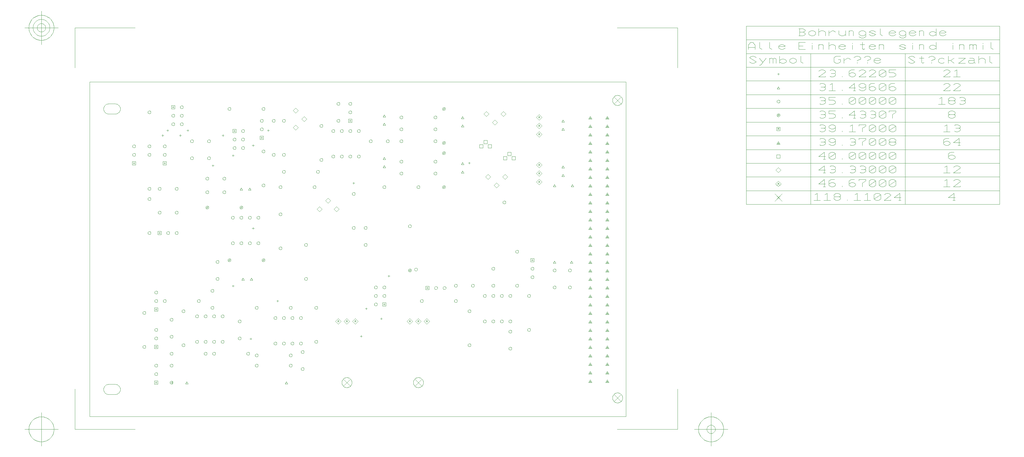
<source format=gbr>
G04 Generated by Ultiboard 10.0 *
%FSLAX25Y25*%
%MOIN*%

%ADD21C,0.00039*%
%ADD22C,0.00394*%
%ADD23C,0.00004*%


G04 ColorRGB 000000 for the following layer *
%LNBohrungssymbole-Copper Top-Copper Bottom*%
%LPD*%
%FSLAX25Y25*%
%MOIN*%
G54D21*
X95319Y40000D02*
X97681Y40000D01*
X96500Y38819D02*
X96500Y41181D01*
X187984Y91535D02*
X190346Y91535D01*
X189165Y90354D02*
X189165Y92717D01*
X190748Y221457D02*
X193110Y221457D01*
X191929Y220276D02*
X191929Y222638D01*
X167126Y153543D02*
X169488Y153543D01*
X168307Y152362D02*
X168307Y154724D01*
X219465Y135874D02*
X221827Y135874D01*
X220646Y134693D02*
X220646Y137055D01*
X90354Y336614D02*
X92717Y336614D01*
X91535Y335433D02*
X91535Y337795D01*
X84449Y330709D02*
X86811Y330709D01*
X85630Y329528D02*
X85630Y331890D01*
X105118Y330709D02*
X107480Y330709D01*
X106299Y329528D02*
X106299Y331890D01*
X113976Y336614D02*
X116339Y336614D01*
X115157Y335433D02*
X115157Y337795D01*
X190748Y318898D02*
X193110Y318898D01*
X191929Y317717D02*
X191929Y320079D01*
X143504Y295276D02*
X145866Y295276D01*
X144685Y294094D02*
X144685Y296457D01*
X167126Y307087D02*
X169488Y307087D01*
X168307Y305906D02*
X168307Y308268D01*
X155315Y330709D02*
X157677Y330709D01*
X156496Y329528D02*
X156496Y331890D01*
X208465Y336614D02*
X210827Y336614D01*
X209646Y335433D02*
X209646Y337795D01*
X374819Y172000D02*
X377181Y172000D01*
X376000Y170819D02*
X376000Y173181D01*
X323622Y126969D02*
X325984Y126969D01*
X324803Y125787D02*
X324803Y128150D01*
X317717Y94488D02*
X320079Y94488D01*
X318898Y93307D02*
X318898Y95669D01*
X341339Y115157D02*
X343701Y115157D01*
X342520Y113976D02*
X342520Y116339D01*
X350197Y165354D02*
X352559Y165354D01*
X351378Y164173D02*
X351378Y166535D01*
X308858Y274606D02*
X311220Y274606D01*
X310039Y273425D02*
X310039Y275787D01*
X444685Y298228D02*
X447047Y298228D01*
X445866Y297047D02*
X445866Y299409D01*
X495746Y80114D02*
X495716Y80341D01*
X495716Y80341D02*
X495657Y80563D01*
X495657Y80563D02*
X495570Y80774D01*
X495570Y80774D02*
X495455Y80972D01*
X495455Y80972D02*
X495316Y81154D01*
X495316Y81154D02*
X495154Y81316D01*
X495154Y81316D02*
X494972Y81455D01*
X494972Y81455D02*
X494774Y81570D01*
X494774Y81570D02*
X494563Y81657D01*
X494563Y81657D02*
X494341Y81716D01*
X494341Y81716D02*
X494114Y81746D01*
X494114Y81746D02*
X493886Y81746D01*
X493886Y81746D02*
X493659Y81716D01*
X493659Y81716D02*
X493437Y81657D01*
X493437Y81657D02*
X493226Y81570D01*
X493226Y81570D02*
X493028Y81455D01*
X493028Y81455D02*
X492846Y81316D01*
X492846Y81316D02*
X492684Y81154D01*
X492684Y81154D02*
X492545Y80972D01*
X492545Y80972D02*
X492430Y80774D01*
X492430Y80774D02*
X492343Y80563D01*
X492343Y80563D02*
X492284Y80341D01*
X492284Y80341D02*
X492254Y80114D01*
X492254Y80114D02*
X492254Y79886D01*
X492254Y79886D02*
X492284Y79659D01*
X492284Y79659D02*
X492343Y79437D01*
X492343Y79437D02*
X492430Y79226D01*
X492430Y79226D02*
X492545Y79028D01*
X492545Y79028D02*
X492684Y78846D01*
X492684Y78846D02*
X492846Y78684D01*
X492846Y78684D02*
X493028Y78545D01*
X493028Y78545D02*
X493226Y78430D01*
X493226Y78430D02*
X493437Y78343D01*
X493437Y78343D02*
X493659Y78284D01*
X493659Y78284D02*
X493886Y78254D01*
X493886Y78254D02*
X494114Y78254D01*
X494114Y78254D02*
X494341Y78284D01*
X494341Y78284D02*
X494563Y78343D01*
X494563Y78343D02*
X494774Y78430D01*
X494774Y78430D02*
X494972Y78545D01*
X494972Y78545D02*
X495154Y78684D01*
X495154Y78684D02*
X495316Y78846D01*
X495316Y78846D02*
X495455Y79028D01*
X495455Y79028D02*
X495570Y79226D01*
X495570Y79226D02*
X495657Y79437D01*
X495657Y79437D02*
X495716Y79659D01*
X495716Y79659D02*
X495746Y79886D01*
X495746Y79886D02*
X495746Y80114D01*
X495746Y100114D02*
X495716Y100341D01*
X495716Y100341D02*
X495657Y100563D01*
X495657Y100563D02*
X495570Y100774D01*
X495570Y100774D02*
X495455Y100972D01*
X495455Y100972D02*
X495316Y101154D01*
X495316Y101154D02*
X495154Y101316D01*
X495154Y101316D02*
X494972Y101455D01*
X494972Y101455D02*
X494774Y101570D01*
X494774Y101570D02*
X494563Y101657D01*
X494563Y101657D02*
X494341Y101716D01*
X494341Y101716D02*
X494114Y101746D01*
X494114Y101746D02*
X493886Y101746D01*
X493886Y101746D02*
X493659Y101716D01*
X493659Y101716D02*
X493437Y101657D01*
X493437Y101657D02*
X493226Y101570D01*
X493226Y101570D02*
X493028Y101455D01*
X493028Y101455D02*
X492846Y101316D01*
X492846Y101316D02*
X492684Y101154D01*
X492684Y101154D02*
X492545Y100972D01*
X492545Y100972D02*
X492430Y100774D01*
X492430Y100774D02*
X492343Y100563D01*
X492343Y100563D02*
X492284Y100341D01*
X492284Y100341D02*
X492254Y100114D01*
X492254Y100114D02*
X492254Y99886D01*
X492254Y99886D02*
X492284Y99659D01*
X492284Y99659D02*
X492343Y99437D01*
X492343Y99437D02*
X492430Y99226D01*
X492430Y99226D02*
X492545Y99028D01*
X492545Y99028D02*
X492684Y98846D01*
X492684Y98846D02*
X492846Y98684D01*
X492846Y98684D02*
X493028Y98545D01*
X493028Y98545D02*
X493226Y98430D01*
X493226Y98430D02*
X493437Y98343D01*
X493437Y98343D02*
X493659Y98284D01*
X493659Y98284D02*
X493886Y98254D01*
X493886Y98254D02*
X494114Y98254D01*
X494114Y98254D02*
X494341Y98284D01*
X494341Y98284D02*
X494563Y98343D01*
X494563Y98343D02*
X494774Y98430D01*
X494774Y98430D02*
X494972Y98545D01*
X494972Y98545D02*
X495154Y98684D01*
X495154Y98684D02*
X495316Y98846D01*
X495316Y98846D02*
X495455Y99028D01*
X495455Y99028D02*
X495570Y99226D01*
X495570Y99226D02*
X495657Y99437D01*
X495657Y99437D02*
X495716Y99659D01*
X495716Y99659D02*
X495746Y99886D01*
X495746Y99886D02*
X495746Y100114D01*
X503746Y154114D02*
X503716Y154341D01*
X503716Y154341D02*
X503657Y154563D01*
X503657Y154563D02*
X503570Y154774D01*
X503570Y154774D02*
X503455Y154972D01*
X503455Y154972D02*
X503316Y155154D01*
X503316Y155154D02*
X503154Y155316D01*
X503154Y155316D02*
X502972Y155455D01*
X502972Y155455D02*
X502774Y155570D01*
X502774Y155570D02*
X502563Y155657D01*
X502563Y155657D02*
X502341Y155716D01*
X502341Y155716D02*
X502114Y155746D01*
X502114Y155746D02*
X501886Y155746D01*
X501886Y155746D02*
X501659Y155716D01*
X501659Y155716D02*
X501437Y155657D01*
X501437Y155657D02*
X501226Y155570D01*
X501226Y155570D02*
X501028Y155455D01*
X501028Y155455D02*
X500846Y155316D01*
X500846Y155316D02*
X500684Y155154D01*
X500684Y155154D02*
X500545Y154972D01*
X500545Y154972D02*
X500430Y154774D01*
X500430Y154774D02*
X500343Y154563D01*
X500343Y154563D02*
X500284Y154341D01*
X500284Y154341D02*
X500254Y154114D01*
X500254Y154114D02*
X500254Y153886D01*
X500254Y153886D02*
X500284Y153659D01*
X500284Y153659D02*
X500343Y153437D01*
X500343Y153437D02*
X500430Y153226D01*
X500430Y153226D02*
X500545Y153028D01*
X500545Y153028D02*
X500684Y152846D01*
X500684Y152846D02*
X500846Y152684D01*
X500846Y152684D02*
X501028Y152545D01*
X501028Y152545D02*
X501226Y152430D01*
X501226Y152430D02*
X501437Y152343D01*
X501437Y152343D02*
X501659Y152284D01*
X501659Y152284D02*
X501886Y152254D01*
X501886Y152254D02*
X502114Y152254D01*
X502114Y152254D02*
X502341Y152284D01*
X502341Y152284D02*
X502563Y152343D01*
X502563Y152343D02*
X502774Y152430D01*
X502774Y152430D02*
X502972Y152545D01*
X502972Y152545D02*
X503154Y152684D01*
X503154Y152684D02*
X503316Y152846D01*
X503316Y152846D02*
X503455Y153028D01*
X503455Y153028D02*
X503570Y153226D01*
X503570Y153226D02*
X503657Y153437D01*
X503657Y153437D02*
X503716Y153659D01*
X503716Y153659D02*
X503746Y153886D01*
X503746Y153886D02*
X503746Y154114D01*
X503746Y194114D02*
X503716Y194341D01*
X503716Y194341D02*
X503657Y194563D01*
X503657Y194563D02*
X503570Y194774D01*
X503570Y194774D02*
X503455Y194972D01*
X503455Y194972D02*
X503316Y195154D01*
X503316Y195154D02*
X503154Y195316D01*
X503154Y195316D02*
X502972Y195455D01*
X502972Y195455D02*
X502774Y195570D01*
X502774Y195570D02*
X502563Y195657D01*
X502563Y195657D02*
X502341Y195716D01*
X502341Y195716D02*
X502114Y195746D01*
X502114Y195746D02*
X501886Y195746D01*
X501886Y195746D02*
X501659Y195716D01*
X501659Y195716D02*
X501437Y195657D01*
X501437Y195657D02*
X501226Y195570D01*
X501226Y195570D02*
X501028Y195455D01*
X501028Y195455D02*
X500846Y195316D01*
X500846Y195316D02*
X500684Y195154D01*
X500684Y195154D02*
X500545Y194972D01*
X500545Y194972D02*
X500430Y194774D01*
X500430Y194774D02*
X500343Y194563D01*
X500343Y194563D02*
X500284Y194341D01*
X500284Y194341D02*
X500254Y194114D01*
X500254Y194114D02*
X500254Y193886D01*
X500254Y193886D02*
X500284Y193659D01*
X500284Y193659D02*
X500343Y193437D01*
X500343Y193437D02*
X500430Y193226D01*
X500430Y193226D02*
X500545Y193028D01*
X500545Y193028D02*
X500684Y192846D01*
X500684Y192846D02*
X500846Y192684D01*
X500846Y192684D02*
X501028Y192545D01*
X501028Y192545D02*
X501226Y192430D01*
X501226Y192430D02*
X501437Y192343D01*
X501437Y192343D02*
X501659Y192284D01*
X501659Y192284D02*
X501886Y192254D01*
X501886Y192254D02*
X502114Y192254D01*
X502114Y192254D02*
X502341Y192284D01*
X502341Y192284D02*
X502563Y192343D01*
X502563Y192343D02*
X502774Y192430D01*
X502774Y192430D02*
X502972Y192545D01*
X502972Y192545D02*
X503154Y192684D01*
X503154Y192684D02*
X503316Y192846D01*
X503316Y192846D02*
X503455Y193028D01*
X503455Y193028D02*
X503570Y193226D01*
X503570Y193226D02*
X503657Y193437D01*
X503657Y193437D02*
X503716Y193659D01*
X503716Y193659D02*
X503746Y193886D01*
X503746Y193886D02*
X503746Y194114D01*
X255746Y162114D02*
X255716Y162341D01*
X255716Y162341D02*
X255657Y162563D01*
X255657Y162563D02*
X255570Y162774D01*
X255570Y162774D02*
X255455Y162972D01*
X255455Y162972D02*
X255316Y163154D01*
X255316Y163154D02*
X255154Y163316D01*
X255154Y163316D02*
X254972Y163455D01*
X254972Y163455D02*
X254774Y163570D01*
X254774Y163570D02*
X254563Y163657D01*
X254563Y163657D02*
X254341Y163716D01*
X254341Y163716D02*
X254114Y163746D01*
X254114Y163746D02*
X253886Y163746D01*
X253886Y163746D02*
X253659Y163716D01*
X253659Y163716D02*
X253437Y163657D01*
X253437Y163657D02*
X253226Y163570D01*
X253226Y163570D02*
X253028Y163455D01*
X253028Y163455D02*
X252846Y163316D01*
X252846Y163316D02*
X252684Y163154D01*
X252684Y163154D02*
X252545Y162972D01*
X252545Y162972D02*
X252430Y162774D01*
X252430Y162774D02*
X252343Y162563D01*
X252343Y162563D02*
X252284Y162341D01*
X252284Y162341D02*
X252254Y162114D01*
X252254Y162114D02*
X252254Y161886D01*
X252254Y161886D02*
X252284Y161659D01*
X252284Y161659D02*
X252343Y161437D01*
X252343Y161437D02*
X252430Y161226D01*
X252430Y161226D02*
X252545Y161028D01*
X252545Y161028D02*
X252684Y160846D01*
X252684Y160846D02*
X252846Y160684D01*
X252846Y160684D02*
X253028Y160545D01*
X253028Y160545D02*
X253226Y160430D01*
X253226Y160430D02*
X253437Y160343D01*
X253437Y160343D02*
X253659Y160284D01*
X253659Y160284D02*
X253886Y160254D01*
X253886Y160254D02*
X254114Y160254D01*
X254114Y160254D02*
X254341Y160284D01*
X254341Y160284D02*
X254563Y160343D01*
X254563Y160343D02*
X254774Y160430D01*
X254774Y160430D02*
X254972Y160545D01*
X254972Y160545D02*
X255154Y160684D01*
X255154Y160684D02*
X255316Y160846D01*
X255316Y160846D02*
X255455Y161028D01*
X255455Y161028D02*
X255570Y161226D01*
X255570Y161226D02*
X255657Y161437D01*
X255657Y161437D02*
X255716Y161659D01*
X255716Y161659D02*
X255746Y161886D01*
X255746Y161886D02*
X255746Y162114D01*
X255746Y202114D02*
X255716Y202341D01*
X255716Y202341D02*
X255657Y202563D01*
X255657Y202563D02*
X255570Y202774D01*
X255570Y202774D02*
X255455Y202972D01*
X255455Y202972D02*
X255316Y203154D01*
X255316Y203154D02*
X255154Y203316D01*
X255154Y203316D02*
X254972Y203455D01*
X254972Y203455D02*
X254774Y203570D01*
X254774Y203570D02*
X254563Y203657D01*
X254563Y203657D02*
X254341Y203716D01*
X254341Y203716D02*
X254114Y203746D01*
X254114Y203746D02*
X253886Y203746D01*
X253886Y203746D02*
X253659Y203716D01*
X253659Y203716D02*
X253437Y203657D01*
X253437Y203657D02*
X253226Y203570D01*
X253226Y203570D02*
X253028Y203455D01*
X253028Y203455D02*
X252846Y203316D01*
X252846Y203316D02*
X252684Y203154D01*
X252684Y203154D02*
X252545Y202972D01*
X252545Y202972D02*
X252430Y202774D01*
X252430Y202774D02*
X252343Y202563D01*
X252343Y202563D02*
X252284Y202341D01*
X252284Y202341D02*
X252254Y202114D01*
X252254Y202114D02*
X252254Y201886D01*
X252254Y201886D02*
X252284Y201659D01*
X252284Y201659D02*
X252343Y201437D01*
X252343Y201437D02*
X252430Y201226D01*
X252430Y201226D02*
X252545Y201028D01*
X252545Y201028D02*
X252684Y200846D01*
X252684Y200846D02*
X252846Y200684D01*
X252846Y200684D02*
X253028Y200545D01*
X253028Y200545D02*
X253226Y200430D01*
X253226Y200430D02*
X253437Y200343D01*
X253437Y200343D02*
X253659Y200284D01*
X253659Y200284D02*
X253886Y200254D01*
X253886Y200254D02*
X254114Y200254D01*
X254114Y200254D02*
X254341Y200284D01*
X254341Y200284D02*
X254563Y200343D01*
X254563Y200343D02*
X254774Y200430D01*
X254774Y200430D02*
X254972Y200545D01*
X254972Y200545D02*
X255154Y200684D01*
X255154Y200684D02*
X255316Y200846D01*
X255316Y200846D02*
X255455Y201028D01*
X255455Y201028D02*
X255570Y201226D01*
X255570Y201226D02*
X255657Y201437D01*
X255657Y201437D02*
X255716Y201659D01*
X255716Y201659D02*
X255746Y201886D01*
X255746Y201886D02*
X255746Y202114D01*
X225746Y270114D02*
X225716Y270341D01*
X225716Y270341D02*
X225657Y270563D01*
X225657Y270563D02*
X225570Y270774D01*
X225570Y270774D02*
X225455Y270972D01*
X225455Y270972D02*
X225316Y271154D01*
X225316Y271154D02*
X225154Y271316D01*
X225154Y271316D02*
X224972Y271455D01*
X224972Y271455D02*
X224774Y271570D01*
X224774Y271570D02*
X224563Y271657D01*
X224563Y271657D02*
X224341Y271716D01*
X224341Y271716D02*
X224114Y271746D01*
X224114Y271746D02*
X223886Y271746D01*
X223886Y271746D02*
X223659Y271716D01*
X223659Y271716D02*
X223437Y271657D01*
X223437Y271657D02*
X223226Y271570D01*
X223226Y271570D02*
X223028Y271455D01*
X223028Y271455D02*
X222846Y271316D01*
X222846Y271316D02*
X222684Y271154D01*
X222684Y271154D02*
X222545Y270972D01*
X222545Y270972D02*
X222430Y270774D01*
X222430Y270774D02*
X222343Y270563D01*
X222343Y270563D02*
X222284Y270341D01*
X222284Y270341D02*
X222254Y270114D01*
X222254Y270114D02*
X222254Y269886D01*
X222254Y269886D02*
X222284Y269659D01*
X222284Y269659D02*
X222343Y269437D01*
X222343Y269437D02*
X222430Y269226D01*
X222430Y269226D02*
X222545Y269028D01*
X222545Y269028D02*
X222684Y268846D01*
X222684Y268846D02*
X222846Y268684D01*
X222846Y268684D02*
X223028Y268545D01*
X223028Y268545D02*
X223226Y268430D01*
X223226Y268430D02*
X223437Y268343D01*
X223437Y268343D02*
X223659Y268284D01*
X223659Y268284D02*
X223886Y268254D01*
X223886Y268254D02*
X224114Y268254D01*
X224114Y268254D02*
X224341Y268284D01*
X224341Y268284D02*
X224563Y268343D01*
X224563Y268343D02*
X224774Y268430D01*
X224774Y268430D02*
X224972Y268545D01*
X224972Y268545D02*
X225154Y268684D01*
X225154Y268684D02*
X225316Y268846D01*
X225316Y268846D02*
X225455Y269028D01*
X225455Y269028D02*
X225570Y269226D01*
X225570Y269226D02*
X225657Y269437D01*
X225657Y269437D02*
X225716Y269659D01*
X225716Y269659D02*
X225746Y269886D01*
X225746Y269886D02*
X225746Y270114D01*
X265746Y270114D02*
X265716Y270341D01*
X265716Y270341D02*
X265657Y270563D01*
X265657Y270563D02*
X265570Y270774D01*
X265570Y270774D02*
X265455Y270972D01*
X265455Y270972D02*
X265316Y271154D01*
X265316Y271154D02*
X265154Y271316D01*
X265154Y271316D02*
X264972Y271455D01*
X264972Y271455D02*
X264774Y271570D01*
X264774Y271570D02*
X264563Y271657D01*
X264563Y271657D02*
X264341Y271716D01*
X264341Y271716D02*
X264114Y271746D01*
X264114Y271746D02*
X263886Y271746D01*
X263886Y271746D02*
X263659Y271716D01*
X263659Y271716D02*
X263437Y271657D01*
X263437Y271657D02*
X263226Y271570D01*
X263226Y271570D02*
X263028Y271455D01*
X263028Y271455D02*
X262846Y271316D01*
X262846Y271316D02*
X262684Y271154D01*
X262684Y271154D02*
X262545Y270972D01*
X262545Y270972D02*
X262430Y270774D01*
X262430Y270774D02*
X262343Y270563D01*
X262343Y270563D02*
X262284Y270341D01*
X262284Y270341D02*
X262254Y270114D01*
X262254Y270114D02*
X262254Y269886D01*
X262254Y269886D02*
X262284Y269659D01*
X262284Y269659D02*
X262343Y269437D01*
X262343Y269437D02*
X262430Y269226D01*
X262430Y269226D02*
X262545Y269028D01*
X262545Y269028D02*
X262684Y268846D01*
X262684Y268846D02*
X262846Y268684D01*
X262846Y268684D02*
X263028Y268545D01*
X263028Y268545D02*
X263226Y268430D01*
X263226Y268430D02*
X263437Y268343D01*
X263437Y268343D02*
X263659Y268284D01*
X263659Y268284D02*
X263886Y268254D01*
X263886Y268254D02*
X264114Y268254D01*
X264114Y268254D02*
X264341Y268284D01*
X264341Y268284D02*
X264563Y268343D01*
X264563Y268343D02*
X264774Y268430D01*
X264774Y268430D02*
X264972Y268545D01*
X264972Y268545D02*
X265154Y268684D01*
X265154Y268684D02*
X265316Y268846D01*
X265316Y268846D02*
X265455Y269028D01*
X265455Y269028D02*
X265570Y269226D01*
X265570Y269226D02*
X265657Y269437D01*
X265657Y269437D02*
X265716Y269659D01*
X265716Y269659D02*
X265746Y269886D01*
X265746Y269886D02*
X265746Y270114D01*
X229746Y288114D02*
X229716Y288341D01*
X229716Y288341D02*
X229657Y288563D01*
X229657Y288563D02*
X229570Y288774D01*
X229570Y288774D02*
X229455Y288972D01*
X229455Y288972D02*
X229316Y289154D01*
X229316Y289154D02*
X229154Y289316D01*
X229154Y289316D02*
X228972Y289455D01*
X228972Y289455D02*
X228774Y289570D01*
X228774Y289570D02*
X228563Y289657D01*
X228563Y289657D02*
X228341Y289716D01*
X228341Y289716D02*
X228114Y289746D01*
X228114Y289746D02*
X227886Y289746D01*
X227886Y289746D02*
X227659Y289716D01*
X227659Y289716D02*
X227437Y289657D01*
X227437Y289657D02*
X227226Y289570D01*
X227226Y289570D02*
X227028Y289455D01*
X227028Y289455D02*
X226846Y289316D01*
X226846Y289316D02*
X226684Y289154D01*
X226684Y289154D02*
X226545Y288972D01*
X226545Y288972D02*
X226430Y288774D01*
X226430Y288774D02*
X226343Y288563D01*
X226343Y288563D02*
X226284Y288341D01*
X226284Y288341D02*
X226254Y288114D01*
X226254Y288114D02*
X226254Y287886D01*
X226254Y287886D02*
X226284Y287659D01*
X226284Y287659D02*
X226343Y287437D01*
X226343Y287437D02*
X226430Y287226D01*
X226430Y287226D02*
X226545Y287028D01*
X226545Y287028D02*
X226684Y286846D01*
X226684Y286846D02*
X226846Y286684D01*
X226846Y286684D02*
X227028Y286545D01*
X227028Y286545D02*
X227226Y286430D01*
X227226Y286430D02*
X227437Y286343D01*
X227437Y286343D02*
X227659Y286284D01*
X227659Y286284D02*
X227886Y286254D01*
X227886Y286254D02*
X228114Y286254D01*
X228114Y286254D02*
X228341Y286284D01*
X228341Y286284D02*
X228563Y286343D01*
X228563Y286343D02*
X228774Y286430D01*
X228774Y286430D02*
X228972Y286545D01*
X228972Y286545D02*
X229154Y286684D01*
X229154Y286684D02*
X229316Y286846D01*
X229316Y286846D02*
X229455Y287028D01*
X229455Y287028D02*
X229570Y287226D01*
X229570Y287226D02*
X229657Y287437D01*
X229657Y287437D02*
X229716Y287659D01*
X229716Y287659D02*
X229746Y287886D01*
X229746Y287886D02*
X229746Y288114D01*
X269746Y288114D02*
X269716Y288341D01*
X269716Y288341D02*
X269657Y288563D01*
X269657Y288563D02*
X269570Y288774D01*
X269570Y288774D02*
X269455Y288972D01*
X269455Y288972D02*
X269316Y289154D01*
X269316Y289154D02*
X269154Y289316D01*
X269154Y289316D02*
X268972Y289455D01*
X268972Y289455D02*
X268774Y289570D01*
X268774Y289570D02*
X268563Y289657D01*
X268563Y289657D02*
X268341Y289716D01*
X268341Y289716D02*
X268114Y289746D01*
X268114Y289746D02*
X267886Y289746D01*
X267886Y289746D02*
X267659Y289716D01*
X267659Y289716D02*
X267437Y289657D01*
X267437Y289657D02*
X267226Y289570D01*
X267226Y289570D02*
X267028Y289455D01*
X267028Y289455D02*
X266846Y289316D01*
X266846Y289316D02*
X266684Y289154D01*
X266684Y289154D02*
X266545Y288972D01*
X266545Y288972D02*
X266430Y288774D01*
X266430Y288774D02*
X266343Y288563D01*
X266343Y288563D02*
X266284Y288341D01*
X266284Y288341D02*
X266254Y288114D01*
X266254Y288114D02*
X266254Y287886D01*
X266254Y287886D02*
X266284Y287659D01*
X266284Y287659D02*
X266343Y287437D01*
X266343Y287437D02*
X266430Y287226D01*
X266430Y287226D02*
X266545Y287028D01*
X266545Y287028D02*
X266684Y286846D01*
X266684Y286846D02*
X266846Y286684D01*
X266846Y286684D02*
X267028Y286545D01*
X267028Y286545D02*
X267226Y286430D01*
X267226Y286430D02*
X267437Y286343D01*
X267437Y286343D02*
X267659Y286284D01*
X267659Y286284D02*
X267886Y286254D01*
X267886Y286254D02*
X268114Y286254D01*
X268114Y286254D02*
X268341Y286284D01*
X268341Y286284D02*
X268563Y286343D01*
X268563Y286343D02*
X268774Y286430D01*
X268774Y286430D02*
X268972Y286545D01*
X268972Y286545D02*
X269154Y286684D01*
X269154Y286684D02*
X269316Y286846D01*
X269316Y286846D02*
X269455Y287028D01*
X269455Y287028D02*
X269570Y287226D01*
X269570Y287226D02*
X269657Y287437D01*
X269657Y287437D02*
X269716Y287659D01*
X269716Y287659D02*
X269746Y287886D01*
X269746Y287886D02*
X269746Y288114D01*
X251746Y56114D02*
X251716Y56341D01*
X251716Y56341D02*
X251657Y56563D01*
X251657Y56563D02*
X251570Y56774D01*
X251570Y56774D02*
X251455Y56972D01*
X251455Y56972D02*
X251316Y57154D01*
X251316Y57154D02*
X251154Y57316D01*
X251154Y57316D02*
X250972Y57455D01*
X250972Y57455D02*
X250774Y57570D01*
X250774Y57570D02*
X250563Y57657D01*
X250563Y57657D02*
X250341Y57716D01*
X250341Y57716D02*
X250114Y57746D01*
X250114Y57746D02*
X249886Y57746D01*
X249886Y57746D02*
X249659Y57716D01*
X249659Y57716D02*
X249437Y57657D01*
X249437Y57657D02*
X249226Y57570D01*
X249226Y57570D02*
X249028Y57455D01*
X249028Y57455D02*
X248846Y57316D01*
X248846Y57316D02*
X248684Y57154D01*
X248684Y57154D02*
X248545Y56972D01*
X248545Y56972D02*
X248430Y56774D01*
X248430Y56774D02*
X248343Y56563D01*
X248343Y56563D02*
X248284Y56341D01*
X248284Y56341D02*
X248254Y56114D01*
X248254Y56114D02*
X248254Y55886D01*
X248254Y55886D02*
X248284Y55659D01*
X248284Y55659D02*
X248343Y55437D01*
X248343Y55437D02*
X248430Y55226D01*
X248430Y55226D02*
X248545Y55028D01*
X248545Y55028D02*
X248684Y54846D01*
X248684Y54846D02*
X248846Y54684D01*
X248846Y54684D02*
X249028Y54545D01*
X249028Y54545D02*
X249226Y54430D01*
X249226Y54430D02*
X249437Y54343D01*
X249437Y54343D02*
X249659Y54284D01*
X249659Y54284D02*
X249886Y54254D01*
X249886Y54254D02*
X250114Y54254D01*
X250114Y54254D02*
X250341Y54284D01*
X250341Y54284D02*
X250563Y54343D01*
X250563Y54343D02*
X250774Y54430D01*
X250774Y54430D02*
X250972Y54545D01*
X250972Y54545D02*
X251154Y54684D01*
X251154Y54684D02*
X251316Y54846D01*
X251316Y54846D02*
X251455Y55028D01*
X251455Y55028D02*
X251570Y55226D01*
X251570Y55226D02*
X251657Y55437D01*
X251657Y55437D02*
X251716Y55659D01*
X251716Y55659D02*
X251746Y55886D01*
X251746Y55886D02*
X251746Y56114D01*
X251746Y76114D02*
X251716Y76341D01*
X251716Y76341D02*
X251657Y76563D01*
X251657Y76563D02*
X251570Y76774D01*
X251570Y76774D02*
X251455Y76972D01*
X251455Y76972D02*
X251316Y77154D01*
X251316Y77154D02*
X251154Y77316D01*
X251154Y77316D02*
X250972Y77455D01*
X250972Y77455D02*
X250774Y77570D01*
X250774Y77570D02*
X250563Y77657D01*
X250563Y77657D02*
X250341Y77716D01*
X250341Y77716D02*
X250114Y77746D01*
X250114Y77746D02*
X249886Y77746D01*
X249886Y77746D02*
X249659Y77716D01*
X249659Y77716D02*
X249437Y77657D01*
X249437Y77657D02*
X249226Y77570D01*
X249226Y77570D02*
X249028Y77455D01*
X249028Y77455D02*
X248846Y77316D01*
X248846Y77316D02*
X248684Y77154D01*
X248684Y77154D02*
X248545Y76972D01*
X248545Y76972D02*
X248430Y76774D01*
X248430Y76774D02*
X248343Y76563D01*
X248343Y76563D02*
X248284Y76341D01*
X248284Y76341D02*
X248254Y76114D01*
X248254Y76114D02*
X248254Y75886D01*
X248254Y75886D02*
X248284Y75659D01*
X248284Y75659D02*
X248343Y75437D01*
X248343Y75437D02*
X248430Y75226D01*
X248430Y75226D02*
X248545Y75028D01*
X248545Y75028D02*
X248684Y74846D01*
X248684Y74846D02*
X248846Y74684D01*
X248846Y74684D02*
X249028Y74545D01*
X249028Y74545D02*
X249226Y74430D01*
X249226Y74430D02*
X249437Y74343D01*
X249437Y74343D02*
X249659Y74284D01*
X249659Y74284D02*
X249886Y74254D01*
X249886Y74254D02*
X250114Y74254D01*
X250114Y74254D02*
X250341Y74284D01*
X250341Y74284D02*
X250563Y74343D01*
X250563Y74343D02*
X250774Y74430D01*
X250774Y74430D02*
X250972Y74545D01*
X250972Y74545D02*
X251154Y74684D01*
X251154Y74684D02*
X251316Y74846D01*
X251316Y74846D02*
X251455Y75028D01*
X251455Y75028D02*
X251570Y75226D01*
X251570Y75226D02*
X251657Y75437D01*
X251657Y75437D02*
X251716Y75659D01*
X251716Y75659D02*
X251746Y75886D01*
X251746Y75886D02*
X251746Y76114D01*
X219746Y86114D02*
X219716Y86341D01*
X219716Y86341D02*
X219657Y86563D01*
X219657Y86563D02*
X219570Y86774D01*
X219570Y86774D02*
X219455Y86972D01*
X219455Y86972D02*
X219316Y87154D01*
X219316Y87154D02*
X219154Y87316D01*
X219154Y87316D02*
X218972Y87455D01*
X218972Y87455D02*
X218774Y87570D01*
X218774Y87570D02*
X218563Y87657D01*
X218563Y87657D02*
X218341Y87716D01*
X218341Y87716D02*
X218114Y87746D01*
X218114Y87746D02*
X217886Y87746D01*
X217886Y87746D02*
X217659Y87716D01*
X217659Y87716D02*
X217437Y87657D01*
X217437Y87657D02*
X217226Y87570D01*
X217226Y87570D02*
X217028Y87455D01*
X217028Y87455D02*
X216846Y87316D01*
X216846Y87316D02*
X216684Y87154D01*
X216684Y87154D02*
X216545Y86972D01*
X216545Y86972D02*
X216430Y86774D01*
X216430Y86774D02*
X216343Y86563D01*
X216343Y86563D02*
X216284Y86341D01*
X216284Y86341D02*
X216254Y86114D01*
X216254Y86114D02*
X216254Y85886D01*
X216254Y85886D02*
X216284Y85659D01*
X216284Y85659D02*
X216343Y85437D01*
X216343Y85437D02*
X216430Y85226D01*
X216430Y85226D02*
X216545Y85028D01*
X216545Y85028D02*
X216684Y84846D01*
X216684Y84846D02*
X216846Y84684D01*
X216846Y84684D02*
X217028Y84545D01*
X217028Y84545D02*
X217226Y84430D01*
X217226Y84430D02*
X217437Y84343D01*
X217437Y84343D02*
X217659Y84284D01*
X217659Y84284D02*
X217886Y84254D01*
X217886Y84254D02*
X218114Y84254D01*
X218114Y84254D02*
X218341Y84284D01*
X218341Y84284D02*
X218563Y84343D01*
X218563Y84343D02*
X218774Y84430D01*
X218774Y84430D02*
X218972Y84545D01*
X218972Y84545D02*
X219154Y84684D01*
X219154Y84684D02*
X219316Y84846D01*
X219316Y84846D02*
X219455Y85028D01*
X219455Y85028D02*
X219570Y85226D01*
X219570Y85226D02*
X219657Y85437D01*
X219657Y85437D02*
X219716Y85659D01*
X219716Y85659D02*
X219746Y85886D01*
X219746Y85886D02*
X219746Y86114D01*
X219746Y116114D02*
X219716Y116341D01*
X219716Y116341D02*
X219657Y116563D01*
X219657Y116563D02*
X219570Y116774D01*
X219570Y116774D02*
X219455Y116972D01*
X219455Y116972D02*
X219316Y117154D01*
X219316Y117154D02*
X219154Y117316D01*
X219154Y117316D02*
X218972Y117455D01*
X218972Y117455D02*
X218774Y117570D01*
X218774Y117570D02*
X218563Y117657D01*
X218563Y117657D02*
X218341Y117716D01*
X218341Y117716D02*
X218114Y117746D01*
X218114Y117746D02*
X217886Y117746D01*
X217886Y117746D02*
X217659Y117716D01*
X217659Y117716D02*
X217437Y117657D01*
X217437Y117657D02*
X217226Y117570D01*
X217226Y117570D02*
X217028Y117455D01*
X217028Y117455D02*
X216846Y117316D01*
X216846Y117316D02*
X216684Y117154D01*
X216684Y117154D02*
X216545Y116972D01*
X216545Y116972D02*
X216430Y116774D01*
X216430Y116774D02*
X216343Y116563D01*
X216343Y116563D02*
X216284Y116341D01*
X216284Y116341D02*
X216254Y116114D01*
X216254Y116114D02*
X216254Y115886D01*
X216254Y115886D02*
X216284Y115659D01*
X216284Y115659D02*
X216343Y115437D01*
X216343Y115437D02*
X216430Y115226D01*
X216430Y115226D02*
X216545Y115028D01*
X216545Y115028D02*
X216684Y114846D01*
X216684Y114846D02*
X216846Y114684D01*
X216846Y114684D02*
X217028Y114545D01*
X217028Y114545D02*
X217226Y114430D01*
X217226Y114430D02*
X217437Y114343D01*
X217437Y114343D02*
X217659Y114284D01*
X217659Y114284D02*
X217886Y114254D01*
X217886Y114254D02*
X218114Y114254D01*
X218114Y114254D02*
X218341Y114284D01*
X218341Y114284D02*
X218563Y114343D01*
X218563Y114343D02*
X218774Y114430D01*
X218774Y114430D02*
X218972Y114545D01*
X218972Y114545D02*
X219154Y114684D01*
X219154Y114684D02*
X219316Y114846D01*
X219316Y114846D02*
X219455Y115028D01*
X219455Y115028D02*
X219570Y115226D01*
X219570Y115226D02*
X219657Y115437D01*
X219657Y115437D02*
X219716Y115659D01*
X219716Y115659D02*
X219746Y115886D01*
X219746Y115886D02*
X219746Y116114D01*
X239746Y86114D02*
X239716Y86341D01*
X239716Y86341D02*
X239657Y86563D01*
X239657Y86563D02*
X239570Y86774D01*
X239570Y86774D02*
X239455Y86972D01*
X239455Y86972D02*
X239316Y87154D01*
X239316Y87154D02*
X239154Y87316D01*
X239154Y87316D02*
X238972Y87455D01*
X238972Y87455D02*
X238774Y87570D01*
X238774Y87570D02*
X238563Y87657D01*
X238563Y87657D02*
X238341Y87716D01*
X238341Y87716D02*
X238114Y87746D01*
X238114Y87746D02*
X237886Y87746D01*
X237886Y87746D02*
X237659Y87716D01*
X237659Y87716D02*
X237437Y87657D01*
X237437Y87657D02*
X237226Y87570D01*
X237226Y87570D02*
X237028Y87455D01*
X237028Y87455D02*
X236846Y87316D01*
X236846Y87316D02*
X236684Y87154D01*
X236684Y87154D02*
X236545Y86972D01*
X236545Y86972D02*
X236430Y86774D01*
X236430Y86774D02*
X236343Y86563D01*
X236343Y86563D02*
X236284Y86341D01*
X236284Y86341D02*
X236254Y86114D01*
X236254Y86114D02*
X236254Y85886D01*
X236254Y85886D02*
X236284Y85659D01*
X236284Y85659D02*
X236343Y85437D01*
X236343Y85437D02*
X236430Y85226D01*
X236430Y85226D02*
X236545Y85028D01*
X236545Y85028D02*
X236684Y84846D01*
X236684Y84846D02*
X236846Y84684D01*
X236846Y84684D02*
X237028Y84545D01*
X237028Y84545D02*
X237226Y84430D01*
X237226Y84430D02*
X237437Y84343D01*
X237437Y84343D02*
X237659Y84284D01*
X237659Y84284D02*
X237886Y84254D01*
X237886Y84254D02*
X238114Y84254D01*
X238114Y84254D02*
X238341Y84284D01*
X238341Y84284D02*
X238563Y84343D01*
X238563Y84343D02*
X238774Y84430D01*
X238774Y84430D02*
X238972Y84545D01*
X238972Y84545D02*
X239154Y84684D01*
X239154Y84684D02*
X239316Y84846D01*
X239316Y84846D02*
X239455Y85028D01*
X239455Y85028D02*
X239570Y85226D01*
X239570Y85226D02*
X239657Y85437D01*
X239657Y85437D02*
X239716Y85659D01*
X239716Y85659D02*
X239746Y85886D01*
X239746Y85886D02*
X239746Y86114D01*
X229746Y86114D02*
X229716Y86341D01*
X229716Y86341D02*
X229657Y86563D01*
X229657Y86563D02*
X229570Y86774D01*
X229570Y86774D02*
X229455Y86972D01*
X229455Y86972D02*
X229316Y87154D01*
X229316Y87154D02*
X229154Y87316D01*
X229154Y87316D02*
X228972Y87455D01*
X228972Y87455D02*
X228774Y87570D01*
X228774Y87570D02*
X228563Y87657D01*
X228563Y87657D02*
X228341Y87716D01*
X228341Y87716D02*
X228114Y87746D01*
X228114Y87746D02*
X227886Y87746D01*
X227886Y87746D02*
X227659Y87716D01*
X227659Y87716D02*
X227437Y87657D01*
X227437Y87657D02*
X227226Y87570D01*
X227226Y87570D02*
X227028Y87455D01*
X227028Y87455D02*
X226846Y87316D01*
X226846Y87316D02*
X226684Y87154D01*
X226684Y87154D02*
X226545Y86972D01*
X226545Y86972D02*
X226430Y86774D01*
X226430Y86774D02*
X226343Y86563D01*
X226343Y86563D02*
X226284Y86341D01*
X226284Y86341D02*
X226254Y86114D01*
X226254Y86114D02*
X226254Y85886D01*
X226254Y85886D02*
X226284Y85659D01*
X226284Y85659D02*
X226343Y85437D01*
X226343Y85437D02*
X226430Y85226D01*
X226430Y85226D02*
X226545Y85028D01*
X226545Y85028D02*
X226684Y84846D01*
X226684Y84846D02*
X226846Y84684D01*
X226846Y84684D02*
X227028Y84545D01*
X227028Y84545D02*
X227226Y84430D01*
X227226Y84430D02*
X227437Y84343D01*
X227437Y84343D02*
X227659Y84284D01*
X227659Y84284D02*
X227886Y84254D01*
X227886Y84254D02*
X228114Y84254D01*
X228114Y84254D02*
X228341Y84284D01*
X228341Y84284D02*
X228563Y84343D01*
X228563Y84343D02*
X228774Y84430D01*
X228774Y84430D02*
X228972Y84545D01*
X228972Y84545D02*
X229154Y84684D01*
X229154Y84684D02*
X229316Y84846D01*
X229316Y84846D02*
X229455Y85028D01*
X229455Y85028D02*
X229570Y85226D01*
X229570Y85226D02*
X229657Y85437D01*
X229657Y85437D02*
X229716Y85659D01*
X229716Y85659D02*
X229746Y85886D01*
X229746Y85886D02*
X229746Y86114D01*
X249746Y86114D02*
X249716Y86341D01*
X249716Y86341D02*
X249657Y86563D01*
X249657Y86563D02*
X249570Y86774D01*
X249570Y86774D02*
X249455Y86972D01*
X249455Y86972D02*
X249316Y87154D01*
X249316Y87154D02*
X249154Y87316D01*
X249154Y87316D02*
X248972Y87455D01*
X248972Y87455D02*
X248774Y87570D01*
X248774Y87570D02*
X248563Y87657D01*
X248563Y87657D02*
X248341Y87716D01*
X248341Y87716D02*
X248114Y87746D01*
X248114Y87746D02*
X247886Y87746D01*
X247886Y87746D02*
X247659Y87716D01*
X247659Y87716D02*
X247437Y87657D01*
X247437Y87657D02*
X247226Y87570D01*
X247226Y87570D02*
X247028Y87455D01*
X247028Y87455D02*
X246846Y87316D01*
X246846Y87316D02*
X246684Y87154D01*
X246684Y87154D02*
X246545Y86972D01*
X246545Y86972D02*
X246430Y86774D01*
X246430Y86774D02*
X246343Y86563D01*
X246343Y86563D02*
X246284Y86341D01*
X246284Y86341D02*
X246254Y86114D01*
X246254Y86114D02*
X246254Y85886D01*
X246254Y85886D02*
X246284Y85659D01*
X246284Y85659D02*
X246343Y85437D01*
X246343Y85437D02*
X246430Y85226D01*
X246430Y85226D02*
X246545Y85028D01*
X246545Y85028D02*
X246684Y84846D01*
X246684Y84846D02*
X246846Y84684D01*
X246846Y84684D02*
X247028Y84545D01*
X247028Y84545D02*
X247226Y84430D01*
X247226Y84430D02*
X247437Y84343D01*
X247437Y84343D02*
X247659Y84284D01*
X247659Y84284D02*
X247886Y84254D01*
X247886Y84254D02*
X248114Y84254D01*
X248114Y84254D02*
X248341Y84284D01*
X248341Y84284D02*
X248563Y84343D01*
X248563Y84343D02*
X248774Y84430D01*
X248774Y84430D02*
X248972Y84545D01*
X248972Y84545D02*
X249154Y84684D01*
X249154Y84684D02*
X249316Y84846D01*
X249316Y84846D02*
X249455Y85028D01*
X249455Y85028D02*
X249570Y85226D01*
X249570Y85226D02*
X249657Y85437D01*
X249657Y85437D02*
X249716Y85659D01*
X249716Y85659D02*
X249746Y85886D01*
X249746Y85886D02*
X249746Y86114D01*
X239746Y116114D02*
X239716Y116341D01*
X239716Y116341D02*
X239657Y116563D01*
X239657Y116563D02*
X239570Y116774D01*
X239570Y116774D02*
X239455Y116972D01*
X239455Y116972D02*
X239316Y117154D01*
X239316Y117154D02*
X239154Y117316D01*
X239154Y117316D02*
X238972Y117455D01*
X238972Y117455D02*
X238774Y117570D01*
X238774Y117570D02*
X238563Y117657D01*
X238563Y117657D02*
X238341Y117716D01*
X238341Y117716D02*
X238114Y117746D01*
X238114Y117746D02*
X237886Y117746D01*
X237886Y117746D02*
X237659Y117716D01*
X237659Y117716D02*
X237437Y117657D01*
X237437Y117657D02*
X237226Y117570D01*
X237226Y117570D02*
X237028Y117455D01*
X237028Y117455D02*
X236846Y117316D01*
X236846Y117316D02*
X236684Y117154D01*
X236684Y117154D02*
X236545Y116972D01*
X236545Y116972D02*
X236430Y116774D01*
X236430Y116774D02*
X236343Y116563D01*
X236343Y116563D02*
X236284Y116341D01*
X236284Y116341D02*
X236254Y116114D01*
X236254Y116114D02*
X236254Y115886D01*
X236254Y115886D02*
X236284Y115659D01*
X236284Y115659D02*
X236343Y115437D01*
X236343Y115437D02*
X236430Y115226D01*
X236430Y115226D02*
X236545Y115028D01*
X236545Y115028D02*
X236684Y114846D01*
X236684Y114846D02*
X236846Y114684D01*
X236846Y114684D02*
X237028Y114545D01*
X237028Y114545D02*
X237226Y114430D01*
X237226Y114430D02*
X237437Y114343D01*
X237437Y114343D02*
X237659Y114284D01*
X237659Y114284D02*
X237886Y114254D01*
X237886Y114254D02*
X238114Y114254D01*
X238114Y114254D02*
X238341Y114284D01*
X238341Y114284D02*
X238563Y114343D01*
X238563Y114343D02*
X238774Y114430D01*
X238774Y114430D02*
X238972Y114545D01*
X238972Y114545D02*
X239154Y114684D01*
X239154Y114684D02*
X239316Y114846D01*
X239316Y114846D02*
X239455Y115028D01*
X239455Y115028D02*
X239570Y115226D01*
X239570Y115226D02*
X239657Y115437D01*
X239657Y115437D02*
X239716Y115659D01*
X239716Y115659D02*
X239746Y115886D01*
X239746Y115886D02*
X239746Y116114D01*
X229746Y116114D02*
X229716Y116341D01*
X229716Y116341D02*
X229657Y116563D01*
X229657Y116563D02*
X229570Y116774D01*
X229570Y116774D02*
X229455Y116972D01*
X229455Y116972D02*
X229316Y117154D01*
X229316Y117154D02*
X229154Y117316D01*
X229154Y117316D02*
X228972Y117455D01*
X228972Y117455D02*
X228774Y117570D01*
X228774Y117570D02*
X228563Y117657D01*
X228563Y117657D02*
X228341Y117716D01*
X228341Y117716D02*
X228114Y117746D01*
X228114Y117746D02*
X227886Y117746D01*
X227886Y117746D02*
X227659Y117716D01*
X227659Y117716D02*
X227437Y117657D01*
X227437Y117657D02*
X227226Y117570D01*
X227226Y117570D02*
X227028Y117455D01*
X227028Y117455D02*
X226846Y117316D01*
X226846Y117316D02*
X226684Y117154D01*
X226684Y117154D02*
X226545Y116972D01*
X226545Y116972D02*
X226430Y116774D01*
X226430Y116774D02*
X226343Y116563D01*
X226343Y116563D02*
X226284Y116341D01*
X226284Y116341D02*
X226254Y116114D01*
X226254Y116114D02*
X226254Y115886D01*
X226254Y115886D02*
X226284Y115659D01*
X226284Y115659D02*
X226343Y115437D01*
X226343Y115437D02*
X226430Y115226D01*
X226430Y115226D02*
X226545Y115028D01*
X226545Y115028D02*
X226684Y114846D01*
X226684Y114846D02*
X226846Y114684D01*
X226846Y114684D02*
X227028Y114545D01*
X227028Y114545D02*
X227226Y114430D01*
X227226Y114430D02*
X227437Y114343D01*
X227437Y114343D02*
X227659Y114284D01*
X227659Y114284D02*
X227886Y114254D01*
X227886Y114254D02*
X228114Y114254D01*
X228114Y114254D02*
X228341Y114284D01*
X228341Y114284D02*
X228563Y114343D01*
X228563Y114343D02*
X228774Y114430D01*
X228774Y114430D02*
X228972Y114545D01*
X228972Y114545D02*
X229154Y114684D01*
X229154Y114684D02*
X229316Y114846D01*
X229316Y114846D02*
X229455Y115028D01*
X229455Y115028D02*
X229570Y115226D01*
X229570Y115226D02*
X229657Y115437D01*
X229657Y115437D02*
X229716Y115659D01*
X229716Y115659D02*
X229746Y115886D01*
X229746Y115886D02*
X229746Y116114D01*
X249746Y116114D02*
X249716Y116341D01*
X249716Y116341D02*
X249657Y116563D01*
X249657Y116563D02*
X249570Y116774D01*
X249570Y116774D02*
X249455Y116972D01*
X249455Y116972D02*
X249316Y117154D01*
X249316Y117154D02*
X249154Y117316D01*
X249154Y117316D02*
X248972Y117455D01*
X248972Y117455D02*
X248774Y117570D01*
X248774Y117570D02*
X248563Y117657D01*
X248563Y117657D02*
X248341Y117716D01*
X248341Y117716D02*
X248114Y117746D01*
X248114Y117746D02*
X247886Y117746D01*
X247886Y117746D02*
X247659Y117716D01*
X247659Y117716D02*
X247437Y117657D01*
X247437Y117657D02*
X247226Y117570D01*
X247226Y117570D02*
X247028Y117455D01*
X247028Y117455D02*
X246846Y117316D01*
X246846Y117316D02*
X246684Y117154D01*
X246684Y117154D02*
X246545Y116972D01*
X246545Y116972D02*
X246430Y116774D01*
X246430Y116774D02*
X246343Y116563D01*
X246343Y116563D02*
X246284Y116341D01*
X246284Y116341D02*
X246254Y116114D01*
X246254Y116114D02*
X246254Y115886D01*
X246254Y115886D02*
X246284Y115659D01*
X246284Y115659D02*
X246343Y115437D01*
X246343Y115437D02*
X246430Y115226D01*
X246430Y115226D02*
X246545Y115028D01*
X246545Y115028D02*
X246684Y114846D01*
X246684Y114846D02*
X246846Y114684D01*
X246846Y114684D02*
X247028Y114545D01*
X247028Y114545D02*
X247226Y114430D01*
X247226Y114430D02*
X247437Y114343D01*
X247437Y114343D02*
X247659Y114284D01*
X247659Y114284D02*
X247886Y114254D01*
X247886Y114254D02*
X248114Y114254D01*
X248114Y114254D02*
X248341Y114284D01*
X248341Y114284D02*
X248563Y114343D01*
X248563Y114343D02*
X248774Y114430D01*
X248774Y114430D02*
X248972Y114545D01*
X248972Y114545D02*
X249154Y114684D01*
X249154Y114684D02*
X249316Y114846D01*
X249316Y114846D02*
X249455Y115028D01*
X249455Y115028D02*
X249570Y115226D01*
X249570Y115226D02*
X249657Y115437D01*
X249657Y115437D02*
X249716Y115659D01*
X249716Y115659D02*
X249746Y115886D01*
X249746Y115886D02*
X249746Y116114D01*
X186268Y266425D02*
X189417Y266425D01*
X189417Y266425D02*
X187843Y269114D01*
X187843Y269114D02*
X186268Y266425D01*
X176425Y266425D02*
X179575Y266425D01*
X179575Y266425D02*
X178000Y269114D01*
X178000Y269114D02*
X176425Y266425D01*
X139768Y246116D02*
X139738Y246346D01*
X139738Y246346D02*
X139678Y246569D01*
X139678Y246569D02*
X139589Y246784D01*
X139589Y246784D02*
X139473Y246984D01*
X139473Y246984D02*
X139332Y247168D01*
X139332Y247168D02*
X139168Y247332D01*
X139168Y247332D02*
X138984Y247473D01*
X138984Y247473D02*
X138784Y247589D01*
X138784Y247589D02*
X138569Y247678D01*
X138569Y247678D02*
X138346Y247738D01*
X138346Y247738D02*
X138116Y247768D01*
X138116Y247768D02*
X137884Y247768D01*
X137884Y247768D02*
X137654Y247738D01*
X137654Y247738D02*
X137431Y247678D01*
X137431Y247678D02*
X137216Y247589D01*
X137216Y247589D02*
X137016Y247473D01*
X137016Y247473D02*
X136832Y247332D01*
X136832Y247332D02*
X136668Y247168D01*
X136668Y247168D02*
X136527Y246984D01*
X136527Y246984D02*
X136411Y246784D01*
X136411Y246784D02*
X136322Y246569D01*
X136322Y246569D02*
X136262Y246346D01*
X136262Y246346D02*
X136232Y246116D01*
X136232Y246116D02*
X136232Y245884D01*
X136232Y245884D02*
X136262Y245654D01*
X136262Y245654D02*
X136322Y245431D01*
X136322Y245431D02*
X136411Y245216D01*
X136411Y245216D02*
X136527Y245016D01*
X136527Y245016D02*
X136668Y244832D01*
X136668Y244832D02*
X136832Y244668D01*
X136832Y244668D02*
X137016Y244527D01*
X137016Y244527D02*
X137216Y244411D01*
X137216Y244411D02*
X137431Y244322D01*
X137431Y244322D02*
X137654Y244262D01*
X137654Y244262D02*
X137884Y244232D01*
X137884Y244232D02*
X138116Y244232D01*
X138116Y244232D02*
X138346Y244262D01*
X138346Y244262D02*
X138569Y244322D01*
X138569Y244322D02*
X138784Y244411D01*
X138784Y244411D02*
X138984Y244527D01*
X138984Y244527D02*
X139168Y244668D01*
X139168Y244668D02*
X139332Y244832D01*
X139332Y244832D02*
X139473Y245016D01*
X139473Y245016D02*
X139589Y245216D01*
X139589Y245216D02*
X139678Y245431D01*
X139678Y245431D02*
X139738Y245654D01*
X139738Y245654D02*
X139768Y245884D01*
X139768Y245884D02*
X139768Y246116D01*
X137311Y245494D02*
X137311Y246253D01*
X137311Y246253D02*
X137705Y246759D01*
X137705Y246759D02*
X138098Y246759D01*
X138098Y246759D02*
X138492Y246253D01*
X138492Y246253D02*
X138492Y245494D01*
X137311Y245873D02*
X138492Y245873D01*
X179768Y246116D02*
X179738Y246346D01*
X179738Y246346D02*
X179678Y246569D01*
X179678Y246569D02*
X179589Y246784D01*
X179589Y246784D02*
X179473Y246984D01*
X179473Y246984D02*
X179332Y247168D01*
X179332Y247168D02*
X179168Y247332D01*
X179168Y247332D02*
X178984Y247473D01*
X178984Y247473D02*
X178784Y247589D01*
X178784Y247589D02*
X178569Y247678D01*
X178569Y247678D02*
X178346Y247738D01*
X178346Y247738D02*
X178116Y247768D01*
X178116Y247768D02*
X177884Y247768D01*
X177884Y247768D02*
X177654Y247738D01*
X177654Y247738D02*
X177431Y247678D01*
X177431Y247678D02*
X177216Y247589D01*
X177216Y247589D02*
X177016Y247473D01*
X177016Y247473D02*
X176832Y247332D01*
X176832Y247332D02*
X176668Y247168D01*
X176668Y247168D02*
X176527Y246984D01*
X176527Y246984D02*
X176411Y246784D01*
X176411Y246784D02*
X176322Y246569D01*
X176322Y246569D02*
X176262Y246346D01*
X176262Y246346D02*
X176232Y246116D01*
X176232Y246116D02*
X176232Y245884D01*
X176232Y245884D02*
X176262Y245654D01*
X176262Y245654D02*
X176322Y245431D01*
X176322Y245431D02*
X176411Y245216D01*
X176411Y245216D02*
X176527Y245016D01*
X176527Y245016D02*
X176668Y244832D01*
X176668Y244832D02*
X176832Y244668D01*
X176832Y244668D02*
X177016Y244527D01*
X177016Y244527D02*
X177216Y244411D01*
X177216Y244411D02*
X177431Y244322D01*
X177431Y244322D02*
X177654Y244262D01*
X177654Y244262D02*
X177884Y244232D01*
X177884Y244232D02*
X178116Y244232D01*
X178116Y244232D02*
X178346Y244262D01*
X178346Y244262D02*
X178569Y244322D01*
X178569Y244322D02*
X178784Y244411D01*
X178784Y244411D02*
X178984Y244527D01*
X178984Y244527D02*
X179168Y244668D01*
X179168Y244668D02*
X179332Y244832D01*
X179332Y244832D02*
X179473Y245016D01*
X179473Y245016D02*
X179589Y245216D01*
X179589Y245216D02*
X179678Y245431D01*
X179678Y245431D02*
X179738Y245654D01*
X179738Y245654D02*
X179768Y245884D01*
X179768Y245884D02*
X179768Y246116D01*
X177311Y245494D02*
X177311Y246253D01*
X177311Y246253D02*
X177705Y246759D01*
X177705Y246759D02*
X178098Y246759D01*
X178098Y246759D02*
X178492Y246253D01*
X178492Y246253D02*
X178492Y245494D01*
X177311Y245873D02*
X178492Y245873D01*
X159746Y264114D02*
X159716Y264341D01*
X159716Y264341D02*
X159657Y264563D01*
X159657Y264563D02*
X159570Y264774D01*
X159570Y264774D02*
X159455Y264972D01*
X159455Y264972D02*
X159316Y265154D01*
X159316Y265154D02*
X159154Y265316D01*
X159154Y265316D02*
X158972Y265455D01*
X158972Y265455D02*
X158774Y265570D01*
X158774Y265570D02*
X158563Y265657D01*
X158563Y265657D02*
X158341Y265716D01*
X158341Y265716D02*
X158114Y265746D01*
X158114Y265746D02*
X157886Y265746D01*
X157886Y265746D02*
X157659Y265716D01*
X157659Y265716D02*
X157437Y265657D01*
X157437Y265657D02*
X157226Y265570D01*
X157226Y265570D02*
X157028Y265455D01*
X157028Y265455D02*
X156846Y265316D01*
X156846Y265316D02*
X156684Y265154D01*
X156684Y265154D02*
X156545Y264972D01*
X156545Y264972D02*
X156430Y264774D01*
X156430Y264774D02*
X156343Y264563D01*
X156343Y264563D02*
X156284Y264341D01*
X156284Y264341D02*
X156254Y264114D01*
X156254Y264114D02*
X156254Y263886D01*
X156254Y263886D02*
X156284Y263659D01*
X156284Y263659D02*
X156343Y263437D01*
X156343Y263437D02*
X156430Y263226D01*
X156430Y263226D02*
X156545Y263028D01*
X156545Y263028D02*
X156684Y262846D01*
X156684Y262846D02*
X156846Y262684D01*
X156846Y262684D02*
X157028Y262545D01*
X157028Y262545D02*
X157226Y262430D01*
X157226Y262430D02*
X157437Y262343D01*
X157437Y262343D02*
X157659Y262284D01*
X157659Y262284D02*
X157886Y262254D01*
X157886Y262254D02*
X158114Y262254D01*
X158114Y262254D02*
X158341Y262284D01*
X158341Y262284D02*
X158563Y262343D01*
X158563Y262343D02*
X158774Y262430D01*
X158774Y262430D02*
X158972Y262545D01*
X158972Y262545D02*
X159154Y262684D01*
X159154Y262684D02*
X159316Y262846D01*
X159316Y262846D02*
X159455Y263028D01*
X159455Y263028D02*
X159570Y263226D01*
X159570Y263226D02*
X159657Y263437D01*
X159657Y263437D02*
X159716Y263659D01*
X159716Y263659D02*
X159746Y263886D01*
X159746Y263886D02*
X159746Y264114D01*
X139746Y264114D02*
X139716Y264341D01*
X139716Y264341D02*
X139657Y264563D01*
X139657Y264563D02*
X139570Y264774D01*
X139570Y264774D02*
X139455Y264972D01*
X139455Y264972D02*
X139316Y265154D01*
X139316Y265154D02*
X139154Y265316D01*
X139154Y265316D02*
X138972Y265455D01*
X138972Y265455D02*
X138774Y265570D01*
X138774Y265570D02*
X138563Y265657D01*
X138563Y265657D02*
X138341Y265716D01*
X138341Y265716D02*
X138114Y265746D01*
X138114Y265746D02*
X137886Y265746D01*
X137886Y265746D02*
X137659Y265716D01*
X137659Y265716D02*
X137437Y265657D01*
X137437Y265657D02*
X137226Y265570D01*
X137226Y265570D02*
X137028Y265455D01*
X137028Y265455D02*
X136846Y265316D01*
X136846Y265316D02*
X136684Y265154D01*
X136684Y265154D02*
X136545Y264972D01*
X136545Y264972D02*
X136430Y264774D01*
X136430Y264774D02*
X136343Y264563D01*
X136343Y264563D02*
X136284Y264341D01*
X136284Y264341D02*
X136254Y264114D01*
X136254Y264114D02*
X136254Y263886D01*
X136254Y263886D02*
X136284Y263659D01*
X136284Y263659D02*
X136343Y263437D01*
X136343Y263437D02*
X136430Y263226D01*
X136430Y263226D02*
X136545Y263028D01*
X136545Y263028D02*
X136684Y262846D01*
X136684Y262846D02*
X136846Y262684D01*
X136846Y262684D02*
X137028Y262545D01*
X137028Y262545D02*
X137226Y262430D01*
X137226Y262430D02*
X137437Y262343D01*
X137437Y262343D02*
X137659Y262284D01*
X137659Y262284D02*
X137886Y262254D01*
X137886Y262254D02*
X138114Y262254D01*
X138114Y262254D02*
X138341Y262284D01*
X138341Y262284D02*
X138563Y262343D01*
X138563Y262343D02*
X138774Y262430D01*
X138774Y262430D02*
X138972Y262545D01*
X138972Y262545D02*
X139154Y262684D01*
X139154Y262684D02*
X139316Y262846D01*
X139316Y262846D02*
X139455Y263028D01*
X139455Y263028D02*
X139570Y263226D01*
X139570Y263226D02*
X139657Y263437D01*
X139657Y263437D02*
X139716Y263659D01*
X139716Y263659D02*
X139746Y263886D01*
X139746Y263886D02*
X139746Y264114D01*
X83746Y240114D02*
X83716Y240341D01*
X83716Y240341D02*
X83657Y240563D01*
X83657Y240563D02*
X83570Y240774D01*
X83570Y240774D02*
X83455Y240972D01*
X83455Y240972D02*
X83316Y241154D01*
X83316Y241154D02*
X83154Y241316D01*
X83154Y241316D02*
X82972Y241455D01*
X82972Y241455D02*
X82774Y241570D01*
X82774Y241570D02*
X82563Y241657D01*
X82563Y241657D02*
X82341Y241716D01*
X82341Y241716D02*
X82114Y241746D01*
X82114Y241746D02*
X81886Y241746D01*
X81886Y241746D02*
X81659Y241716D01*
X81659Y241716D02*
X81437Y241657D01*
X81437Y241657D02*
X81226Y241570D01*
X81226Y241570D02*
X81028Y241455D01*
X81028Y241455D02*
X80846Y241316D01*
X80846Y241316D02*
X80684Y241154D01*
X80684Y241154D02*
X80545Y240972D01*
X80545Y240972D02*
X80430Y240774D01*
X80430Y240774D02*
X80343Y240563D01*
X80343Y240563D02*
X80284Y240341D01*
X80284Y240341D02*
X80254Y240114D01*
X80254Y240114D02*
X80254Y239886D01*
X80254Y239886D02*
X80284Y239659D01*
X80284Y239659D02*
X80343Y239437D01*
X80343Y239437D02*
X80430Y239226D01*
X80430Y239226D02*
X80545Y239028D01*
X80545Y239028D02*
X80684Y238846D01*
X80684Y238846D02*
X80846Y238684D01*
X80846Y238684D02*
X81028Y238545D01*
X81028Y238545D02*
X81226Y238430D01*
X81226Y238430D02*
X81437Y238343D01*
X81437Y238343D02*
X81659Y238284D01*
X81659Y238284D02*
X81886Y238254D01*
X81886Y238254D02*
X82114Y238254D01*
X82114Y238254D02*
X82341Y238284D01*
X82341Y238284D02*
X82563Y238343D01*
X82563Y238343D02*
X82774Y238430D01*
X82774Y238430D02*
X82972Y238545D01*
X82972Y238545D02*
X83154Y238684D01*
X83154Y238684D02*
X83316Y238846D01*
X83316Y238846D02*
X83455Y239028D01*
X83455Y239028D02*
X83570Y239226D01*
X83570Y239226D02*
X83657Y239437D01*
X83657Y239437D02*
X83716Y239659D01*
X83716Y239659D02*
X83746Y239886D01*
X83746Y239886D02*
X83746Y240114D01*
X103746Y240114D02*
X103716Y240341D01*
X103716Y240341D02*
X103657Y240563D01*
X103657Y240563D02*
X103570Y240774D01*
X103570Y240774D02*
X103455Y240972D01*
X103455Y240972D02*
X103316Y241154D01*
X103316Y241154D02*
X103154Y241316D01*
X103154Y241316D02*
X102972Y241455D01*
X102972Y241455D02*
X102774Y241570D01*
X102774Y241570D02*
X102563Y241657D01*
X102563Y241657D02*
X102341Y241716D01*
X102341Y241716D02*
X102114Y241746D01*
X102114Y241746D02*
X101886Y241746D01*
X101886Y241746D02*
X101659Y241716D01*
X101659Y241716D02*
X101437Y241657D01*
X101437Y241657D02*
X101226Y241570D01*
X101226Y241570D02*
X101028Y241455D01*
X101028Y241455D02*
X100846Y241316D01*
X100846Y241316D02*
X100684Y241154D01*
X100684Y241154D02*
X100545Y240972D01*
X100545Y240972D02*
X100430Y240774D01*
X100430Y240774D02*
X100343Y240563D01*
X100343Y240563D02*
X100284Y240341D01*
X100284Y240341D02*
X100254Y240114D01*
X100254Y240114D02*
X100254Y239886D01*
X100254Y239886D02*
X100284Y239659D01*
X100284Y239659D02*
X100343Y239437D01*
X100343Y239437D02*
X100430Y239226D01*
X100430Y239226D02*
X100545Y239028D01*
X100545Y239028D02*
X100684Y238846D01*
X100684Y238846D02*
X100846Y238684D01*
X100846Y238684D02*
X101028Y238545D01*
X101028Y238545D02*
X101226Y238430D01*
X101226Y238430D02*
X101437Y238343D01*
X101437Y238343D02*
X101659Y238284D01*
X101659Y238284D02*
X101886Y238254D01*
X101886Y238254D02*
X102114Y238254D01*
X102114Y238254D02*
X102341Y238284D01*
X102341Y238284D02*
X102563Y238343D01*
X102563Y238343D02*
X102774Y238430D01*
X102774Y238430D02*
X102972Y238545D01*
X102972Y238545D02*
X103154Y238684D01*
X103154Y238684D02*
X103316Y238846D01*
X103316Y238846D02*
X103455Y239028D01*
X103455Y239028D02*
X103570Y239226D01*
X103570Y239226D02*
X103657Y239437D01*
X103657Y239437D02*
X103716Y239659D01*
X103716Y239659D02*
X103746Y239886D01*
X103746Y239886D02*
X103746Y240114D01*
X71746Y216114D02*
X71716Y216341D01*
X71716Y216341D02*
X71657Y216563D01*
X71657Y216563D02*
X71570Y216774D01*
X71570Y216774D02*
X71455Y216972D01*
X71455Y216972D02*
X71316Y217154D01*
X71316Y217154D02*
X71154Y217316D01*
X71154Y217316D02*
X70972Y217455D01*
X70972Y217455D02*
X70774Y217570D01*
X70774Y217570D02*
X70563Y217657D01*
X70563Y217657D02*
X70341Y217716D01*
X70341Y217716D02*
X70114Y217746D01*
X70114Y217746D02*
X69886Y217746D01*
X69886Y217746D02*
X69659Y217716D01*
X69659Y217716D02*
X69437Y217657D01*
X69437Y217657D02*
X69226Y217570D01*
X69226Y217570D02*
X69028Y217455D01*
X69028Y217455D02*
X68846Y217316D01*
X68846Y217316D02*
X68684Y217154D01*
X68684Y217154D02*
X68545Y216972D01*
X68545Y216972D02*
X68430Y216774D01*
X68430Y216774D02*
X68343Y216563D01*
X68343Y216563D02*
X68284Y216341D01*
X68284Y216341D02*
X68254Y216114D01*
X68254Y216114D02*
X68254Y215886D01*
X68254Y215886D02*
X68284Y215659D01*
X68284Y215659D02*
X68343Y215437D01*
X68343Y215437D02*
X68430Y215226D01*
X68430Y215226D02*
X68545Y215028D01*
X68545Y215028D02*
X68684Y214846D01*
X68684Y214846D02*
X68846Y214684D01*
X68846Y214684D02*
X69028Y214545D01*
X69028Y214545D02*
X69226Y214430D01*
X69226Y214430D02*
X69437Y214343D01*
X69437Y214343D02*
X69659Y214284D01*
X69659Y214284D02*
X69886Y214254D01*
X69886Y214254D02*
X70114Y214254D01*
X70114Y214254D02*
X70341Y214284D01*
X70341Y214284D02*
X70563Y214343D01*
X70563Y214343D02*
X70774Y214430D01*
X70774Y214430D02*
X70972Y214545D01*
X70972Y214545D02*
X71154Y214684D01*
X71154Y214684D02*
X71316Y214846D01*
X71316Y214846D02*
X71455Y215028D01*
X71455Y215028D02*
X71570Y215226D01*
X71570Y215226D02*
X71657Y215437D01*
X71657Y215437D02*
X71716Y215659D01*
X71716Y215659D02*
X71746Y215886D01*
X71746Y215886D02*
X71746Y216114D01*
X71746Y256114D02*
X71716Y256341D01*
X71716Y256341D02*
X71657Y256563D01*
X71657Y256563D02*
X71570Y256774D01*
X71570Y256774D02*
X71455Y256972D01*
X71455Y256972D02*
X71316Y257154D01*
X71316Y257154D02*
X71154Y257316D01*
X71154Y257316D02*
X70972Y257455D01*
X70972Y257455D02*
X70774Y257570D01*
X70774Y257570D02*
X70563Y257657D01*
X70563Y257657D02*
X70341Y257716D01*
X70341Y257716D02*
X70114Y257746D01*
X70114Y257746D02*
X69886Y257746D01*
X69886Y257746D02*
X69659Y257716D01*
X69659Y257716D02*
X69437Y257657D01*
X69437Y257657D02*
X69226Y257570D01*
X69226Y257570D02*
X69028Y257455D01*
X69028Y257455D02*
X68846Y257316D01*
X68846Y257316D02*
X68684Y257154D01*
X68684Y257154D02*
X68545Y256972D01*
X68545Y256972D02*
X68430Y256774D01*
X68430Y256774D02*
X68343Y256563D01*
X68343Y256563D02*
X68284Y256341D01*
X68284Y256341D02*
X68254Y256114D01*
X68254Y256114D02*
X68254Y255886D01*
X68254Y255886D02*
X68284Y255659D01*
X68284Y255659D02*
X68343Y255437D01*
X68343Y255437D02*
X68430Y255226D01*
X68430Y255226D02*
X68545Y255028D01*
X68545Y255028D02*
X68684Y254846D01*
X68684Y254846D02*
X68846Y254684D01*
X68846Y254684D02*
X69028Y254545D01*
X69028Y254545D02*
X69226Y254430D01*
X69226Y254430D02*
X69437Y254343D01*
X69437Y254343D02*
X69659Y254284D01*
X69659Y254284D02*
X69886Y254254D01*
X69886Y254254D02*
X70114Y254254D01*
X70114Y254254D02*
X70341Y254284D01*
X70341Y254284D02*
X70563Y254343D01*
X70563Y254343D02*
X70774Y254430D01*
X70774Y254430D02*
X70972Y254545D01*
X70972Y254545D02*
X71154Y254684D01*
X71154Y254684D02*
X71316Y254846D01*
X71316Y254846D02*
X71455Y255028D01*
X71455Y255028D02*
X71570Y255226D01*
X71570Y255226D02*
X71657Y255437D01*
X71657Y255437D02*
X71716Y255659D01*
X71716Y255659D02*
X71746Y255886D01*
X71746Y255886D02*
X71746Y256114D01*
X97746Y74114D02*
X97716Y74341D01*
X97716Y74341D02*
X97657Y74563D01*
X97657Y74563D02*
X97570Y74774D01*
X97570Y74774D02*
X97455Y74972D01*
X97455Y74972D02*
X97316Y75154D01*
X97316Y75154D02*
X97154Y75316D01*
X97154Y75316D02*
X96972Y75455D01*
X96972Y75455D02*
X96774Y75570D01*
X96774Y75570D02*
X96563Y75657D01*
X96563Y75657D02*
X96341Y75716D01*
X96341Y75716D02*
X96114Y75746D01*
X96114Y75746D02*
X95886Y75746D01*
X95886Y75746D02*
X95659Y75716D01*
X95659Y75716D02*
X95437Y75657D01*
X95437Y75657D02*
X95226Y75570D01*
X95226Y75570D02*
X95028Y75455D01*
X95028Y75455D02*
X94846Y75316D01*
X94846Y75316D02*
X94684Y75154D01*
X94684Y75154D02*
X94545Y74972D01*
X94545Y74972D02*
X94430Y74774D01*
X94430Y74774D02*
X94343Y74563D01*
X94343Y74563D02*
X94284Y74341D01*
X94284Y74341D02*
X94254Y74114D01*
X94254Y74114D02*
X94254Y73886D01*
X94254Y73886D02*
X94284Y73659D01*
X94284Y73659D02*
X94343Y73437D01*
X94343Y73437D02*
X94430Y73226D01*
X94430Y73226D02*
X94545Y73028D01*
X94545Y73028D02*
X94684Y72846D01*
X94684Y72846D02*
X94846Y72684D01*
X94846Y72684D02*
X95028Y72545D01*
X95028Y72545D02*
X95226Y72430D01*
X95226Y72430D02*
X95437Y72343D01*
X95437Y72343D02*
X95659Y72284D01*
X95659Y72284D02*
X95886Y72254D01*
X95886Y72254D02*
X96114Y72254D01*
X96114Y72254D02*
X96341Y72284D01*
X96341Y72284D02*
X96563Y72343D01*
X96563Y72343D02*
X96774Y72430D01*
X96774Y72430D02*
X96972Y72545D01*
X96972Y72545D02*
X97154Y72684D01*
X97154Y72684D02*
X97316Y72846D01*
X97316Y72846D02*
X97455Y73028D01*
X97455Y73028D02*
X97570Y73226D01*
X97570Y73226D02*
X97657Y73437D01*
X97657Y73437D02*
X97716Y73659D01*
X97716Y73659D02*
X97746Y73886D01*
X97746Y73886D02*
X97746Y74114D01*
X137746Y74114D02*
X137716Y74341D01*
X137716Y74341D02*
X137657Y74563D01*
X137657Y74563D02*
X137570Y74774D01*
X137570Y74774D02*
X137455Y74972D01*
X137455Y74972D02*
X137316Y75154D01*
X137316Y75154D02*
X137154Y75316D01*
X137154Y75316D02*
X136972Y75455D01*
X136972Y75455D02*
X136774Y75570D01*
X136774Y75570D02*
X136563Y75657D01*
X136563Y75657D02*
X136341Y75716D01*
X136341Y75716D02*
X136114Y75746D01*
X136114Y75746D02*
X135886Y75746D01*
X135886Y75746D02*
X135659Y75716D01*
X135659Y75716D02*
X135437Y75657D01*
X135437Y75657D02*
X135226Y75570D01*
X135226Y75570D02*
X135028Y75455D01*
X135028Y75455D02*
X134846Y75316D01*
X134846Y75316D02*
X134684Y75154D01*
X134684Y75154D02*
X134545Y74972D01*
X134545Y74972D02*
X134430Y74774D01*
X134430Y74774D02*
X134343Y74563D01*
X134343Y74563D02*
X134284Y74341D01*
X134284Y74341D02*
X134254Y74114D01*
X134254Y74114D02*
X134254Y73886D01*
X134254Y73886D02*
X134284Y73659D01*
X134284Y73659D02*
X134343Y73437D01*
X134343Y73437D02*
X134430Y73226D01*
X134430Y73226D02*
X134545Y73028D01*
X134545Y73028D02*
X134684Y72846D01*
X134684Y72846D02*
X134846Y72684D01*
X134846Y72684D02*
X135028Y72545D01*
X135028Y72545D02*
X135226Y72430D01*
X135226Y72430D02*
X135437Y72343D01*
X135437Y72343D02*
X135659Y72284D01*
X135659Y72284D02*
X135886Y72254D01*
X135886Y72254D02*
X136114Y72254D01*
X136114Y72254D02*
X136341Y72284D01*
X136341Y72284D02*
X136563Y72343D01*
X136563Y72343D02*
X136774Y72430D01*
X136774Y72430D02*
X136972Y72545D01*
X136972Y72545D02*
X137154Y72684D01*
X137154Y72684D02*
X137316Y72846D01*
X137316Y72846D02*
X137455Y73028D01*
X137455Y73028D02*
X137570Y73226D01*
X137570Y73226D02*
X137657Y73437D01*
X137657Y73437D02*
X137716Y73659D01*
X137716Y73659D02*
X137746Y73886D01*
X137746Y73886D02*
X137746Y74114D01*
X127746Y88114D02*
X127716Y88341D01*
X127716Y88341D02*
X127657Y88563D01*
X127657Y88563D02*
X127570Y88774D01*
X127570Y88774D02*
X127455Y88972D01*
X127455Y88972D02*
X127316Y89154D01*
X127316Y89154D02*
X127154Y89316D01*
X127154Y89316D02*
X126972Y89455D01*
X126972Y89455D02*
X126774Y89570D01*
X126774Y89570D02*
X126563Y89657D01*
X126563Y89657D02*
X126341Y89716D01*
X126341Y89716D02*
X126114Y89746D01*
X126114Y89746D02*
X125886Y89746D01*
X125886Y89746D02*
X125659Y89716D01*
X125659Y89716D02*
X125437Y89657D01*
X125437Y89657D02*
X125226Y89570D01*
X125226Y89570D02*
X125028Y89455D01*
X125028Y89455D02*
X124846Y89316D01*
X124846Y89316D02*
X124684Y89154D01*
X124684Y89154D02*
X124545Y88972D01*
X124545Y88972D02*
X124430Y88774D01*
X124430Y88774D02*
X124343Y88563D01*
X124343Y88563D02*
X124284Y88341D01*
X124284Y88341D02*
X124254Y88114D01*
X124254Y88114D02*
X124254Y87886D01*
X124254Y87886D02*
X124284Y87659D01*
X124284Y87659D02*
X124343Y87437D01*
X124343Y87437D02*
X124430Y87226D01*
X124430Y87226D02*
X124545Y87028D01*
X124545Y87028D02*
X124684Y86846D01*
X124684Y86846D02*
X124846Y86684D01*
X124846Y86684D02*
X125028Y86545D01*
X125028Y86545D02*
X125226Y86430D01*
X125226Y86430D02*
X125437Y86343D01*
X125437Y86343D02*
X125659Y86284D01*
X125659Y86284D02*
X125886Y86254D01*
X125886Y86254D02*
X126114Y86254D01*
X126114Y86254D02*
X126341Y86284D01*
X126341Y86284D02*
X126563Y86343D01*
X126563Y86343D02*
X126774Y86430D01*
X126774Y86430D02*
X126972Y86545D01*
X126972Y86545D02*
X127154Y86684D01*
X127154Y86684D02*
X127316Y86846D01*
X127316Y86846D02*
X127455Y87028D01*
X127455Y87028D02*
X127570Y87226D01*
X127570Y87226D02*
X127657Y87437D01*
X127657Y87437D02*
X127716Y87659D01*
X127716Y87659D02*
X127746Y87886D01*
X127746Y87886D02*
X127746Y88114D01*
X127746Y118114D02*
X127716Y118341D01*
X127716Y118341D02*
X127657Y118563D01*
X127657Y118563D02*
X127570Y118774D01*
X127570Y118774D02*
X127455Y118972D01*
X127455Y118972D02*
X127316Y119154D01*
X127316Y119154D02*
X127154Y119316D01*
X127154Y119316D02*
X126972Y119455D01*
X126972Y119455D02*
X126774Y119570D01*
X126774Y119570D02*
X126563Y119657D01*
X126563Y119657D02*
X126341Y119716D01*
X126341Y119716D02*
X126114Y119746D01*
X126114Y119746D02*
X125886Y119746D01*
X125886Y119746D02*
X125659Y119716D01*
X125659Y119716D02*
X125437Y119657D01*
X125437Y119657D02*
X125226Y119570D01*
X125226Y119570D02*
X125028Y119455D01*
X125028Y119455D02*
X124846Y119316D01*
X124846Y119316D02*
X124684Y119154D01*
X124684Y119154D02*
X124545Y118972D01*
X124545Y118972D02*
X124430Y118774D01*
X124430Y118774D02*
X124343Y118563D01*
X124343Y118563D02*
X124284Y118341D01*
X124284Y118341D02*
X124254Y118114D01*
X124254Y118114D02*
X124254Y117886D01*
X124254Y117886D02*
X124284Y117659D01*
X124284Y117659D02*
X124343Y117437D01*
X124343Y117437D02*
X124430Y117226D01*
X124430Y117226D02*
X124545Y117028D01*
X124545Y117028D02*
X124684Y116846D01*
X124684Y116846D02*
X124846Y116684D01*
X124846Y116684D02*
X125028Y116545D01*
X125028Y116545D02*
X125226Y116430D01*
X125226Y116430D02*
X125437Y116343D01*
X125437Y116343D02*
X125659Y116284D01*
X125659Y116284D02*
X125886Y116254D01*
X125886Y116254D02*
X126114Y116254D01*
X126114Y116254D02*
X126341Y116284D01*
X126341Y116284D02*
X126563Y116343D01*
X126563Y116343D02*
X126774Y116430D01*
X126774Y116430D02*
X126972Y116545D01*
X126972Y116545D02*
X127154Y116684D01*
X127154Y116684D02*
X127316Y116846D01*
X127316Y116846D02*
X127455Y117028D01*
X127455Y117028D02*
X127570Y117226D01*
X127570Y117226D02*
X127657Y117437D01*
X127657Y117437D02*
X127716Y117659D01*
X127716Y117659D02*
X127746Y117886D01*
X127746Y117886D02*
X127746Y118114D01*
X157746Y118114D02*
X157716Y118341D01*
X157716Y118341D02*
X157657Y118563D01*
X157657Y118563D02*
X157570Y118774D01*
X157570Y118774D02*
X157455Y118972D01*
X157455Y118972D02*
X157316Y119154D01*
X157316Y119154D02*
X157154Y119316D01*
X157154Y119316D02*
X156972Y119455D01*
X156972Y119455D02*
X156774Y119570D01*
X156774Y119570D02*
X156563Y119657D01*
X156563Y119657D02*
X156341Y119716D01*
X156341Y119716D02*
X156114Y119746D01*
X156114Y119746D02*
X155886Y119746D01*
X155886Y119746D02*
X155659Y119716D01*
X155659Y119716D02*
X155437Y119657D01*
X155437Y119657D02*
X155226Y119570D01*
X155226Y119570D02*
X155028Y119455D01*
X155028Y119455D02*
X154846Y119316D01*
X154846Y119316D02*
X154684Y119154D01*
X154684Y119154D02*
X154545Y118972D01*
X154545Y118972D02*
X154430Y118774D01*
X154430Y118774D02*
X154343Y118563D01*
X154343Y118563D02*
X154284Y118341D01*
X154284Y118341D02*
X154254Y118114D01*
X154254Y118114D02*
X154254Y117886D01*
X154254Y117886D02*
X154284Y117659D01*
X154284Y117659D02*
X154343Y117437D01*
X154343Y117437D02*
X154430Y117226D01*
X154430Y117226D02*
X154545Y117028D01*
X154545Y117028D02*
X154684Y116846D01*
X154684Y116846D02*
X154846Y116684D01*
X154846Y116684D02*
X155028Y116545D01*
X155028Y116545D02*
X155226Y116430D01*
X155226Y116430D02*
X155437Y116343D01*
X155437Y116343D02*
X155659Y116284D01*
X155659Y116284D02*
X155886Y116254D01*
X155886Y116254D02*
X156114Y116254D01*
X156114Y116254D02*
X156341Y116284D01*
X156341Y116284D02*
X156563Y116343D01*
X156563Y116343D02*
X156774Y116430D01*
X156774Y116430D02*
X156972Y116545D01*
X156972Y116545D02*
X157154Y116684D01*
X157154Y116684D02*
X157316Y116846D01*
X157316Y116846D02*
X157455Y117028D01*
X157455Y117028D02*
X157570Y117226D01*
X157570Y117226D02*
X157657Y117437D01*
X157657Y117437D02*
X157716Y117659D01*
X157716Y117659D02*
X157746Y117886D01*
X157746Y117886D02*
X157746Y118114D01*
X157746Y88114D02*
X157716Y88341D01*
X157716Y88341D02*
X157657Y88563D01*
X157657Y88563D02*
X157570Y88774D01*
X157570Y88774D02*
X157455Y88972D01*
X157455Y88972D02*
X157316Y89154D01*
X157316Y89154D02*
X157154Y89316D01*
X157154Y89316D02*
X156972Y89455D01*
X156972Y89455D02*
X156774Y89570D01*
X156774Y89570D02*
X156563Y89657D01*
X156563Y89657D02*
X156341Y89716D01*
X156341Y89716D02*
X156114Y89746D01*
X156114Y89746D02*
X155886Y89746D01*
X155886Y89746D02*
X155659Y89716D01*
X155659Y89716D02*
X155437Y89657D01*
X155437Y89657D02*
X155226Y89570D01*
X155226Y89570D02*
X155028Y89455D01*
X155028Y89455D02*
X154846Y89316D01*
X154846Y89316D02*
X154684Y89154D01*
X154684Y89154D02*
X154545Y88972D01*
X154545Y88972D02*
X154430Y88774D01*
X154430Y88774D02*
X154343Y88563D01*
X154343Y88563D02*
X154284Y88341D01*
X154284Y88341D02*
X154254Y88114D01*
X154254Y88114D02*
X154254Y87886D01*
X154254Y87886D02*
X154284Y87659D01*
X154284Y87659D02*
X154343Y87437D01*
X154343Y87437D02*
X154430Y87226D01*
X154430Y87226D02*
X154545Y87028D01*
X154545Y87028D02*
X154684Y86846D01*
X154684Y86846D02*
X154846Y86684D01*
X154846Y86684D02*
X155028Y86545D01*
X155028Y86545D02*
X155226Y86430D01*
X155226Y86430D02*
X155437Y86343D01*
X155437Y86343D02*
X155659Y86284D01*
X155659Y86284D02*
X155886Y86254D01*
X155886Y86254D02*
X156114Y86254D01*
X156114Y86254D02*
X156341Y86284D01*
X156341Y86284D02*
X156563Y86343D01*
X156563Y86343D02*
X156774Y86430D01*
X156774Y86430D02*
X156972Y86545D01*
X156972Y86545D02*
X157154Y86684D01*
X157154Y86684D02*
X157316Y86846D01*
X157316Y86846D02*
X157455Y87028D01*
X157455Y87028D02*
X157570Y87226D01*
X157570Y87226D02*
X157657Y87437D01*
X157657Y87437D02*
X157716Y87659D01*
X157716Y87659D02*
X157746Y87886D01*
X157746Y87886D02*
X157746Y88114D01*
X137746Y88114D02*
X137716Y88341D01*
X137716Y88341D02*
X137657Y88563D01*
X137657Y88563D02*
X137570Y88774D01*
X137570Y88774D02*
X137455Y88972D01*
X137455Y88972D02*
X137316Y89154D01*
X137316Y89154D02*
X137154Y89316D01*
X137154Y89316D02*
X136972Y89455D01*
X136972Y89455D02*
X136774Y89570D01*
X136774Y89570D02*
X136563Y89657D01*
X136563Y89657D02*
X136341Y89716D01*
X136341Y89716D02*
X136114Y89746D01*
X136114Y89746D02*
X135886Y89746D01*
X135886Y89746D02*
X135659Y89716D01*
X135659Y89716D02*
X135437Y89657D01*
X135437Y89657D02*
X135226Y89570D01*
X135226Y89570D02*
X135028Y89455D01*
X135028Y89455D02*
X134846Y89316D01*
X134846Y89316D02*
X134684Y89154D01*
X134684Y89154D02*
X134545Y88972D01*
X134545Y88972D02*
X134430Y88774D01*
X134430Y88774D02*
X134343Y88563D01*
X134343Y88563D02*
X134284Y88341D01*
X134284Y88341D02*
X134254Y88114D01*
X134254Y88114D02*
X134254Y87886D01*
X134254Y87886D02*
X134284Y87659D01*
X134284Y87659D02*
X134343Y87437D01*
X134343Y87437D02*
X134430Y87226D01*
X134430Y87226D02*
X134545Y87028D01*
X134545Y87028D02*
X134684Y86846D01*
X134684Y86846D02*
X134846Y86684D01*
X134846Y86684D02*
X135028Y86545D01*
X135028Y86545D02*
X135226Y86430D01*
X135226Y86430D02*
X135437Y86343D01*
X135437Y86343D02*
X135659Y86284D01*
X135659Y86284D02*
X135886Y86254D01*
X135886Y86254D02*
X136114Y86254D01*
X136114Y86254D02*
X136341Y86284D01*
X136341Y86284D02*
X136563Y86343D01*
X136563Y86343D02*
X136774Y86430D01*
X136774Y86430D02*
X136972Y86545D01*
X136972Y86545D02*
X137154Y86684D01*
X137154Y86684D02*
X137316Y86846D01*
X137316Y86846D02*
X137455Y87028D01*
X137455Y87028D02*
X137570Y87226D01*
X137570Y87226D02*
X137657Y87437D01*
X137657Y87437D02*
X137716Y87659D01*
X137716Y87659D02*
X137746Y87886D01*
X137746Y87886D02*
X137746Y88114D01*
X147746Y88114D02*
X147716Y88341D01*
X147716Y88341D02*
X147657Y88563D01*
X147657Y88563D02*
X147570Y88774D01*
X147570Y88774D02*
X147455Y88972D01*
X147455Y88972D02*
X147316Y89154D01*
X147316Y89154D02*
X147154Y89316D01*
X147154Y89316D02*
X146972Y89455D01*
X146972Y89455D02*
X146774Y89570D01*
X146774Y89570D02*
X146563Y89657D01*
X146563Y89657D02*
X146341Y89716D01*
X146341Y89716D02*
X146114Y89746D01*
X146114Y89746D02*
X145886Y89746D01*
X145886Y89746D02*
X145659Y89716D01*
X145659Y89716D02*
X145437Y89657D01*
X145437Y89657D02*
X145226Y89570D01*
X145226Y89570D02*
X145028Y89455D01*
X145028Y89455D02*
X144846Y89316D01*
X144846Y89316D02*
X144684Y89154D01*
X144684Y89154D02*
X144545Y88972D01*
X144545Y88972D02*
X144430Y88774D01*
X144430Y88774D02*
X144343Y88563D01*
X144343Y88563D02*
X144284Y88341D01*
X144284Y88341D02*
X144254Y88114D01*
X144254Y88114D02*
X144254Y87886D01*
X144254Y87886D02*
X144284Y87659D01*
X144284Y87659D02*
X144343Y87437D01*
X144343Y87437D02*
X144430Y87226D01*
X144430Y87226D02*
X144545Y87028D01*
X144545Y87028D02*
X144684Y86846D01*
X144684Y86846D02*
X144846Y86684D01*
X144846Y86684D02*
X145028Y86545D01*
X145028Y86545D02*
X145226Y86430D01*
X145226Y86430D02*
X145437Y86343D01*
X145437Y86343D02*
X145659Y86284D01*
X145659Y86284D02*
X145886Y86254D01*
X145886Y86254D02*
X146114Y86254D01*
X146114Y86254D02*
X146341Y86284D01*
X146341Y86284D02*
X146563Y86343D01*
X146563Y86343D02*
X146774Y86430D01*
X146774Y86430D02*
X146972Y86545D01*
X146972Y86545D02*
X147154Y86684D01*
X147154Y86684D02*
X147316Y86846D01*
X147316Y86846D02*
X147455Y87028D01*
X147455Y87028D02*
X147570Y87226D01*
X147570Y87226D02*
X147657Y87437D01*
X147657Y87437D02*
X147716Y87659D01*
X147716Y87659D02*
X147746Y87886D01*
X147746Y87886D02*
X147746Y88114D01*
X137746Y118114D02*
X137716Y118341D01*
X137716Y118341D02*
X137657Y118563D01*
X137657Y118563D02*
X137570Y118774D01*
X137570Y118774D02*
X137455Y118972D01*
X137455Y118972D02*
X137316Y119154D01*
X137316Y119154D02*
X137154Y119316D01*
X137154Y119316D02*
X136972Y119455D01*
X136972Y119455D02*
X136774Y119570D01*
X136774Y119570D02*
X136563Y119657D01*
X136563Y119657D02*
X136341Y119716D01*
X136341Y119716D02*
X136114Y119746D01*
X136114Y119746D02*
X135886Y119746D01*
X135886Y119746D02*
X135659Y119716D01*
X135659Y119716D02*
X135437Y119657D01*
X135437Y119657D02*
X135226Y119570D01*
X135226Y119570D02*
X135028Y119455D01*
X135028Y119455D02*
X134846Y119316D01*
X134846Y119316D02*
X134684Y119154D01*
X134684Y119154D02*
X134545Y118972D01*
X134545Y118972D02*
X134430Y118774D01*
X134430Y118774D02*
X134343Y118563D01*
X134343Y118563D02*
X134284Y118341D01*
X134284Y118341D02*
X134254Y118114D01*
X134254Y118114D02*
X134254Y117886D01*
X134254Y117886D02*
X134284Y117659D01*
X134284Y117659D02*
X134343Y117437D01*
X134343Y117437D02*
X134430Y117226D01*
X134430Y117226D02*
X134545Y117028D01*
X134545Y117028D02*
X134684Y116846D01*
X134684Y116846D02*
X134846Y116684D01*
X134846Y116684D02*
X135028Y116545D01*
X135028Y116545D02*
X135226Y116430D01*
X135226Y116430D02*
X135437Y116343D01*
X135437Y116343D02*
X135659Y116284D01*
X135659Y116284D02*
X135886Y116254D01*
X135886Y116254D02*
X136114Y116254D01*
X136114Y116254D02*
X136341Y116284D01*
X136341Y116284D02*
X136563Y116343D01*
X136563Y116343D02*
X136774Y116430D01*
X136774Y116430D02*
X136972Y116545D01*
X136972Y116545D02*
X137154Y116684D01*
X137154Y116684D02*
X137316Y116846D01*
X137316Y116846D02*
X137455Y117028D01*
X137455Y117028D02*
X137570Y117226D01*
X137570Y117226D02*
X137657Y117437D01*
X137657Y117437D02*
X137716Y117659D01*
X137716Y117659D02*
X137746Y117886D01*
X137746Y117886D02*
X137746Y118114D01*
X147746Y118114D02*
X147716Y118341D01*
X147716Y118341D02*
X147657Y118563D01*
X147657Y118563D02*
X147570Y118774D01*
X147570Y118774D02*
X147455Y118972D01*
X147455Y118972D02*
X147316Y119154D01*
X147316Y119154D02*
X147154Y119316D01*
X147154Y119316D02*
X146972Y119455D01*
X146972Y119455D02*
X146774Y119570D01*
X146774Y119570D02*
X146563Y119657D01*
X146563Y119657D02*
X146341Y119716D01*
X146341Y119716D02*
X146114Y119746D01*
X146114Y119746D02*
X145886Y119746D01*
X145886Y119746D02*
X145659Y119716D01*
X145659Y119716D02*
X145437Y119657D01*
X145437Y119657D02*
X145226Y119570D01*
X145226Y119570D02*
X145028Y119455D01*
X145028Y119455D02*
X144846Y119316D01*
X144846Y119316D02*
X144684Y119154D01*
X144684Y119154D02*
X144545Y118972D01*
X144545Y118972D02*
X144430Y118774D01*
X144430Y118774D02*
X144343Y118563D01*
X144343Y118563D02*
X144284Y118341D01*
X144284Y118341D02*
X144254Y118114D01*
X144254Y118114D02*
X144254Y117886D01*
X144254Y117886D02*
X144284Y117659D01*
X144284Y117659D02*
X144343Y117437D01*
X144343Y117437D02*
X144430Y117226D01*
X144430Y117226D02*
X144545Y117028D01*
X144545Y117028D02*
X144684Y116846D01*
X144684Y116846D02*
X144846Y116684D01*
X144846Y116684D02*
X145028Y116545D01*
X145028Y116545D02*
X145226Y116430D01*
X145226Y116430D02*
X145437Y116343D01*
X145437Y116343D02*
X145659Y116284D01*
X145659Y116284D02*
X145886Y116254D01*
X145886Y116254D02*
X146114Y116254D01*
X146114Y116254D02*
X146341Y116284D01*
X146341Y116284D02*
X146563Y116343D01*
X146563Y116343D02*
X146774Y116430D01*
X146774Y116430D02*
X146972Y116545D01*
X146972Y116545D02*
X147154Y116684D01*
X147154Y116684D02*
X147316Y116846D01*
X147316Y116846D02*
X147455Y117028D01*
X147455Y117028D02*
X147570Y117226D01*
X147570Y117226D02*
X147657Y117437D01*
X147657Y117437D02*
X147716Y117659D01*
X147716Y117659D02*
X147746Y117886D01*
X147746Y117886D02*
X147746Y118114D01*
X129746Y136114D02*
X129716Y136341D01*
X129716Y136341D02*
X129657Y136563D01*
X129657Y136563D02*
X129570Y136774D01*
X129570Y136774D02*
X129455Y136972D01*
X129455Y136972D02*
X129316Y137154D01*
X129316Y137154D02*
X129154Y137316D01*
X129154Y137316D02*
X128972Y137455D01*
X128972Y137455D02*
X128774Y137570D01*
X128774Y137570D02*
X128563Y137657D01*
X128563Y137657D02*
X128341Y137716D01*
X128341Y137716D02*
X128114Y137746D01*
X128114Y137746D02*
X127886Y137746D01*
X127886Y137746D02*
X127659Y137716D01*
X127659Y137716D02*
X127437Y137657D01*
X127437Y137657D02*
X127226Y137570D01*
X127226Y137570D02*
X127028Y137455D01*
X127028Y137455D02*
X126846Y137316D01*
X126846Y137316D02*
X126684Y137154D01*
X126684Y137154D02*
X126545Y136972D01*
X126545Y136972D02*
X126430Y136774D01*
X126430Y136774D02*
X126343Y136563D01*
X126343Y136563D02*
X126284Y136341D01*
X126284Y136341D02*
X126254Y136114D01*
X126254Y136114D02*
X126254Y135886D01*
X126254Y135886D02*
X126284Y135659D01*
X126284Y135659D02*
X126343Y135437D01*
X126343Y135437D02*
X126430Y135226D01*
X126430Y135226D02*
X126545Y135028D01*
X126545Y135028D02*
X126684Y134846D01*
X126684Y134846D02*
X126846Y134684D01*
X126846Y134684D02*
X127028Y134545D01*
X127028Y134545D02*
X127226Y134430D01*
X127226Y134430D02*
X127437Y134343D01*
X127437Y134343D02*
X127659Y134284D01*
X127659Y134284D02*
X127886Y134254D01*
X127886Y134254D02*
X128114Y134254D01*
X128114Y134254D02*
X128341Y134284D01*
X128341Y134284D02*
X128563Y134343D01*
X128563Y134343D02*
X128774Y134430D01*
X128774Y134430D02*
X128972Y134545D01*
X128972Y134545D02*
X129154Y134684D01*
X129154Y134684D02*
X129316Y134846D01*
X129316Y134846D02*
X129455Y135028D01*
X129455Y135028D02*
X129570Y135226D01*
X129570Y135226D02*
X129657Y135437D01*
X129657Y135437D02*
X129716Y135659D01*
X129716Y135659D02*
X129746Y135886D01*
X129746Y135886D02*
X129746Y136114D01*
X89746Y136114D02*
X89716Y136341D01*
X89716Y136341D02*
X89657Y136563D01*
X89657Y136563D02*
X89570Y136774D01*
X89570Y136774D02*
X89455Y136972D01*
X89455Y136972D02*
X89316Y137154D01*
X89316Y137154D02*
X89154Y137316D01*
X89154Y137316D02*
X88972Y137455D01*
X88972Y137455D02*
X88774Y137570D01*
X88774Y137570D02*
X88563Y137657D01*
X88563Y137657D02*
X88341Y137716D01*
X88341Y137716D02*
X88114Y137746D01*
X88114Y137746D02*
X87886Y137746D01*
X87886Y137746D02*
X87659Y137716D01*
X87659Y137716D02*
X87437Y137657D01*
X87437Y137657D02*
X87226Y137570D01*
X87226Y137570D02*
X87028Y137455D01*
X87028Y137455D02*
X86846Y137316D01*
X86846Y137316D02*
X86684Y137154D01*
X86684Y137154D02*
X86545Y136972D01*
X86545Y136972D02*
X86430Y136774D01*
X86430Y136774D02*
X86343Y136563D01*
X86343Y136563D02*
X86284Y136341D01*
X86284Y136341D02*
X86254Y136114D01*
X86254Y136114D02*
X86254Y135886D01*
X86254Y135886D02*
X86284Y135659D01*
X86284Y135659D02*
X86343Y135437D01*
X86343Y135437D02*
X86430Y135226D01*
X86430Y135226D02*
X86545Y135028D01*
X86545Y135028D02*
X86684Y134846D01*
X86684Y134846D02*
X86846Y134684D01*
X86846Y134684D02*
X87028Y134545D01*
X87028Y134545D02*
X87226Y134430D01*
X87226Y134430D02*
X87437Y134343D01*
X87437Y134343D02*
X87659Y134284D01*
X87659Y134284D02*
X87886Y134254D01*
X87886Y134254D02*
X88114Y134254D01*
X88114Y134254D02*
X88341Y134284D01*
X88341Y134284D02*
X88563Y134343D01*
X88563Y134343D02*
X88774Y134430D01*
X88774Y134430D02*
X88972Y134545D01*
X88972Y134545D02*
X89154Y134684D01*
X89154Y134684D02*
X89316Y134846D01*
X89316Y134846D02*
X89455Y135028D01*
X89455Y135028D02*
X89570Y135226D01*
X89570Y135226D02*
X89657Y135437D01*
X89657Y135437D02*
X89716Y135659D01*
X89716Y135659D02*
X89746Y135886D01*
X89746Y135886D02*
X89746Y136114D01*
X112425Y38425D02*
X115575Y38425D01*
X115575Y38425D02*
X114000Y41114D01*
X114000Y41114D02*
X112425Y38425D01*
X229425Y38425D02*
X232575Y38425D01*
X232575Y38425D02*
X231000Y41114D01*
X231000Y41114D02*
X229425Y38425D01*
X111746Y124114D02*
X111716Y124341D01*
X111716Y124341D02*
X111657Y124563D01*
X111657Y124563D02*
X111570Y124774D01*
X111570Y124774D02*
X111455Y124972D01*
X111455Y124972D02*
X111316Y125154D01*
X111316Y125154D02*
X111154Y125316D01*
X111154Y125316D02*
X110972Y125455D01*
X110972Y125455D02*
X110774Y125570D01*
X110774Y125570D02*
X110563Y125657D01*
X110563Y125657D02*
X110341Y125716D01*
X110341Y125716D02*
X110114Y125746D01*
X110114Y125746D02*
X109886Y125746D01*
X109886Y125746D02*
X109659Y125716D01*
X109659Y125716D02*
X109437Y125657D01*
X109437Y125657D02*
X109226Y125570D01*
X109226Y125570D02*
X109028Y125455D01*
X109028Y125455D02*
X108846Y125316D01*
X108846Y125316D02*
X108684Y125154D01*
X108684Y125154D02*
X108545Y124972D01*
X108545Y124972D02*
X108430Y124774D01*
X108430Y124774D02*
X108343Y124563D01*
X108343Y124563D02*
X108284Y124341D01*
X108284Y124341D02*
X108254Y124114D01*
X108254Y124114D02*
X108254Y123886D01*
X108254Y123886D02*
X108284Y123659D01*
X108284Y123659D02*
X108343Y123437D01*
X108343Y123437D02*
X108430Y123226D01*
X108430Y123226D02*
X108545Y123028D01*
X108545Y123028D02*
X108684Y122846D01*
X108684Y122846D02*
X108846Y122684D01*
X108846Y122684D02*
X109028Y122545D01*
X109028Y122545D02*
X109226Y122430D01*
X109226Y122430D02*
X109437Y122343D01*
X109437Y122343D02*
X109659Y122284D01*
X109659Y122284D02*
X109886Y122254D01*
X109886Y122254D02*
X110114Y122254D01*
X110114Y122254D02*
X110341Y122284D01*
X110341Y122284D02*
X110563Y122343D01*
X110563Y122343D02*
X110774Y122430D01*
X110774Y122430D02*
X110972Y122545D01*
X110972Y122545D02*
X111154Y122684D01*
X111154Y122684D02*
X111316Y122846D01*
X111316Y122846D02*
X111455Y123028D01*
X111455Y123028D02*
X111570Y123226D01*
X111570Y123226D02*
X111657Y123437D01*
X111657Y123437D02*
X111716Y123659D01*
X111716Y123659D02*
X111746Y123886D01*
X111746Y123886D02*
X111746Y124114D01*
X111746Y84114D02*
X111716Y84341D01*
X111716Y84341D02*
X111657Y84563D01*
X111657Y84563D02*
X111570Y84774D01*
X111570Y84774D02*
X111455Y84972D01*
X111455Y84972D02*
X111316Y85154D01*
X111316Y85154D02*
X111154Y85316D01*
X111154Y85316D02*
X110972Y85455D01*
X110972Y85455D02*
X110774Y85570D01*
X110774Y85570D02*
X110563Y85657D01*
X110563Y85657D02*
X110341Y85716D01*
X110341Y85716D02*
X110114Y85746D01*
X110114Y85746D02*
X109886Y85746D01*
X109886Y85746D02*
X109659Y85716D01*
X109659Y85716D02*
X109437Y85657D01*
X109437Y85657D02*
X109226Y85570D01*
X109226Y85570D02*
X109028Y85455D01*
X109028Y85455D02*
X108846Y85316D01*
X108846Y85316D02*
X108684Y85154D01*
X108684Y85154D02*
X108545Y84972D01*
X108545Y84972D02*
X108430Y84774D01*
X108430Y84774D02*
X108343Y84563D01*
X108343Y84563D02*
X108284Y84341D01*
X108284Y84341D02*
X108254Y84114D01*
X108254Y84114D02*
X108254Y83886D01*
X108254Y83886D02*
X108284Y83659D01*
X108284Y83659D02*
X108343Y83437D01*
X108343Y83437D02*
X108430Y83226D01*
X108430Y83226D02*
X108545Y83028D01*
X108545Y83028D02*
X108684Y82846D01*
X108684Y82846D02*
X108846Y82684D01*
X108846Y82684D02*
X109028Y82545D01*
X109028Y82545D02*
X109226Y82430D01*
X109226Y82430D02*
X109437Y82343D01*
X109437Y82343D02*
X109659Y82284D01*
X109659Y82284D02*
X109886Y82254D01*
X109886Y82254D02*
X110114Y82254D01*
X110114Y82254D02*
X110341Y82284D01*
X110341Y82284D02*
X110563Y82343D01*
X110563Y82343D02*
X110774Y82430D01*
X110774Y82430D02*
X110972Y82545D01*
X110972Y82545D02*
X111154Y82684D01*
X111154Y82684D02*
X111316Y82846D01*
X111316Y82846D02*
X111455Y83028D01*
X111455Y83028D02*
X111570Y83226D01*
X111570Y83226D02*
X111657Y83437D01*
X111657Y83437D02*
X111716Y83659D01*
X111716Y83659D02*
X111746Y83886D01*
X111746Y83886D02*
X111746Y84114D01*
X76042Y124042D02*
X79958Y124042D01*
X79958Y124042D02*
X79958Y127959D01*
X79958Y127959D02*
X76042Y127959D01*
X76042Y127959D02*
X76042Y124042D01*
X77238Y125440D02*
X77238Y126280D01*
X77238Y126280D02*
X77674Y126839D01*
X77674Y126839D02*
X78109Y126839D01*
X78109Y126839D02*
X78544Y126280D01*
X78544Y126280D02*
X78544Y125440D01*
X77238Y125860D02*
X78544Y125860D01*
X79746Y136114D02*
X79716Y136341D01*
X79716Y136341D02*
X79657Y136563D01*
X79657Y136563D02*
X79570Y136774D01*
X79570Y136774D02*
X79455Y136972D01*
X79455Y136972D02*
X79316Y137154D01*
X79316Y137154D02*
X79154Y137316D01*
X79154Y137316D02*
X78972Y137455D01*
X78972Y137455D02*
X78774Y137570D01*
X78774Y137570D02*
X78563Y137657D01*
X78563Y137657D02*
X78341Y137716D01*
X78341Y137716D02*
X78114Y137746D01*
X78114Y137746D02*
X77886Y137746D01*
X77886Y137746D02*
X77659Y137716D01*
X77659Y137716D02*
X77437Y137657D01*
X77437Y137657D02*
X77226Y137570D01*
X77226Y137570D02*
X77028Y137455D01*
X77028Y137455D02*
X76846Y137316D01*
X76846Y137316D02*
X76684Y137154D01*
X76684Y137154D02*
X76545Y136972D01*
X76545Y136972D02*
X76430Y136774D01*
X76430Y136774D02*
X76343Y136563D01*
X76343Y136563D02*
X76284Y136341D01*
X76284Y136341D02*
X76254Y136114D01*
X76254Y136114D02*
X76254Y135886D01*
X76254Y135886D02*
X76284Y135659D01*
X76284Y135659D02*
X76343Y135437D01*
X76343Y135437D02*
X76430Y135226D01*
X76430Y135226D02*
X76545Y135028D01*
X76545Y135028D02*
X76684Y134846D01*
X76684Y134846D02*
X76846Y134684D01*
X76846Y134684D02*
X77028Y134545D01*
X77028Y134545D02*
X77226Y134430D01*
X77226Y134430D02*
X77437Y134343D01*
X77437Y134343D02*
X77659Y134284D01*
X77659Y134284D02*
X77886Y134254D01*
X77886Y134254D02*
X78114Y134254D01*
X78114Y134254D02*
X78341Y134284D01*
X78341Y134284D02*
X78563Y134343D01*
X78563Y134343D02*
X78774Y134430D01*
X78774Y134430D02*
X78972Y134545D01*
X78972Y134545D02*
X79154Y134684D01*
X79154Y134684D02*
X79316Y134846D01*
X79316Y134846D02*
X79455Y135028D01*
X79455Y135028D02*
X79570Y135226D01*
X79570Y135226D02*
X79657Y135437D01*
X79657Y135437D02*
X79716Y135659D01*
X79716Y135659D02*
X79746Y135886D01*
X79746Y135886D02*
X79746Y136114D01*
X79746Y146114D02*
X79716Y146341D01*
X79716Y146341D02*
X79657Y146563D01*
X79657Y146563D02*
X79570Y146774D01*
X79570Y146774D02*
X79455Y146972D01*
X79455Y146972D02*
X79316Y147154D01*
X79316Y147154D02*
X79154Y147316D01*
X79154Y147316D02*
X78972Y147455D01*
X78972Y147455D02*
X78774Y147570D01*
X78774Y147570D02*
X78563Y147657D01*
X78563Y147657D02*
X78341Y147716D01*
X78341Y147716D02*
X78114Y147746D01*
X78114Y147746D02*
X77886Y147746D01*
X77886Y147746D02*
X77659Y147716D01*
X77659Y147716D02*
X77437Y147657D01*
X77437Y147657D02*
X77226Y147570D01*
X77226Y147570D02*
X77028Y147455D01*
X77028Y147455D02*
X76846Y147316D01*
X76846Y147316D02*
X76684Y147154D01*
X76684Y147154D02*
X76545Y146972D01*
X76545Y146972D02*
X76430Y146774D01*
X76430Y146774D02*
X76343Y146563D01*
X76343Y146563D02*
X76284Y146341D01*
X76284Y146341D02*
X76254Y146114D01*
X76254Y146114D02*
X76254Y145886D01*
X76254Y145886D02*
X76284Y145659D01*
X76284Y145659D02*
X76343Y145437D01*
X76343Y145437D02*
X76430Y145226D01*
X76430Y145226D02*
X76545Y145028D01*
X76545Y145028D02*
X76684Y144846D01*
X76684Y144846D02*
X76846Y144684D01*
X76846Y144684D02*
X77028Y144545D01*
X77028Y144545D02*
X77226Y144430D01*
X77226Y144430D02*
X77437Y144343D01*
X77437Y144343D02*
X77659Y144284D01*
X77659Y144284D02*
X77886Y144254D01*
X77886Y144254D02*
X78114Y144254D01*
X78114Y144254D02*
X78341Y144284D01*
X78341Y144284D02*
X78563Y144343D01*
X78563Y144343D02*
X78774Y144430D01*
X78774Y144430D02*
X78972Y144545D01*
X78972Y144545D02*
X79154Y144684D01*
X79154Y144684D02*
X79316Y144846D01*
X79316Y144846D02*
X79455Y145028D01*
X79455Y145028D02*
X79570Y145226D01*
X79570Y145226D02*
X79657Y145437D01*
X79657Y145437D02*
X79716Y145659D01*
X79716Y145659D02*
X79746Y145886D01*
X79746Y145886D02*
X79746Y146114D01*
X65746Y82114D02*
X65716Y82341D01*
X65716Y82341D02*
X65657Y82563D01*
X65657Y82563D02*
X65570Y82774D01*
X65570Y82774D02*
X65455Y82972D01*
X65455Y82972D02*
X65316Y83154D01*
X65316Y83154D02*
X65154Y83316D01*
X65154Y83316D02*
X64972Y83455D01*
X64972Y83455D02*
X64774Y83570D01*
X64774Y83570D02*
X64563Y83657D01*
X64563Y83657D02*
X64341Y83716D01*
X64341Y83716D02*
X64114Y83746D01*
X64114Y83746D02*
X63886Y83746D01*
X63886Y83746D02*
X63659Y83716D01*
X63659Y83716D02*
X63437Y83657D01*
X63437Y83657D02*
X63226Y83570D01*
X63226Y83570D02*
X63028Y83455D01*
X63028Y83455D02*
X62846Y83316D01*
X62846Y83316D02*
X62684Y83154D01*
X62684Y83154D02*
X62545Y82972D01*
X62545Y82972D02*
X62430Y82774D01*
X62430Y82774D02*
X62343Y82563D01*
X62343Y82563D02*
X62284Y82341D01*
X62284Y82341D02*
X62254Y82114D01*
X62254Y82114D02*
X62254Y81886D01*
X62254Y81886D02*
X62284Y81659D01*
X62284Y81659D02*
X62343Y81437D01*
X62343Y81437D02*
X62430Y81226D01*
X62430Y81226D02*
X62545Y81028D01*
X62545Y81028D02*
X62684Y80846D01*
X62684Y80846D02*
X62846Y80684D01*
X62846Y80684D02*
X63028Y80545D01*
X63028Y80545D02*
X63226Y80430D01*
X63226Y80430D02*
X63437Y80343D01*
X63437Y80343D02*
X63659Y80284D01*
X63659Y80284D02*
X63886Y80254D01*
X63886Y80254D02*
X64114Y80254D01*
X64114Y80254D02*
X64341Y80284D01*
X64341Y80284D02*
X64563Y80343D01*
X64563Y80343D02*
X64774Y80430D01*
X64774Y80430D02*
X64972Y80545D01*
X64972Y80545D02*
X65154Y80684D01*
X65154Y80684D02*
X65316Y80846D01*
X65316Y80846D02*
X65455Y81028D01*
X65455Y81028D02*
X65570Y81226D01*
X65570Y81226D02*
X65657Y81437D01*
X65657Y81437D02*
X65716Y81659D01*
X65716Y81659D02*
X65746Y81886D01*
X65746Y81886D02*
X65746Y82114D01*
X65746Y122114D02*
X65716Y122341D01*
X65716Y122341D02*
X65657Y122563D01*
X65657Y122563D02*
X65570Y122774D01*
X65570Y122774D02*
X65455Y122972D01*
X65455Y122972D02*
X65316Y123154D01*
X65316Y123154D02*
X65154Y123316D01*
X65154Y123316D02*
X64972Y123455D01*
X64972Y123455D02*
X64774Y123570D01*
X64774Y123570D02*
X64563Y123657D01*
X64563Y123657D02*
X64341Y123716D01*
X64341Y123716D02*
X64114Y123746D01*
X64114Y123746D02*
X63886Y123746D01*
X63886Y123746D02*
X63659Y123716D01*
X63659Y123716D02*
X63437Y123657D01*
X63437Y123657D02*
X63226Y123570D01*
X63226Y123570D02*
X63028Y123455D01*
X63028Y123455D02*
X62846Y123316D01*
X62846Y123316D02*
X62684Y123154D01*
X62684Y123154D02*
X62545Y122972D01*
X62545Y122972D02*
X62430Y122774D01*
X62430Y122774D02*
X62343Y122563D01*
X62343Y122563D02*
X62284Y122341D01*
X62284Y122341D02*
X62254Y122114D01*
X62254Y122114D02*
X62254Y121886D01*
X62254Y121886D02*
X62284Y121659D01*
X62284Y121659D02*
X62343Y121437D01*
X62343Y121437D02*
X62430Y121226D01*
X62430Y121226D02*
X62545Y121028D01*
X62545Y121028D02*
X62684Y120846D01*
X62684Y120846D02*
X62846Y120684D01*
X62846Y120684D02*
X63028Y120545D01*
X63028Y120545D02*
X63226Y120430D01*
X63226Y120430D02*
X63437Y120343D01*
X63437Y120343D02*
X63659Y120284D01*
X63659Y120284D02*
X63886Y120254D01*
X63886Y120254D02*
X64114Y120254D01*
X64114Y120254D02*
X64341Y120284D01*
X64341Y120284D02*
X64563Y120343D01*
X64563Y120343D02*
X64774Y120430D01*
X64774Y120430D02*
X64972Y120545D01*
X64972Y120545D02*
X65154Y120684D01*
X65154Y120684D02*
X65316Y120846D01*
X65316Y120846D02*
X65455Y121028D01*
X65455Y121028D02*
X65570Y121226D01*
X65570Y121226D02*
X65657Y121437D01*
X65657Y121437D02*
X65716Y121659D01*
X65716Y121659D02*
X65746Y121886D01*
X65746Y121886D02*
X65746Y122114D01*
X97746Y60114D02*
X97716Y60341D01*
X97716Y60341D02*
X97657Y60563D01*
X97657Y60563D02*
X97570Y60774D01*
X97570Y60774D02*
X97455Y60972D01*
X97455Y60972D02*
X97316Y61154D01*
X97316Y61154D02*
X97154Y61316D01*
X97154Y61316D02*
X96972Y61455D01*
X96972Y61455D02*
X96774Y61570D01*
X96774Y61570D02*
X96563Y61657D01*
X96563Y61657D02*
X96341Y61716D01*
X96341Y61716D02*
X96114Y61746D01*
X96114Y61746D02*
X95886Y61746D01*
X95886Y61746D02*
X95659Y61716D01*
X95659Y61716D02*
X95437Y61657D01*
X95437Y61657D02*
X95226Y61570D01*
X95226Y61570D02*
X95028Y61455D01*
X95028Y61455D02*
X94846Y61316D01*
X94846Y61316D02*
X94684Y61154D01*
X94684Y61154D02*
X94545Y60972D01*
X94545Y60972D02*
X94430Y60774D01*
X94430Y60774D02*
X94343Y60563D01*
X94343Y60563D02*
X94284Y60341D01*
X94284Y60341D02*
X94254Y60114D01*
X94254Y60114D02*
X94254Y59886D01*
X94254Y59886D02*
X94284Y59659D01*
X94284Y59659D02*
X94343Y59437D01*
X94343Y59437D02*
X94430Y59226D01*
X94430Y59226D02*
X94545Y59028D01*
X94545Y59028D02*
X94684Y58846D01*
X94684Y58846D02*
X94846Y58684D01*
X94846Y58684D02*
X95028Y58545D01*
X95028Y58545D02*
X95226Y58430D01*
X95226Y58430D02*
X95437Y58343D01*
X95437Y58343D02*
X95659Y58284D01*
X95659Y58284D02*
X95886Y58254D01*
X95886Y58254D02*
X96114Y58254D01*
X96114Y58254D02*
X96341Y58284D01*
X96341Y58284D02*
X96563Y58343D01*
X96563Y58343D02*
X96774Y58430D01*
X96774Y58430D02*
X96972Y58545D01*
X96972Y58545D02*
X97154Y58684D01*
X97154Y58684D02*
X97316Y58846D01*
X97316Y58846D02*
X97455Y59028D01*
X97455Y59028D02*
X97570Y59226D01*
X97570Y59226D02*
X97657Y59437D01*
X97657Y59437D02*
X97716Y59659D01*
X97716Y59659D02*
X97746Y59886D01*
X97746Y59886D02*
X97746Y60114D01*
X97746Y40114D02*
X97716Y40341D01*
X97716Y40341D02*
X97657Y40563D01*
X97657Y40563D02*
X97570Y40774D01*
X97570Y40774D02*
X97455Y40972D01*
X97455Y40972D02*
X97316Y41154D01*
X97316Y41154D02*
X97154Y41316D01*
X97154Y41316D02*
X96972Y41455D01*
X96972Y41455D02*
X96774Y41570D01*
X96774Y41570D02*
X96563Y41657D01*
X96563Y41657D02*
X96341Y41716D01*
X96341Y41716D02*
X96114Y41746D01*
X96114Y41746D02*
X95886Y41746D01*
X95886Y41746D02*
X95659Y41716D01*
X95659Y41716D02*
X95437Y41657D01*
X95437Y41657D02*
X95226Y41570D01*
X95226Y41570D02*
X95028Y41455D01*
X95028Y41455D02*
X94846Y41316D01*
X94846Y41316D02*
X94684Y41154D01*
X94684Y41154D02*
X94545Y40972D01*
X94545Y40972D02*
X94430Y40774D01*
X94430Y40774D02*
X94343Y40563D01*
X94343Y40563D02*
X94284Y40341D01*
X94284Y40341D02*
X94254Y40114D01*
X94254Y40114D02*
X94254Y39886D01*
X94254Y39886D02*
X94284Y39659D01*
X94284Y39659D02*
X94343Y39437D01*
X94343Y39437D02*
X94430Y39226D01*
X94430Y39226D02*
X94545Y39028D01*
X94545Y39028D02*
X94684Y38846D01*
X94684Y38846D02*
X94846Y38684D01*
X94846Y38684D02*
X95028Y38545D01*
X95028Y38545D02*
X95226Y38430D01*
X95226Y38430D02*
X95437Y38343D01*
X95437Y38343D02*
X95659Y38284D01*
X95659Y38284D02*
X95886Y38254D01*
X95886Y38254D02*
X96114Y38254D01*
X96114Y38254D02*
X96341Y38284D01*
X96341Y38284D02*
X96563Y38343D01*
X96563Y38343D02*
X96774Y38430D01*
X96774Y38430D02*
X96972Y38545D01*
X96972Y38545D02*
X97154Y38684D01*
X97154Y38684D02*
X97316Y38846D01*
X97316Y38846D02*
X97455Y39028D01*
X97455Y39028D02*
X97570Y39226D01*
X97570Y39226D02*
X97657Y39437D01*
X97657Y39437D02*
X97716Y39659D01*
X97716Y39659D02*
X97746Y39886D01*
X97746Y39886D02*
X97746Y40114D01*
X79746Y60114D02*
X79716Y60341D01*
X79716Y60341D02*
X79657Y60563D01*
X79657Y60563D02*
X79570Y60774D01*
X79570Y60774D02*
X79455Y60972D01*
X79455Y60972D02*
X79316Y61154D01*
X79316Y61154D02*
X79154Y61316D01*
X79154Y61316D02*
X78972Y61455D01*
X78972Y61455D02*
X78774Y61570D01*
X78774Y61570D02*
X78563Y61657D01*
X78563Y61657D02*
X78341Y61716D01*
X78341Y61716D02*
X78114Y61746D01*
X78114Y61746D02*
X77886Y61746D01*
X77886Y61746D02*
X77659Y61716D01*
X77659Y61716D02*
X77437Y61657D01*
X77437Y61657D02*
X77226Y61570D01*
X77226Y61570D02*
X77028Y61455D01*
X77028Y61455D02*
X76846Y61316D01*
X76846Y61316D02*
X76684Y61154D01*
X76684Y61154D02*
X76545Y60972D01*
X76545Y60972D02*
X76430Y60774D01*
X76430Y60774D02*
X76343Y60563D01*
X76343Y60563D02*
X76284Y60341D01*
X76284Y60341D02*
X76254Y60114D01*
X76254Y60114D02*
X76254Y59886D01*
X76254Y59886D02*
X76284Y59659D01*
X76284Y59659D02*
X76343Y59437D01*
X76343Y59437D02*
X76430Y59226D01*
X76430Y59226D02*
X76545Y59028D01*
X76545Y59028D02*
X76684Y58846D01*
X76684Y58846D02*
X76846Y58684D01*
X76846Y58684D02*
X77028Y58545D01*
X77028Y58545D02*
X77226Y58430D01*
X77226Y58430D02*
X77437Y58343D01*
X77437Y58343D02*
X77659Y58284D01*
X77659Y58284D02*
X77886Y58254D01*
X77886Y58254D02*
X78114Y58254D01*
X78114Y58254D02*
X78341Y58284D01*
X78341Y58284D02*
X78563Y58343D01*
X78563Y58343D02*
X78774Y58430D01*
X78774Y58430D02*
X78972Y58545D01*
X78972Y58545D02*
X79154Y58684D01*
X79154Y58684D02*
X79316Y58846D01*
X79316Y58846D02*
X79455Y59028D01*
X79455Y59028D02*
X79570Y59226D01*
X79570Y59226D02*
X79657Y59437D01*
X79657Y59437D02*
X79716Y59659D01*
X79716Y59659D02*
X79746Y59886D01*
X79746Y59886D02*
X79746Y60114D01*
X79746Y50114D02*
X79716Y50341D01*
X79716Y50341D02*
X79657Y50563D01*
X79657Y50563D02*
X79570Y50774D01*
X79570Y50774D02*
X79455Y50972D01*
X79455Y50972D02*
X79316Y51154D01*
X79316Y51154D02*
X79154Y51316D01*
X79154Y51316D02*
X78972Y51455D01*
X78972Y51455D02*
X78774Y51570D01*
X78774Y51570D02*
X78563Y51657D01*
X78563Y51657D02*
X78341Y51716D01*
X78341Y51716D02*
X78114Y51746D01*
X78114Y51746D02*
X77886Y51746D01*
X77886Y51746D02*
X77659Y51716D01*
X77659Y51716D02*
X77437Y51657D01*
X77437Y51657D02*
X77226Y51570D01*
X77226Y51570D02*
X77028Y51455D01*
X77028Y51455D02*
X76846Y51316D01*
X76846Y51316D02*
X76684Y51154D01*
X76684Y51154D02*
X76545Y50972D01*
X76545Y50972D02*
X76430Y50774D01*
X76430Y50774D02*
X76343Y50563D01*
X76343Y50563D02*
X76284Y50341D01*
X76284Y50341D02*
X76254Y50114D01*
X76254Y50114D02*
X76254Y49886D01*
X76254Y49886D02*
X76284Y49659D01*
X76284Y49659D02*
X76343Y49437D01*
X76343Y49437D02*
X76430Y49226D01*
X76430Y49226D02*
X76545Y49028D01*
X76545Y49028D02*
X76684Y48846D01*
X76684Y48846D02*
X76846Y48684D01*
X76846Y48684D02*
X77028Y48545D01*
X77028Y48545D02*
X77226Y48430D01*
X77226Y48430D02*
X77437Y48343D01*
X77437Y48343D02*
X77659Y48284D01*
X77659Y48284D02*
X77886Y48254D01*
X77886Y48254D02*
X78114Y48254D01*
X78114Y48254D02*
X78341Y48284D01*
X78341Y48284D02*
X78563Y48343D01*
X78563Y48343D02*
X78774Y48430D01*
X78774Y48430D02*
X78972Y48545D01*
X78972Y48545D02*
X79154Y48684D01*
X79154Y48684D02*
X79316Y48846D01*
X79316Y48846D02*
X79455Y49028D01*
X79455Y49028D02*
X79570Y49226D01*
X79570Y49226D02*
X79657Y49437D01*
X79657Y49437D02*
X79716Y49659D01*
X79716Y49659D02*
X79746Y49886D01*
X79746Y49886D02*
X79746Y50114D01*
X76042Y38042D02*
X79958Y38042D01*
X79958Y38042D02*
X79958Y41958D01*
X79958Y41958D02*
X76042Y41958D01*
X76042Y41958D02*
X76042Y38042D01*
X77238Y39440D02*
X77238Y40280D01*
X77238Y40280D02*
X77674Y40839D01*
X77674Y40839D02*
X78109Y40839D01*
X78109Y40839D02*
X78544Y40280D01*
X78544Y40280D02*
X78544Y39440D01*
X77238Y39860D02*
X78544Y39860D01*
X97746Y94114D02*
X97716Y94341D01*
X97716Y94341D02*
X97657Y94563D01*
X97657Y94563D02*
X97570Y94774D01*
X97570Y94774D02*
X97455Y94972D01*
X97455Y94972D02*
X97316Y95154D01*
X97316Y95154D02*
X97154Y95316D01*
X97154Y95316D02*
X96972Y95455D01*
X96972Y95455D02*
X96774Y95570D01*
X96774Y95570D02*
X96563Y95657D01*
X96563Y95657D02*
X96341Y95716D01*
X96341Y95716D02*
X96114Y95746D01*
X96114Y95746D02*
X95886Y95746D01*
X95886Y95746D02*
X95659Y95716D01*
X95659Y95716D02*
X95437Y95657D01*
X95437Y95657D02*
X95226Y95570D01*
X95226Y95570D02*
X95028Y95455D01*
X95028Y95455D02*
X94846Y95316D01*
X94846Y95316D02*
X94684Y95154D01*
X94684Y95154D02*
X94545Y94972D01*
X94545Y94972D02*
X94430Y94774D01*
X94430Y94774D02*
X94343Y94563D01*
X94343Y94563D02*
X94284Y94341D01*
X94284Y94341D02*
X94254Y94114D01*
X94254Y94114D02*
X94254Y93886D01*
X94254Y93886D02*
X94284Y93659D01*
X94284Y93659D02*
X94343Y93437D01*
X94343Y93437D02*
X94430Y93226D01*
X94430Y93226D02*
X94545Y93028D01*
X94545Y93028D02*
X94684Y92846D01*
X94684Y92846D02*
X94846Y92684D01*
X94846Y92684D02*
X95028Y92545D01*
X95028Y92545D02*
X95226Y92430D01*
X95226Y92430D02*
X95437Y92343D01*
X95437Y92343D02*
X95659Y92284D01*
X95659Y92284D02*
X95886Y92254D01*
X95886Y92254D02*
X96114Y92254D01*
X96114Y92254D02*
X96341Y92284D01*
X96341Y92284D02*
X96563Y92343D01*
X96563Y92343D02*
X96774Y92430D01*
X96774Y92430D02*
X96972Y92545D01*
X96972Y92545D02*
X97154Y92684D01*
X97154Y92684D02*
X97316Y92846D01*
X97316Y92846D02*
X97455Y93028D01*
X97455Y93028D02*
X97570Y93226D01*
X97570Y93226D02*
X97657Y93437D01*
X97657Y93437D02*
X97716Y93659D01*
X97716Y93659D02*
X97746Y93886D01*
X97746Y93886D02*
X97746Y94114D01*
X97746Y114114D02*
X97716Y114341D01*
X97716Y114341D02*
X97657Y114563D01*
X97657Y114563D02*
X97570Y114774D01*
X97570Y114774D02*
X97455Y114972D01*
X97455Y114972D02*
X97316Y115154D01*
X97316Y115154D02*
X97154Y115316D01*
X97154Y115316D02*
X96972Y115455D01*
X96972Y115455D02*
X96774Y115570D01*
X96774Y115570D02*
X96563Y115657D01*
X96563Y115657D02*
X96341Y115716D01*
X96341Y115716D02*
X96114Y115746D01*
X96114Y115746D02*
X95886Y115746D01*
X95886Y115746D02*
X95659Y115716D01*
X95659Y115716D02*
X95437Y115657D01*
X95437Y115657D02*
X95226Y115570D01*
X95226Y115570D02*
X95028Y115455D01*
X95028Y115455D02*
X94846Y115316D01*
X94846Y115316D02*
X94684Y115154D01*
X94684Y115154D02*
X94545Y114972D01*
X94545Y114972D02*
X94430Y114774D01*
X94430Y114774D02*
X94343Y114563D01*
X94343Y114563D02*
X94284Y114341D01*
X94284Y114341D02*
X94254Y114114D01*
X94254Y114114D02*
X94254Y113886D01*
X94254Y113886D02*
X94284Y113659D01*
X94284Y113659D02*
X94343Y113437D01*
X94343Y113437D02*
X94430Y113226D01*
X94430Y113226D02*
X94545Y113028D01*
X94545Y113028D02*
X94684Y112846D01*
X94684Y112846D02*
X94846Y112684D01*
X94846Y112684D02*
X95028Y112545D01*
X95028Y112545D02*
X95226Y112430D01*
X95226Y112430D02*
X95437Y112343D01*
X95437Y112343D02*
X95659Y112284D01*
X95659Y112284D02*
X95886Y112254D01*
X95886Y112254D02*
X96114Y112254D01*
X96114Y112254D02*
X96341Y112284D01*
X96341Y112284D02*
X96563Y112343D01*
X96563Y112343D02*
X96774Y112430D01*
X96774Y112430D02*
X96972Y112545D01*
X96972Y112545D02*
X97154Y112684D01*
X97154Y112684D02*
X97316Y112846D01*
X97316Y112846D02*
X97455Y113028D01*
X97455Y113028D02*
X97570Y113226D01*
X97570Y113226D02*
X97657Y113437D01*
X97657Y113437D02*
X97716Y113659D01*
X97716Y113659D02*
X97746Y113886D01*
X97746Y113886D02*
X97746Y114114D01*
X79746Y92114D02*
X79716Y92341D01*
X79716Y92341D02*
X79657Y92563D01*
X79657Y92563D02*
X79570Y92774D01*
X79570Y92774D02*
X79455Y92972D01*
X79455Y92972D02*
X79316Y93154D01*
X79316Y93154D02*
X79154Y93316D01*
X79154Y93316D02*
X78972Y93455D01*
X78972Y93455D02*
X78774Y93570D01*
X78774Y93570D02*
X78563Y93657D01*
X78563Y93657D02*
X78341Y93716D01*
X78341Y93716D02*
X78114Y93746D01*
X78114Y93746D02*
X77886Y93746D01*
X77886Y93746D02*
X77659Y93716D01*
X77659Y93716D02*
X77437Y93657D01*
X77437Y93657D02*
X77226Y93570D01*
X77226Y93570D02*
X77028Y93455D01*
X77028Y93455D02*
X76846Y93316D01*
X76846Y93316D02*
X76684Y93154D01*
X76684Y93154D02*
X76545Y92972D01*
X76545Y92972D02*
X76430Y92774D01*
X76430Y92774D02*
X76343Y92563D01*
X76343Y92563D02*
X76284Y92341D01*
X76284Y92341D02*
X76254Y92114D01*
X76254Y92114D02*
X76254Y91886D01*
X76254Y91886D02*
X76284Y91659D01*
X76284Y91659D02*
X76343Y91437D01*
X76343Y91437D02*
X76430Y91226D01*
X76430Y91226D02*
X76545Y91028D01*
X76545Y91028D02*
X76684Y90846D01*
X76684Y90846D02*
X76846Y90684D01*
X76846Y90684D02*
X77028Y90545D01*
X77028Y90545D02*
X77226Y90430D01*
X77226Y90430D02*
X77437Y90343D01*
X77437Y90343D02*
X77659Y90284D01*
X77659Y90284D02*
X77886Y90254D01*
X77886Y90254D02*
X78114Y90254D01*
X78114Y90254D02*
X78341Y90284D01*
X78341Y90284D02*
X78563Y90343D01*
X78563Y90343D02*
X78774Y90430D01*
X78774Y90430D02*
X78972Y90545D01*
X78972Y90545D02*
X79154Y90684D01*
X79154Y90684D02*
X79316Y90846D01*
X79316Y90846D02*
X79455Y91028D01*
X79455Y91028D02*
X79570Y91226D01*
X79570Y91226D02*
X79657Y91437D01*
X79657Y91437D02*
X79716Y91659D01*
X79716Y91659D02*
X79746Y91886D01*
X79746Y91886D02*
X79746Y92114D01*
X76042Y80042D02*
X79958Y80042D01*
X79958Y80042D02*
X79958Y83959D01*
X79958Y83959D02*
X76042Y83959D01*
X76042Y83959D02*
X76042Y80042D01*
X77238Y81440D02*
X77238Y82280D01*
X77238Y82280D02*
X77674Y82839D01*
X77674Y82839D02*
X78109Y82839D01*
X78109Y82839D02*
X78544Y82280D01*
X78544Y82280D02*
X78544Y81440D01*
X77238Y81860D02*
X78544Y81860D01*
X79746Y102114D02*
X79716Y102341D01*
X79716Y102341D02*
X79657Y102563D01*
X79657Y102563D02*
X79570Y102774D01*
X79570Y102774D02*
X79455Y102972D01*
X79455Y102972D02*
X79316Y103154D01*
X79316Y103154D02*
X79154Y103316D01*
X79154Y103316D02*
X78972Y103455D01*
X78972Y103455D02*
X78774Y103570D01*
X78774Y103570D02*
X78563Y103657D01*
X78563Y103657D02*
X78341Y103716D01*
X78341Y103716D02*
X78114Y103746D01*
X78114Y103746D02*
X77886Y103746D01*
X77886Y103746D02*
X77659Y103716D01*
X77659Y103716D02*
X77437Y103657D01*
X77437Y103657D02*
X77226Y103570D01*
X77226Y103570D02*
X77028Y103455D01*
X77028Y103455D02*
X76846Y103316D01*
X76846Y103316D02*
X76684Y103154D01*
X76684Y103154D02*
X76545Y102972D01*
X76545Y102972D02*
X76430Y102774D01*
X76430Y102774D02*
X76343Y102563D01*
X76343Y102563D02*
X76284Y102341D01*
X76284Y102341D02*
X76254Y102114D01*
X76254Y102114D02*
X76254Y101886D01*
X76254Y101886D02*
X76284Y101659D01*
X76284Y101659D02*
X76343Y101437D01*
X76343Y101437D02*
X76430Y101226D01*
X76430Y101226D02*
X76545Y101028D01*
X76545Y101028D02*
X76684Y100846D01*
X76684Y100846D02*
X76846Y100684D01*
X76846Y100684D02*
X77028Y100545D01*
X77028Y100545D02*
X77226Y100430D01*
X77226Y100430D02*
X77437Y100343D01*
X77437Y100343D02*
X77659Y100284D01*
X77659Y100284D02*
X77886Y100254D01*
X77886Y100254D02*
X78114Y100254D01*
X78114Y100254D02*
X78341Y100284D01*
X78341Y100284D02*
X78563Y100343D01*
X78563Y100343D02*
X78774Y100430D01*
X78774Y100430D02*
X78972Y100545D01*
X78972Y100545D02*
X79154Y100684D01*
X79154Y100684D02*
X79316Y100846D01*
X79316Y100846D02*
X79455Y101028D01*
X79455Y101028D02*
X79570Y101226D01*
X79570Y101226D02*
X79657Y101437D01*
X79657Y101437D02*
X79716Y101659D01*
X79716Y101659D02*
X79746Y101886D01*
X79746Y101886D02*
X79746Y102114D01*
X93746Y216114D02*
X93716Y216341D01*
X93716Y216341D02*
X93657Y216563D01*
X93657Y216563D02*
X93570Y216774D01*
X93570Y216774D02*
X93455Y216972D01*
X93455Y216972D02*
X93316Y217154D01*
X93316Y217154D02*
X93154Y217316D01*
X93154Y217316D02*
X92972Y217455D01*
X92972Y217455D02*
X92774Y217570D01*
X92774Y217570D02*
X92563Y217657D01*
X92563Y217657D02*
X92341Y217716D01*
X92341Y217716D02*
X92114Y217746D01*
X92114Y217746D02*
X91886Y217746D01*
X91886Y217746D02*
X91659Y217716D01*
X91659Y217716D02*
X91437Y217657D01*
X91437Y217657D02*
X91226Y217570D01*
X91226Y217570D02*
X91028Y217455D01*
X91028Y217455D02*
X90846Y217316D01*
X90846Y217316D02*
X90684Y217154D01*
X90684Y217154D02*
X90545Y216972D01*
X90545Y216972D02*
X90430Y216774D01*
X90430Y216774D02*
X90343Y216563D01*
X90343Y216563D02*
X90284Y216341D01*
X90284Y216341D02*
X90254Y216114D01*
X90254Y216114D02*
X90254Y215886D01*
X90254Y215886D02*
X90284Y215659D01*
X90284Y215659D02*
X90343Y215437D01*
X90343Y215437D02*
X90430Y215226D01*
X90430Y215226D02*
X90545Y215028D01*
X90545Y215028D02*
X90684Y214846D01*
X90684Y214846D02*
X90846Y214684D01*
X90846Y214684D02*
X91028Y214545D01*
X91028Y214545D02*
X91226Y214430D01*
X91226Y214430D02*
X91437Y214343D01*
X91437Y214343D02*
X91659Y214284D01*
X91659Y214284D02*
X91886Y214254D01*
X91886Y214254D02*
X92114Y214254D01*
X92114Y214254D02*
X92341Y214284D01*
X92341Y214284D02*
X92563Y214343D01*
X92563Y214343D02*
X92774Y214430D01*
X92774Y214430D02*
X92972Y214545D01*
X92972Y214545D02*
X93154Y214684D01*
X93154Y214684D02*
X93316Y214846D01*
X93316Y214846D02*
X93455Y215028D01*
X93455Y215028D02*
X93570Y215226D01*
X93570Y215226D02*
X93657Y215437D01*
X93657Y215437D02*
X93716Y215659D01*
X93716Y215659D02*
X93746Y215886D01*
X93746Y215886D02*
X93746Y216114D01*
X80042Y214042D02*
X83959Y214042D01*
X83959Y214042D02*
X83959Y217958D01*
X83959Y217958D02*
X80042Y217958D01*
X80042Y217958D02*
X80042Y214042D01*
X81238Y215440D02*
X81238Y216280D01*
X81238Y216280D02*
X81674Y216839D01*
X81674Y216839D02*
X82109Y216839D01*
X82109Y216839D02*
X82544Y216280D01*
X82544Y216280D02*
X82544Y215440D01*
X81238Y215860D02*
X82544Y215860D01*
X103746Y216114D02*
X103716Y216341D01*
X103716Y216341D02*
X103657Y216563D01*
X103657Y216563D02*
X103570Y216774D01*
X103570Y216774D02*
X103455Y216972D01*
X103455Y216972D02*
X103316Y217154D01*
X103316Y217154D02*
X103154Y217316D01*
X103154Y217316D02*
X102972Y217455D01*
X102972Y217455D02*
X102774Y217570D01*
X102774Y217570D02*
X102563Y217657D01*
X102563Y217657D02*
X102341Y217716D01*
X102341Y217716D02*
X102114Y217746D01*
X102114Y217746D02*
X101886Y217746D01*
X101886Y217746D02*
X101659Y217716D01*
X101659Y217716D02*
X101437Y217657D01*
X101437Y217657D02*
X101226Y217570D01*
X101226Y217570D02*
X101028Y217455D01*
X101028Y217455D02*
X100846Y217316D01*
X100846Y217316D02*
X100684Y217154D01*
X100684Y217154D02*
X100545Y216972D01*
X100545Y216972D02*
X100430Y216774D01*
X100430Y216774D02*
X100343Y216563D01*
X100343Y216563D02*
X100284Y216341D01*
X100284Y216341D02*
X100254Y216114D01*
X100254Y216114D02*
X100254Y215886D01*
X100254Y215886D02*
X100284Y215659D01*
X100284Y215659D02*
X100343Y215437D01*
X100343Y215437D02*
X100430Y215226D01*
X100430Y215226D02*
X100545Y215028D01*
X100545Y215028D02*
X100684Y214846D01*
X100684Y214846D02*
X100846Y214684D01*
X100846Y214684D02*
X101028Y214545D01*
X101028Y214545D02*
X101226Y214430D01*
X101226Y214430D02*
X101437Y214343D01*
X101437Y214343D02*
X101659Y214284D01*
X101659Y214284D02*
X101886Y214254D01*
X101886Y214254D02*
X102114Y214254D01*
X102114Y214254D02*
X102341Y214284D01*
X102341Y214284D02*
X102563Y214343D01*
X102563Y214343D02*
X102774Y214430D01*
X102774Y214430D02*
X102972Y214545D01*
X102972Y214545D02*
X103154Y214684D01*
X103154Y214684D02*
X103316Y214846D01*
X103316Y214846D02*
X103455Y215028D01*
X103455Y215028D02*
X103570Y215226D01*
X103570Y215226D02*
X103657Y215437D01*
X103657Y215437D02*
X103716Y215659D01*
X103716Y215659D02*
X103746Y215886D01*
X103746Y215886D02*
X103746Y216114D01*
X145746Y128114D02*
X145716Y128341D01*
X145716Y128341D02*
X145657Y128563D01*
X145657Y128563D02*
X145570Y128774D01*
X145570Y128774D02*
X145455Y128972D01*
X145455Y128972D02*
X145316Y129154D01*
X145316Y129154D02*
X145154Y129316D01*
X145154Y129316D02*
X144972Y129455D01*
X144972Y129455D02*
X144774Y129570D01*
X144774Y129570D02*
X144563Y129657D01*
X144563Y129657D02*
X144341Y129716D01*
X144341Y129716D02*
X144114Y129746D01*
X144114Y129746D02*
X143886Y129746D01*
X143886Y129746D02*
X143659Y129716D01*
X143659Y129716D02*
X143437Y129657D01*
X143437Y129657D02*
X143226Y129570D01*
X143226Y129570D02*
X143028Y129455D01*
X143028Y129455D02*
X142846Y129316D01*
X142846Y129316D02*
X142684Y129154D01*
X142684Y129154D02*
X142545Y128972D01*
X142545Y128972D02*
X142430Y128774D01*
X142430Y128774D02*
X142343Y128563D01*
X142343Y128563D02*
X142284Y128341D01*
X142284Y128341D02*
X142254Y128114D01*
X142254Y128114D02*
X142254Y127886D01*
X142254Y127886D02*
X142284Y127659D01*
X142284Y127659D02*
X142343Y127437D01*
X142343Y127437D02*
X142430Y127226D01*
X142430Y127226D02*
X142545Y127028D01*
X142545Y127028D02*
X142684Y126846D01*
X142684Y126846D02*
X142846Y126684D01*
X142846Y126684D02*
X143028Y126545D01*
X143028Y126545D02*
X143226Y126430D01*
X143226Y126430D02*
X143437Y126343D01*
X143437Y126343D02*
X143659Y126284D01*
X143659Y126284D02*
X143886Y126254D01*
X143886Y126254D02*
X144114Y126254D01*
X144114Y126254D02*
X144341Y126284D01*
X144341Y126284D02*
X144563Y126343D01*
X144563Y126343D02*
X144774Y126430D01*
X144774Y126430D02*
X144972Y126545D01*
X144972Y126545D02*
X145154Y126684D01*
X145154Y126684D02*
X145316Y126846D01*
X145316Y126846D02*
X145455Y127028D01*
X145455Y127028D02*
X145570Y127226D01*
X145570Y127226D02*
X145657Y127437D01*
X145657Y127437D02*
X145716Y127659D01*
X145716Y127659D02*
X145746Y127886D01*
X145746Y127886D02*
X145746Y128114D01*
X145746Y148114D02*
X145716Y148341D01*
X145716Y148341D02*
X145657Y148563D01*
X145657Y148563D02*
X145570Y148774D01*
X145570Y148774D02*
X145455Y148972D01*
X145455Y148972D02*
X145316Y149154D01*
X145316Y149154D02*
X145154Y149316D01*
X145154Y149316D02*
X144972Y149455D01*
X144972Y149455D02*
X144774Y149570D01*
X144774Y149570D02*
X144563Y149657D01*
X144563Y149657D02*
X144341Y149716D01*
X144341Y149716D02*
X144114Y149746D01*
X144114Y149746D02*
X143886Y149746D01*
X143886Y149746D02*
X143659Y149716D01*
X143659Y149716D02*
X143437Y149657D01*
X143437Y149657D02*
X143226Y149570D01*
X143226Y149570D02*
X143028Y149455D01*
X143028Y149455D02*
X142846Y149316D01*
X142846Y149316D02*
X142684Y149154D01*
X142684Y149154D02*
X142545Y148972D01*
X142545Y148972D02*
X142430Y148774D01*
X142430Y148774D02*
X142343Y148563D01*
X142343Y148563D02*
X142284Y148341D01*
X142284Y148341D02*
X142254Y148114D01*
X142254Y148114D02*
X142254Y147886D01*
X142254Y147886D02*
X142284Y147659D01*
X142284Y147659D02*
X142343Y147437D01*
X142343Y147437D02*
X142430Y147226D01*
X142430Y147226D02*
X142545Y147028D01*
X142545Y147028D02*
X142684Y146846D01*
X142684Y146846D02*
X142846Y146684D01*
X142846Y146684D02*
X143028Y146545D01*
X143028Y146545D02*
X143226Y146430D01*
X143226Y146430D02*
X143437Y146343D01*
X143437Y146343D02*
X143659Y146284D01*
X143659Y146284D02*
X143886Y146254D01*
X143886Y146254D02*
X144114Y146254D01*
X144114Y146254D02*
X144341Y146284D01*
X144341Y146284D02*
X144563Y146343D01*
X144563Y146343D02*
X144774Y146430D01*
X144774Y146430D02*
X144972Y146545D01*
X144972Y146545D02*
X145154Y146684D01*
X145154Y146684D02*
X145316Y146846D01*
X145316Y146846D02*
X145455Y147028D01*
X145455Y147028D02*
X145570Y147226D01*
X145570Y147226D02*
X145657Y147437D01*
X145657Y147437D02*
X145716Y147659D01*
X145716Y147659D02*
X145746Y147886D01*
X145746Y147886D02*
X145746Y148114D01*
X197746Y128114D02*
X197716Y128341D01*
X197716Y128341D02*
X197657Y128563D01*
X197657Y128563D02*
X197570Y128774D01*
X197570Y128774D02*
X197455Y128972D01*
X197455Y128972D02*
X197316Y129154D01*
X197316Y129154D02*
X197154Y129316D01*
X197154Y129316D02*
X196972Y129455D01*
X196972Y129455D02*
X196774Y129570D01*
X196774Y129570D02*
X196563Y129657D01*
X196563Y129657D02*
X196341Y129716D01*
X196341Y129716D02*
X196114Y129746D01*
X196114Y129746D02*
X195886Y129746D01*
X195886Y129746D02*
X195659Y129716D01*
X195659Y129716D02*
X195437Y129657D01*
X195437Y129657D02*
X195226Y129570D01*
X195226Y129570D02*
X195028Y129455D01*
X195028Y129455D02*
X194846Y129316D01*
X194846Y129316D02*
X194684Y129154D01*
X194684Y129154D02*
X194545Y128972D01*
X194545Y128972D02*
X194430Y128774D01*
X194430Y128774D02*
X194343Y128563D01*
X194343Y128563D02*
X194284Y128341D01*
X194284Y128341D02*
X194254Y128114D01*
X194254Y128114D02*
X194254Y127886D01*
X194254Y127886D02*
X194284Y127659D01*
X194284Y127659D02*
X194343Y127437D01*
X194343Y127437D02*
X194430Y127226D01*
X194430Y127226D02*
X194545Y127028D01*
X194545Y127028D02*
X194684Y126846D01*
X194684Y126846D02*
X194846Y126684D01*
X194846Y126684D02*
X195028Y126545D01*
X195028Y126545D02*
X195226Y126430D01*
X195226Y126430D02*
X195437Y126343D01*
X195437Y126343D02*
X195659Y126284D01*
X195659Y126284D02*
X195886Y126254D01*
X195886Y126254D02*
X196114Y126254D01*
X196114Y126254D02*
X196341Y126284D01*
X196341Y126284D02*
X196563Y126343D01*
X196563Y126343D02*
X196774Y126430D01*
X196774Y126430D02*
X196972Y126545D01*
X196972Y126545D02*
X197154Y126684D01*
X197154Y126684D02*
X197316Y126846D01*
X197316Y126846D02*
X197455Y127028D01*
X197455Y127028D02*
X197570Y127226D01*
X197570Y127226D02*
X197657Y127437D01*
X197657Y127437D02*
X197716Y127659D01*
X197716Y127659D02*
X197746Y127886D01*
X197746Y127886D02*
X197746Y128114D01*
X237746Y128114D02*
X237716Y128341D01*
X237716Y128341D02*
X237657Y128563D01*
X237657Y128563D02*
X237570Y128774D01*
X237570Y128774D02*
X237455Y128972D01*
X237455Y128972D02*
X237316Y129154D01*
X237316Y129154D02*
X237154Y129316D01*
X237154Y129316D02*
X236972Y129455D01*
X236972Y129455D02*
X236774Y129570D01*
X236774Y129570D02*
X236563Y129657D01*
X236563Y129657D02*
X236341Y129716D01*
X236341Y129716D02*
X236114Y129746D01*
X236114Y129746D02*
X235886Y129746D01*
X235886Y129746D02*
X235659Y129716D01*
X235659Y129716D02*
X235437Y129657D01*
X235437Y129657D02*
X235226Y129570D01*
X235226Y129570D02*
X235028Y129455D01*
X235028Y129455D02*
X234846Y129316D01*
X234846Y129316D02*
X234684Y129154D01*
X234684Y129154D02*
X234545Y128972D01*
X234545Y128972D02*
X234430Y128774D01*
X234430Y128774D02*
X234343Y128563D01*
X234343Y128563D02*
X234284Y128341D01*
X234284Y128341D02*
X234254Y128114D01*
X234254Y128114D02*
X234254Y127886D01*
X234254Y127886D02*
X234284Y127659D01*
X234284Y127659D02*
X234343Y127437D01*
X234343Y127437D02*
X234430Y127226D01*
X234430Y127226D02*
X234545Y127028D01*
X234545Y127028D02*
X234684Y126846D01*
X234684Y126846D02*
X234846Y126684D01*
X234846Y126684D02*
X235028Y126545D01*
X235028Y126545D02*
X235226Y126430D01*
X235226Y126430D02*
X235437Y126343D01*
X235437Y126343D02*
X235659Y126284D01*
X235659Y126284D02*
X235886Y126254D01*
X235886Y126254D02*
X236114Y126254D01*
X236114Y126254D02*
X236341Y126284D01*
X236341Y126284D02*
X236563Y126343D01*
X236563Y126343D02*
X236774Y126430D01*
X236774Y126430D02*
X236972Y126545D01*
X236972Y126545D02*
X237154Y126684D01*
X237154Y126684D02*
X237316Y126846D01*
X237316Y126846D02*
X237455Y127028D01*
X237455Y127028D02*
X237570Y127226D01*
X237570Y127226D02*
X237657Y127437D01*
X237657Y127437D02*
X237716Y127659D01*
X237716Y127659D02*
X237746Y127886D01*
X237746Y127886D02*
X237746Y128114D01*
X187746Y74114D02*
X187716Y74341D01*
X187716Y74341D02*
X187657Y74563D01*
X187657Y74563D02*
X187570Y74774D01*
X187570Y74774D02*
X187455Y74972D01*
X187455Y74972D02*
X187316Y75154D01*
X187316Y75154D02*
X187154Y75316D01*
X187154Y75316D02*
X186972Y75455D01*
X186972Y75455D02*
X186774Y75570D01*
X186774Y75570D02*
X186563Y75657D01*
X186563Y75657D02*
X186341Y75716D01*
X186341Y75716D02*
X186114Y75746D01*
X186114Y75746D02*
X185886Y75746D01*
X185886Y75746D02*
X185659Y75716D01*
X185659Y75716D02*
X185437Y75657D01*
X185437Y75657D02*
X185226Y75570D01*
X185226Y75570D02*
X185028Y75455D01*
X185028Y75455D02*
X184846Y75316D01*
X184846Y75316D02*
X184684Y75154D01*
X184684Y75154D02*
X184545Y74972D01*
X184545Y74972D02*
X184430Y74774D01*
X184430Y74774D02*
X184343Y74563D01*
X184343Y74563D02*
X184284Y74341D01*
X184284Y74341D02*
X184254Y74114D01*
X184254Y74114D02*
X184254Y73886D01*
X184254Y73886D02*
X184284Y73659D01*
X184284Y73659D02*
X184343Y73437D01*
X184343Y73437D02*
X184430Y73226D01*
X184430Y73226D02*
X184545Y73028D01*
X184545Y73028D02*
X184684Y72846D01*
X184684Y72846D02*
X184846Y72684D01*
X184846Y72684D02*
X185028Y72545D01*
X185028Y72545D02*
X185226Y72430D01*
X185226Y72430D02*
X185437Y72343D01*
X185437Y72343D02*
X185659Y72284D01*
X185659Y72284D02*
X185886Y72254D01*
X185886Y72254D02*
X186114Y72254D01*
X186114Y72254D02*
X186341Y72284D01*
X186341Y72284D02*
X186563Y72343D01*
X186563Y72343D02*
X186774Y72430D01*
X186774Y72430D02*
X186972Y72545D01*
X186972Y72545D02*
X187154Y72684D01*
X187154Y72684D02*
X187316Y72846D01*
X187316Y72846D02*
X187455Y73028D01*
X187455Y73028D02*
X187570Y73226D01*
X187570Y73226D02*
X187657Y73437D01*
X187657Y73437D02*
X187716Y73659D01*
X187716Y73659D02*
X187746Y73886D01*
X187746Y73886D02*
X187746Y74114D01*
X147746Y74114D02*
X147716Y74341D01*
X147716Y74341D02*
X147657Y74563D01*
X147657Y74563D02*
X147570Y74774D01*
X147570Y74774D02*
X147455Y74972D01*
X147455Y74972D02*
X147316Y75154D01*
X147316Y75154D02*
X147154Y75316D01*
X147154Y75316D02*
X146972Y75455D01*
X146972Y75455D02*
X146774Y75570D01*
X146774Y75570D02*
X146563Y75657D01*
X146563Y75657D02*
X146341Y75716D01*
X146341Y75716D02*
X146114Y75746D01*
X146114Y75746D02*
X145886Y75746D01*
X145886Y75746D02*
X145659Y75716D01*
X145659Y75716D02*
X145437Y75657D01*
X145437Y75657D02*
X145226Y75570D01*
X145226Y75570D02*
X145028Y75455D01*
X145028Y75455D02*
X144846Y75316D01*
X144846Y75316D02*
X144684Y75154D01*
X144684Y75154D02*
X144545Y74972D01*
X144545Y74972D02*
X144430Y74774D01*
X144430Y74774D02*
X144343Y74563D01*
X144343Y74563D02*
X144284Y74341D01*
X144284Y74341D02*
X144254Y74114D01*
X144254Y74114D02*
X144254Y73886D01*
X144254Y73886D02*
X144284Y73659D01*
X144284Y73659D02*
X144343Y73437D01*
X144343Y73437D02*
X144430Y73226D01*
X144430Y73226D02*
X144545Y73028D01*
X144545Y73028D02*
X144684Y72846D01*
X144684Y72846D02*
X144846Y72684D01*
X144846Y72684D02*
X145028Y72545D01*
X145028Y72545D02*
X145226Y72430D01*
X145226Y72430D02*
X145437Y72343D01*
X145437Y72343D02*
X145659Y72284D01*
X145659Y72284D02*
X145886Y72254D01*
X145886Y72254D02*
X146114Y72254D01*
X146114Y72254D02*
X146341Y72284D01*
X146341Y72284D02*
X146563Y72343D01*
X146563Y72343D02*
X146774Y72430D01*
X146774Y72430D02*
X146972Y72545D01*
X146972Y72545D02*
X147154Y72684D01*
X147154Y72684D02*
X147316Y72846D01*
X147316Y72846D02*
X147455Y73028D01*
X147455Y73028D02*
X147570Y73226D01*
X147570Y73226D02*
X147657Y73437D01*
X147657Y73437D02*
X147716Y73659D01*
X147716Y73659D02*
X147746Y73886D01*
X147746Y73886D02*
X147746Y74114D01*
X177746Y92114D02*
X177716Y92341D01*
X177716Y92341D02*
X177657Y92563D01*
X177657Y92563D02*
X177570Y92774D01*
X177570Y92774D02*
X177455Y92972D01*
X177455Y92972D02*
X177316Y93154D01*
X177316Y93154D02*
X177154Y93316D01*
X177154Y93316D02*
X176972Y93455D01*
X176972Y93455D02*
X176774Y93570D01*
X176774Y93570D02*
X176563Y93657D01*
X176563Y93657D02*
X176341Y93716D01*
X176341Y93716D02*
X176114Y93746D01*
X176114Y93746D02*
X175886Y93746D01*
X175886Y93746D02*
X175659Y93716D01*
X175659Y93716D02*
X175437Y93657D01*
X175437Y93657D02*
X175226Y93570D01*
X175226Y93570D02*
X175028Y93455D01*
X175028Y93455D02*
X174846Y93316D01*
X174846Y93316D02*
X174684Y93154D01*
X174684Y93154D02*
X174545Y92972D01*
X174545Y92972D02*
X174430Y92774D01*
X174430Y92774D02*
X174343Y92563D01*
X174343Y92563D02*
X174284Y92341D01*
X174284Y92341D02*
X174254Y92114D01*
X174254Y92114D02*
X174254Y91886D01*
X174254Y91886D02*
X174284Y91659D01*
X174284Y91659D02*
X174343Y91437D01*
X174343Y91437D02*
X174430Y91226D01*
X174430Y91226D02*
X174545Y91028D01*
X174545Y91028D02*
X174684Y90846D01*
X174684Y90846D02*
X174846Y90684D01*
X174846Y90684D02*
X175028Y90545D01*
X175028Y90545D02*
X175226Y90430D01*
X175226Y90430D02*
X175437Y90343D01*
X175437Y90343D02*
X175659Y90284D01*
X175659Y90284D02*
X175886Y90254D01*
X175886Y90254D02*
X176114Y90254D01*
X176114Y90254D02*
X176341Y90284D01*
X176341Y90284D02*
X176563Y90343D01*
X176563Y90343D02*
X176774Y90430D01*
X176774Y90430D02*
X176972Y90545D01*
X176972Y90545D02*
X177154Y90684D01*
X177154Y90684D02*
X177316Y90846D01*
X177316Y90846D02*
X177455Y91028D01*
X177455Y91028D02*
X177570Y91226D01*
X177570Y91226D02*
X177657Y91437D01*
X177657Y91437D02*
X177716Y91659D01*
X177716Y91659D02*
X177746Y91886D01*
X177746Y91886D02*
X177746Y92114D01*
X177746Y112114D02*
X177716Y112341D01*
X177716Y112341D02*
X177657Y112563D01*
X177657Y112563D02*
X177570Y112774D01*
X177570Y112774D02*
X177455Y112972D01*
X177455Y112972D02*
X177316Y113154D01*
X177316Y113154D02*
X177154Y113316D01*
X177154Y113316D02*
X176972Y113455D01*
X176972Y113455D02*
X176774Y113570D01*
X176774Y113570D02*
X176563Y113657D01*
X176563Y113657D02*
X176341Y113716D01*
X176341Y113716D02*
X176114Y113746D01*
X176114Y113746D02*
X175886Y113746D01*
X175886Y113746D02*
X175659Y113716D01*
X175659Y113716D02*
X175437Y113657D01*
X175437Y113657D02*
X175226Y113570D01*
X175226Y113570D02*
X175028Y113455D01*
X175028Y113455D02*
X174846Y113316D01*
X174846Y113316D02*
X174684Y113154D01*
X174684Y113154D02*
X174545Y112972D01*
X174545Y112972D02*
X174430Y112774D01*
X174430Y112774D02*
X174343Y112563D01*
X174343Y112563D02*
X174284Y112341D01*
X174284Y112341D02*
X174254Y112114D01*
X174254Y112114D02*
X174254Y111886D01*
X174254Y111886D02*
X174284Y111659D01*
X174284Y111659D02*
X174343Y111437D01*
X174343Y111437D02*
X174430Y111226D01*
X174430Y111226D02*
X174545Y111028D01*
X174545Y111028D02*
X174684Y110846D01*
X174684Y110846D02*
X174846Y110684D01*
X174846Y110684D02*
X175028Y110545D01*
X175028Y110545D02*
X175226Y110430D01*
X175226Y110430D02*
X175437Y110343D01*
X175437Y110343D02*
X175659Y110284D01*
X175659Y110284D02*
X175886Y110254D01*
X175886Y110254D02*
X176114Y110254D01*
X176114Y110254D02*
X176341Y110284D01*
X176341Y110284D02*
X176563Y110343D01*
X176563Y110343D02*
X176774Y110430D01*
X176774Y110430D02*
X176972Y110545D01*
X176972Y110545D02*
X177154Y110684D01*
X177154Y110684D02*
X177316Y110846D01*
X177316Y110846D02*
X177455Y111028D01*
X177455Y111028D02*
X177570Y111226D01*
X177570Y111226D02*
X177657Y111437D01*
X177657Y111437D02*
X177716Y111659D01*
X177716Y111659D02*
X177746Y111886D01*
X177746Y111886D02*
X177746Y112114D01*
X197746Y60114D02*
X197716Y60341D01*
X197716Y60341D02*
X197657Y60563D01*
X197657Y60563D02*
X197570Y60774D01*
X197570Y60774D02*
X197455Y60972D01*
X197455Y60972D02*
X197316Y61154D01*
X197316Y61154D02*
X197154Y61316D01*
X197154Y61316D02*
X196972Y61455D01*
X196972Y61455D02*
X196774Y61570D01*
X196774Y61570D02*
X196563Y61657D01*
X196563Y61657D02*
X196341Y61716D01*
X196341Y61716D02*
X196114Y61746D01*
X196114Y61746D02*
X195886Y61746D01*
X195886Y61746D02*
X195659Y61716D01*
X195659Y61716D02*
X195437Y61657D01*
X195437Y61657D02*
X195226Y61570D01*
X195226Y61570D02*
X195028Y61455D01*
X195028Y61455D02*
X194846Y61316D01*
X194846Y61316D02*
X194684Y61154D01*
X194684Y61154D02*
X194545Y60972D01*
X194545Y60972D02*
X194430Y60774D01*
X194430Y60774D02*
X194343Y60563D01*
X194343Y60563D02*
X194284Y60341D01*
X194284Y60341D02*
X194254Y60114D01*
X194254Y60114D02*
X194254Y59886D01*
X194254Y59886D02*
X194284Y59659D01*
X194284Y59659D02*
X194343Y59437D01*
X194343Y59437D02*
X194430Y59226D01*
X194430Y59226D02*
X194545Y59028D01*
X194545Y59028D02*
X194684Y58846D01*
X194684Y58846D02*
X194846Y58684D01*
X194846Y58684D02*
X195028Y58545D01*
X195028Y58545D02*
X195226Y58430D01*
X195226Y58430D02*
X195437Y58343D01*
X195437Y58343D02*
X195659Y58284D01*
X195659Y58284D02*
X195886Y58254D01*
X195886Y58254D02*
X196114Y58254D01*
X196114Y58254D02*
X196341Y58284D01*
X196341Y58284D02*
X196563Y58343D01*
X196563Y58343D02*
X196774Y58430D01*
X196774Y58430D02*
X196972Y58545D01*
X196972Y58545D02*
X197154Y58684D01*
X197154Y58684D02*
X197316Y58846D01*
X197316Y58846D02*
X197455Y59028D01*
X197455Y59028D02*
X197570Y59226D01*
X197570Y59226D02*
X197657Y59437D01*
X197657Y59437D02*
X197716Y59659D01*
X197716Y59659D02*
X197746Y59886D01*
X197746Y59886D02*
X197746Y60114D01*
X237746Y60114D02*
X237716Y60341D01*
X237716Y60341D02*
X237657Y60563D01*
X237657Y60563D02*
X237570Y60774D01*
X237570Y60774D02*
X237455Y60972D01*
X237455Y60972D02*
X237316Y61154D01*
X237316Y61154D02*
X237154Y61316D01*
X237154Y61316D02*
X236972Y61455D01*
X236972Y61455D02*
X236774Y61570D01*
X236774Y61570D02*
X236563Y61657D01*
X236563Y61657D02*
X236341Y61716D01*
X236341Y61716D02*
X236114Y61746D01*
X236114Y61746D02*
X235886Y61746D01*
X235886Y61746D02*
X235659Y61716D01*
X235659Y61716D02*
X235437Y61657D01*
X235437Y61657D02*
X235226Y61570D01*
X235226Y61570D02*
X235028Y61455D01*
X235028Y61455D02*
X234846Y61316D01*
X234846Y61316D02*
X234684Y61154D01*
X234684Y61154D02*
X234545Y60972D01*
X234545Y60972D02*
X234430Y60774D01*
X234430Y60774D02*
X234343Y60563D01*
X234343Y60563D02*
X234284Y60341D01*
X234284Y60341D02*
X234254Y60114D01*
X234254Y60114D02*
X234254Y59886D01*
X234254Y59886D02*
X234284Y59659D01*
X234284Y59659D02*
X234343Y59437D01*
X234343Y59437D02*
X234430Y59226D01*
X234430Y59226D02*
X234545Y59028D01*
X234545Y59028D02*
X234684Y58846D01*
X234684Y58846D02*
X234846Y58684D01*
X234846Y58684D02*
X235028Y58545D01*
X235028Y58545D02*
X235226Y58430D01*
X235226Y58430D02*
X235437Y58343D01*
X235437Y58343D02*
X235659Y58284D01*
X235659Y58284D02*
X235886Y58254D01*
X235886Y58254D02*
X236114Y58254D01*
X236114Y58254D02*
X236341Y58284D01*
X236341Y58284D02*
X236563Y58343D01*
X236563Y58343D02*
X236774Y58430D01*
X236774Y58430D02*
X236972Y58545D01*
X236972Y58545D02*
X237154Y58684D01*
X237154Y58684D02*
X237316Y58846D01*
X237316Y58846D02*
X237455Y59028D01*
X237455Y59028D02*
X237570Y59226D01*
X237570Y59226D02*
X237657Y59437D01*
X237657Y59437D02*
X237716Y59659D01*
X237716Y59659D02*
X237746Y59886D01*
X237746Y59886D02*
X237746Y60114D01*
X197746Y72114D02*
X197716Y72341D01*
X197716Y72341D02*
X197657Y72563D01*
X197657Y72563D02*
X197570Y72774D01*
X197570Y72774D02*
X197455Y72972D01*
X197455Y72972D02*
X197316Y73154D01*
X197316Y73154D02*
X197154Y73316D01*
X197154Y73316D02*
X196972Y73455D01*
X196972Y73455D02*
X196774Y73570D01*
X196774Y73570D02*
X196563Y73657D01*
X196563Y73657D02*
X196341Y73716D01*
X196341Y73716D02*
X196114Y73746D01*
X196114Y73746D02*
X195886Y73746D01*
X195886Y73746D02*
X195659Y73716D01*
X195659Y73716D02*
X195437Y73657D01*
X195437Y73657D02*
X195226Y73570D01*
X195226Y73570D02*
X195028Y73455D01*
X195028Y73455D02*
X194846Y73316D01*
X194846Y73316D02*
X194684Y73154D01*
X194684Y73154D02*
X194545Y72972D01*
X194545Y72972D02*
X194430Y72774D01*
X194430Y72774D02*
X194343Y72563D01*
X194343Y72563D02*
X194284Y72341D01*
X194284Y72341D02*
X194254Y72114D01*
X194254Y72114D02*
X194254Y71886D01*
X194254Y71886D02*
X194284Y71659D01*
X194284Y71659D02*
X194343Y71437D01*
X194343Y71437D02*
X194430Y71226D01*
X194430Y71226D02*
X194545Y71028D01*
X194545Y71028D02*
X194684Y70846D01*
X194684Y70846D02*
X194846Y70684D01*
X194846Y70684D02*
X195028Y70545D01*
X195028Y70545D02*
X195226Y70430D01*
X195226Y70430D02*
X195437Y70343D01*
X195437Y70343D02*
X195659Y70284D01*
X195659Y70284D02*
X195886Y70254D01*
X195886Y70254D02*
X196114Y70254D01*
X196114Y70254D02*
X196341Y70284D01*
X196341Y70284D02*
X196563Y70343D01*
X196563Y70343D02*
X196774Y70430D01*
X196774Y70430D02*
X196972Y70545D01*
X196972Y70545D02*
X197154Y70684D01*
X197154Y70684D02*
X197316Y70846D01*
X197316Y70846D02*
X197455Y71028D01*
X197455Y71028D02*
X197570Y71226D01*
X197570Y71226D02*
X197657Y71437D01*
X197657Y71437D02*
X197716Y71659D01*
X197716Y71659D02*
X197746Y71886D01*
X197746Y71886D02*
X197746Y72114D01*
X237746Y72114D02*
X237716Y72341D01*
X237716Y72341D02*
X237657Y72563D01*
X237657Y72563D02*
X237570Y72774D01*
X237570Y72774D02*
X237455Y72972D01*
X237455Y72972D02*
X237316Y73154D01*
X237316Y73154D02*
X237154Y73316D01*
X237154Y73316D02*
X236972Y73455D01*
X236972Y73455D02*
X236774Y73570D01*
X236774Y73570D02*
X236563Y73657D01*
X236563Y73657D02*
X236341Y73716D01*
X236341Y73716D02*
X236114Y73746D01*
X236114Y73746D02*
X235886Y73746D01*
X235886Y73746D02*
X235659Y73716D01*
X235659Y73716D02*
X235437Y73657D01*
X235437Y73657D02*
X235226Y73570D01*
X235226Y73570D02*
X235028Y73455D01*
X235028Y73455D02*
X234846Y73316D01*
X234846Y73316D02*
X234684Y73154D01*
X234684Y73154D02*
X234545Y72972D01*
X234545Y72972D02*
X234430Y72774D01*
X234430Y72774D02*
X234343Y72563D01*
X234343Y72563D02*
X234284Y72341D01*
X234284Y72341D02*
X234254Y72114D01*
X234254Y72114D02*
X234254Y71886D01*
X234254Y71886D02*
X234284Y71659D01*
X234284Y71659D02*
X234343Y71437D01*
X234343Y71437D02*
X234430Y71226D01*
X234430Y71226D02*
X234545Y71028D01*
X234545Y71028D02*
X234684Y70846D01*
X234684Y70846D02*
X234846Y70684D01*
X234846Y70684D02*
X235028Y70545D01*
X235028Y70545D02*
X235226Y70430D01*
X235226Y70430D02*
X235437Y70343D01*
X235437Y70343D02*
X235659Y70284D01*
X235659Y70284D02*
X235886Y70254D01*
X235886Y70254D02*
X236114Y70254D01*
X236114Y70254D02*
X236341Y70284D01*
X236341Y70284D02*
X236563Y70343D01*
X236563Y70343D02*
X236774Y70430D01*
X236774Y70430D02*
X236972Y70545D01*
X236972Y70545D02*
X237154Y70684D01*
X237154Y70684D02*
X237316Y70846D01*
X237316Y70846D02*
X237455Y71028D01*
X237455Y71028D02*
X237570Y71226D01*
X237570Y71226D02*
X237657Y71437D01*
X237657Y71437D02*
X237716Y71659D01*
X237716Y71659D02*
X237746Y71886D01*
X237746Y71886D02*
X237746Y72114D01*
X188268Y160425D02*
X191417Y160425D01*
X191417Y160425D02*
X189843Y163114D01*
X189843Y163114D02*
X188268Y160425D01*
X178425Y160425D02*
X181575Y160425D01*
X181575Y160425D02*
X180000Y163114D01*
X180000Y163114D02*
X178425Y160425D01*
X165768Y184116D02*
X165738Y184346D01*
X165738Y184346D02*
X165678Y184569D01*
X165678Y184569D02*
X165589Y184784D01*
X165589Y184784D02*
X165473Y184984D01*
X165473Y184984D02*
X165332Y185168D01*
X165332Y185168D02*
X165168Y185332D01*
X165168Y185332D02*
X164984Y185473D01*
X164984Y185473D02*
X164784Y185589D01*
X164784Y185589D02*
X164569Y185678D01*
X164569Y185678D02*
X164346Y185738D01*
X164346Y185738D02*
X164116Y185768D01*
X164116Y185768D02*
X163884Y185768D01*
X163884Y185768D02*
X163654Y185738D01*
X163654Y185738D02*
X163431Y185678D01*
X163431Y185678D02*
X163216Y185589D01*
X163216Y185589D02*
X163016Y185473D01*
X163016Y185473D02*
X162832Y185332D01*
X162832Y185332D02*
X162668Y185168D01*
X162668Y185168D02*
X162527Y184984D01*
X162527Y184984D02*
X162411Y184784D01*
X162411Y184784D02*
X162322Y184569D01*
X162322Y184569D02*
X162262Y184346D01*
X162262Y184346D02*
X162232Y184116D01*
X162232Y184116D02*
X162232Y183884D01*
X162232Y183884D02*
X162262Y183654D01*
X162262Y183654D02*
X162322Y183431D01*
X162322Y183431D02*
X162411Y183216D01*
X162411Y183216D02*
X162527Y183016D01*
X162527Y183016D02*
X162668Y182832D01*
X162668Y182832D02*
X162832Y182668D01*
X162832Y182668D02*
X163016Y182527D01*
X163016Y182527D02*
X163216Y182411D01*
X163216Y182411D02*
X163431Y182322D01*
X163431Y182322D02*
X163654Y182262D01*
X163654Y182262D02*
X163884Y182232D01*
X163884Y182232D02*
X164116Y182232D01*
X164116Y182232D02*
X164346Y182262D01*
X164346Y182262D02*
X164569Y182322D01*
X164569Y182322D02*
X164784Y182411D01*
X164784Y182411D02*
X164984Y182527D01*
X164984Y182527D02*
X165168Y182668D01*
X165168Y182668D02*
X165332Y182832D01*
X165332Y182832D02*
X165473Y183016D01*
X165473Y183016D02*
X165589Y183216D01*
X165589Y183216D02*
X165678Y183431D01*
X165678Y183431D02*
X165738Y183654D01*
X165738Y183654D02*
X165768Y183884D01*
X165768Y183884D02*
X165768Y184116D01*
X163311Y183494D02*
X163311Y184253D01*
X163311Y184253D02*
X163705Y184759D01*
X163705Y184759D02*
X164098Y184759D01*
X164098Y184759D02*
X164492Y184253D01*
X164492Y184253D02*
X164492Y183494D01*
X163311Y183873D02*
X164492Y183873D01*
X205768Y184116D02*
X205738Y184346D01*
X205738Y184346D02*
X205678Y184569D01*
X205678Y184569D02*
X205589Y184784D01*
X205589Y184784D02*
X205473Y184984D01*
X205473Y184984D02*
X205332Y185168D01*
X205332Y185168D02*
X205168Y185332D01*
X205168Y185332D02*
X204984Y185473D01*
X204984Y185473D02*
X204784Y185589D01*
X204784Y185589D02*
X204569Y185678D01*
X204569Y185678D02*
X204346Y185738D01*
X204346Y185738D02*
X204116Y185768D01*
X204116Y185768D02*
X203884Y185768D01*
X203884Y185768D02*
X203654Y185738D01*
X203654Y185738D02*
X203431Y185678D01*
X203431Y185678D02*
X203216Y185589D01*
X203216Y185589D02*
X203016Y185473D01*
X203016Y185473D02*
X202832Y185332D01*
X202832Y185332D02*
X202668Y185168D01*
X202668Y185168D02*
X202527Y184984D01*
X202527Y184984D02*
X202411Y184784D01*
X202411Y184784D02*
X202322Y184569D01*
X202322Y184569D02*
X202262Y184346D01*
X202262Y184346D02*
X202232Y184116D01*
X202232Y184116D02*
X202232Y183884D01*
X202232Y183884D02*
X202262Y183654D01*
X202262Y183654D02*
X202322Y183431D01*
X202322Y183431D02*
X202411Y183216D01*
X202411Y183216D02*
X202527Y183016D01*
X202527Y183016D02*
X202668Y182832D01*
X202668Y182832D02*
X202832Y182668D01*
X202832Y182668D02*
X203016Y182527D01*
X203016Y182527D02*
X203216Y182411D01*
X203216Y182411D02*
X203431Y182322D01*
X203431Y182322D02*
X203654Y182262D01*
X203654Y182262D02*
X203884Y182232D01*
X203884Y182232D02*
X204116Y182232D01*
X204116Y182232D02*
X204346Y182262D01*
X204346Y182262D02*
X204569Y182322D01*
X204569Y182322D02*
X204784Y182411D01*
X204784Y182411D02*
X204984Y182527D01*
X204984Y182527D02*
X205168Y182668D01*
X205168Y182668D02*
X205332Y182832D01*
X205332Y182832D02*
X205473Y183016D01*
X205473Y183016D02*
X205589Y183216D01*
X205589Y183216D02*
X205678Y183431D01*
X205678Y183431D02*
X205738Y183654D01*
X205738Y183654D02*
X205768Y183884D01*
X205768Y183884D02*
X205768Y184116D01*
X203311Y183494D02*
X203311Y184253D01*
X203311Y184253D02*
X203705Y184759D01*
X203705Y184759D02*
X204098Y184759D01*
X204098Y184759D02*
X204492Y184253D01*
X204492Y184253D02*
X204492Y183494D01*
X203311Y183873D02*
X204492Y183873D01*
X189746Y204114D02*
X189716Y204341D01*
X189716Y204341D02*
X189657Y204563D01*
X189657Y204563D02*
X189570Y204774D01*
X189570Y204774D02*
X189455Y204972D01*
X189455Y204972D02*
X189316Y205154D01*
X189316Y205154D02*
X189154Y205316D01*
X189154Y205316D02*
X188972Y205455D01*
X188972Y205455D02*
X188774Y205570D01*
X188774Y205570D02*
X188563Y205657D01*
X188563Y205657D02*
X188341Y205716D01*
X188341Y205716D02*
X188114Y205746D01*
X188114Y205746D02*
X187886Y205746D01*
X187886Y205746D02*
X187659Y205716D01*
X187659Y205716D02*
X187437Y205657D01*
X187437Y205657D02*
X187226Y205570D01*
X187226Y205570D02*
X187028Y205455D01*
X187028Y205455D02*
X186846Y205316D01*
X186846Y205316D02*
X186684Y205154D01*
X186684Y205154D02*
X186545Y204972D01*
X186545Y204972D02*
X186430Y204774D01*
X186430Y204774D02*
X186343Y204563D01*
X186343Y204563D02*
X186284Y204341D01*
X186284Y204341D02*
X186254Y204114D01*
X186254Y204114D02*
X186254Y203886D01*
X186254Y203886D02*
X186284Y203659D01*
X186284Y203659D02*
X186343Y203437D01*
X186343Y203437D02*
X186430Y203226D01*
X186430Y203226D02*
X186545Y203028D01*
X186545Y203028D02*
X186684Y202846D01*
X186684Y202846D02*
X186846Y202684D01*
X186846Y202684D02*
X187028Y202545D01*
X187028Y202545D02*
X187226Y202430D01*
X187226Y202430D02*
X187437Y202343D01*
X187437Y202343D02*
X187659Y202284D01*
X187659Y202284D02*
X187886Y202254D01*
X187886Y202254D02*
X188114Y202254D01*
X188114Y202254D02*
X188341Y202284D01*
X188341Y202284D02*
X188563Y202343D01*
X188563Y202343D02*
X188774Y202430D01*
X188774Y202430D02*
X188972Y202545D01*
X188972Y202545D02*
X189154Y202684D01*
X189154Y202684D02*
X189316Y202846D01*
X189316Y202846D02*
X189455Y203028D01*
X189455Y203028D02*
X189570Y203226D01*
X189570Y203226D02*
X189657Y203437D01*
X189657Y203437D02*
X189716Y203659D01*
X189716Y203659D02*
X189746Y203886D01*
X189746Y203886D02*
X189746Y204114D01*
X189746Y234114D02*
X189716Y234341D01*
X189716Y234341D02*
X189657Y234563D01*
X189657Y234563D02*
X189570Y234774D01*
X189570Y234774D02*
X189455Y234972D01*
X189455Y234972D02*
X189316Y235154D01*
X189316Y235154D02*
X189154Y235316D01*
X189154Y235316D02*
X188972Y235455D01*
X188972Y235455D02*
X188774Y235570D01*
X188774Y235570D02*
X188563Y235657D01*
X188563Y235657D02*
X188341Y235716D01*
X188341Y235716D02*
X188114Y235746D01*
X188114Y235746D02*
X187886Y235746D01*
X187886Y235746D02*
X187659Y235716D01*
X187659Y235716D02*
X187437Y235657D01*
X187437Y235657D02*
X187226Y235570D01*
X187226Y235570D02*
X187028Y235455D01*
X187028Y235455D02*
X186846Y235316D01*
X186846Y235316D02*
X186684Y235154D01*
X186684Y235154D02*
X186545Y234972D01*
X186545Y234972D02*
X186430Y234774D01*
X186430Y234774D02*
X186343Y234563D01*
X186343Y234563D02*
X186284Y234341D01*
X186284Y234341D02*
X186254Y234114D01*
X186254Y234114D02*
X186254Y233886D01*
X186254Y233886D02*
X186284Y233659D01*
X186284Y233659D02*
X186343Y233437D01*
X186343Y233437D02*
X186430Y233226D01*
X186430Y233226D02*
X186545Y233028D01*
X186545Y233028D02*
X186684Y232846D01*
X186684Y232846D02*
X186846Y232684D01*
X186846Y232684D02*
X187028Y232545D01*
X187028Y232545D02*
X187226Y232430D01*
X187226Y232430D02*
X187437Y232343D01*
X187437Y232343D02*
X187659Y232284D01*
X187659Y232284D02*
X187886Y232254D01*
X187886Y232254D02*
X188114Y232254D01*
X188114Y232254D02*
X188341Y232284D01*
X188341Y232284D02*
X188563Y232343D01*
X188563Y232343D02*
X188774Y232430D01*
X188774Y232430D02*
X188972Y232545D01*
X188972Y232545D02*
X189154Y232684D01*
X189154Y232684D02*
X189316Y232846D01*
X189316Y232846D02*
X189455Y233028D01*
X189455Y233028D02*
X189570Y233226D01*
X189570Y233226D02*
X189657Y233437D01*
X189657Y233437D02*
X189716Y233659D01*
X189716Y233659D02*
X189746Y233886D01*
X189746Y233886D02*
X189746Y234114D01*
X169746Y204114D02*
X169716Y204341D01*
X169716Y204341D02*
X169657Y204563D01*
X169657Y204563D02*
X169570Y204774D01*
X169570Y204774D02*
X169455Y204972D01*
X169455Y204972D02*
X169316Y205154D01*
X169316Y205154D02*
X169154Y205316D01*
X169154Y205316D02*
X168972Y205455D01*
X168972Y205455D02*
X168774Y205570D01*
X168774Y205570D02*
X168563Y205657D01*
X168563Y205657D02*
X168341Y205716D01*
X168341Y205716D02*
X168114Y205746D01*
X168114Y205746D02*
X167886Y205746D01*
X167886Y205746D02*
X167659Y205716D01*
X167659Y205716D02*
X167437Y205657D01*
X167437Y205657D02*
X167226Y205570D01*
X167226Y205570D02*
X167028Y205455D01*
X167028Y205455D02*
X166846Y205316D01*
X166846Y205316D02*
X166684Y205154D01*
X166684Y205154D02*
X166545Y204972D01*
X166545Y204972D02*
X166430Y204774D01*
X166430Y204774D02*
X166343Y204563D01*
X166343Y204563D02*
X166284Y204341D01*
X166284Y204341D02*
X166254Y204114D01*
X166254Y204114D02*
X166254Y203886D01*
X166254Y203886D02*
X166284Y203659D01*
X166284Y203659D02*
X166343Y203437D01*
X166343Y203437D02*
X166430Y203226D01*
X166430Y203226D02*
X166545Y203028D01*
X166545Y203028D02*
X166684Y202846D01*
X166684Y202846D02*
X166846Y202684D01*
X166846Y202684D02*
X167028Y202545D01*
X167028Y202545D02*
X167226Y202430D01*
X167226Y202430D02*
X167437Y202343D01*
X167437Y202343D02*
X167659Y202284D01*
X167659Y202284D02*
X167886Y202254D01*
X167886Y202254D02*
X168114Y202254D01*
X168114Y202254D02*
X168341Y202284D01*
X168341Y202284D02*
X168563Y202343D01*
X168563Y202343D02*
X168774Y202430D01*
X168774Y202430D02*
X168972Y202545D01*
X168972Y202545D02*
X169154Y202684D01*
X169154Y202684D02*
X169316Y202846D01*
X169316Y202846D02*
X169455Y203028D01*
X169455Y203028D02*
X169570Y203226D01*
X169570Y203226D02*
X169657Y203437D01*
X169657Y203437D02*
X169716Y203659D01*
X169716Y203659D02*
X169746Y203886D01*
X169746Y203886D02*
X169746Y204114D01*
X179746Y204114D02*
X179716Y204341D01*
X179716Y204341D02*
X179657Y204563D01*
X179657Y204563D02*
X179570Y204774D01*
X179570Y204774D02*
X179455Y204972D01*
X179455Y204972D02*
X179316Y205154D01*
X179316Y205154D02*
X179154Y205316D01*
X179154Y205316D02*
X178972Y205455D01*
X178972Y205455D02*
X178774Y205570D01*
X178774Y205570D02*
X178563Y205657D01*
X178563Y205657D02*
X178341Y205716D01*
X178341Y205716D02*
X178114Y205746D01*
X178114Y205746D02*
X177886Y205746D01*
X177886Y205746D02*
X177659Y205716D01*
X177659Y205716D02*
X177437Y205657D01*
X177437Y205657D02*
X177226Y205570D01*
X177226Y205570D02*
X177028Y205455D01*
X177028Y205455D02*
X176846Y205316D01*
X176846Y205316D02*
X176684Y205154D01*
X176684Y205154D02*
X176545Y204972D01*
X176545Y204972D02*
X176430Y204774D01*
X176430Y204774D02*
X176343Y204563D01*
X176343Y204563D02*
X176284Y204341D01*
X176284Y204341D02*
X176254Y204114D01*
X176254Y204114D02*
X176254Y203886D01*
X176254Y203886D02*
X176284Y203659D01*
X176284Y203659D02*
X176343Y203437D01*
X176343Y203437D02*
X176430Y203226D01*
X176430Y203226D02*
X176545Y203028D01*
X176545Y203028D02*
X176684Y202846D01*
X176684Y202846D02*
X176846Y202684D01*
X176846Y202684D02*
X177028Y202545D01*
X177028Y202545D02*
X177226Y202430D01*
X177226Y202430D02*
X177437Y202343D01*
X177437Y202343D02*
X177659Y202284D01*
X177659Y202284D02*
X177886Y202254D01*
X177886Y202254D02*
X178114Y202254D01*
X178114Y202254D02*
X178341Y202284D01*
X178341Y202284D02*
X178563Y202343D01*
X178563Y202343D02*
X178774Y202430D01*
X178774Y202430D02*
X178972Y202545D01*
X178972Y202545D02*
X179154Y202684D01*
X179154Y202684D02*
X179316Y202846D01*
X179316Y202846D02*
X179455Y203028D01*
X179455Y203028D02*
X179570Y203226D01*
X179570Y203226D02*
X179657Y203437D01*
X179657Y203437D02*
X179716Y203659D01*
X179716Y203659D02*
X179746Y203886D01*
X179746Y203886D02*
X179746Y204114D01*
X169746Y234114D02*
X169716Y234341D01*
X169716Y234341D02*
X169657Y234563D01*
X169657Y234563D02*
X169570Y234774D01*
X169570Y234774D02*
X169455Y234972D01*
X169455Y234972D02*
X169316Y235154D01*
X169316Y235154D02*
X169154Y235316D01*
X169154Y235316D02*
X168972Y235455D01*
X168972Y235455D02*
X168774Y235570D01*
X168774Y235570D02*
X168563Y235657D01*
X168563Y235657D02*
X168341Y235716D01*
X168341Y235716D02*
X168114Y235746D01*
X168114Y235746D02*
X167886Y235746D01*
X167886Y235746D02*
X167659Y235716D01*
X167659Y235716D02*
X167437Y235657D01*
X167437Y235657D02*
X167226Y235570D01*
X167226Y235570D02*
X167028Y235455D01*
X167028Y235455D02*
X166846Y235316D01*
X166846Y235316D02*
X166684Y235154D01*
X166684Y235154D02*
X166545Y234972D01*
X166545Y234972D02*
X166430Y234774D01*
X166430Y234774D02*
X166343Y234563D01*
X166343Y234563D02*
X166284Y234341D01*
X166284Y234341D02*
X166254Y234114D01*
X166254Y234114D02*
X166254Y233886D01*
X166254Y233886D02*
X166284Y233659D01*
X166284Y233659D02*
X166343Y233437D01*
X166343Y233437D02*
X166430Y233226D01*
X166430Y233226D02*
X166545Y233028D01*
X166545Y233028D02*
X166684Y232846D01*
X166684Y232846D02*
X166846Y232684D01*
X166846Y232684D02*
X167028Y232545D01*
X167028Y232545D02*
X167226Y232430D01*
X167226Y232430D02*
X167437Y232343D01*
X167437Y232343D02*
X167659Y232284D01*
X167659Y232284D02*
X167886Y232254D01*
X167886Y232254D02*
X168114Y232254D01*
X168114Y232254D02*
X168341Y232284D01*
X168341Y232284D02*
X168563Y232343D01*
X168563Y232343D02*
X168774Y232430D01*
X168774Y232430D02*
X168972Y232545D01*
X168972Y232545D02*
X169154Y232684D01*
X169154Y232684D02*
X169316Y232846D01*
X169316Y232846D02*
X169455Y233028D01*
X169455Y233028D02*
X169570Y233226D01*
X169570Y233226D02*
X169657Y233437D01*
X169657Y233437D02*
X169716Y233659D01*
X169716Y233659D02*
X169746Y233886D01*
X169746Y233886D02*
X169746Y234114D01*
X179746Y234114D02*
X179716Y234341D01*
X179716Y234341D02*
X179657Y234563D01*
X179657Y234563D02*
X179570Y234774D01*
X179570Y234774D02*
X179455Y234972D01*
X179455Y234972D02*
X179316Y235154D01*
X179316Y235154D02*
X179154Y235316D01*
X179154Y235316D02*
X178972Y235455D01*
X178972Y235455D02*
X178774Y235570D01*
X178774Y235570D02*
X178563Y235657D01*
X178563Y235657D02*
X178341Y235716D01*
X178341Y235716D02*
X178114Y235746D01*
X178114Y235746D02*
X177886Y235746D01*
X177886Y235746D02*
X177659Y235716D01*
X177659Y235716D02*
X177437Y235657D01*
X177437Y235657D02*
X177226Y235570D01*
X177226Y235570D02*
X177028Y235455D01*
X177028Y235455D02*
X176846Y235316D01*
X176846Y235316D02*
X176684Y235154D01*
X176684Y235154D02*
X176545Y234972D01*
X176545Y234972D02*
X176430Y234774D01*
X176430Y234774D02*
X176343Y234563D01*
X176343Y234563D02*
X176284Y234341D01*
X176284Y234341D02*
X176254Y234114D01*
X176254Y234114D02*
X176254Y233886D01*
X176254Y233886D02*
X176284Y233659D01*
X176284Y233659D02*
X176343Y233437D01*
X176343Y233437D02*
X176430Y233226D01*
X176430Y233226D02*
X176545Y233028D01*
X176545Y233028D02*
X176684Y232846D01*
X176684Y232846D02*
X176846Y232684D01*
X176846Y232684D02*
X177028Y232545D01*
X177028Y232545D02*
X177226Y232430D01*
X177226Y232430D02*
X177437Y232343D01*
X177437Y232343D02*
X177659Y232284D01*
X177659Y232284D02*
X177886Y232254D01*
X177886Y232254D02*
X178114Y232254D01*
X178114Y232254D02*
X178341Y232284D01*
X178341Y232284D02*
X178563Y232343D01*
X178563Y232343D02*
X178774Y232430D01*
X178774Y232430D02*
X178972Y232545D01*
X178972Y232545D02*
X179154Y232684D01*
X179154Y232684D02*
X179316Y232846D01*
X179316Y232846D02*
X179455Y233028D01*
X179455Y233028D02*
X179570Y233226D01*
X179570Y233226D02*
X179657Y233437D01*
X179657Y233437D02*
X179716Y233659D01*
X179716Y233659D02*
X179746Y233886D01*
X179746Y233886D02*
X179746Y234114D01*
X199746Y204114D02*
X199716Y204341D01*
X199716Y204341D02*
X199657Y204563D01*
X199657Y204563D02*
X199570Y204774D01*
X199570Y204774D02*
X199455Y204972D01*
X199455Y204972D02*
X199316Y205154D01*
X199316Y205154D02*
X199154Y205316D01*
X199154Y205316D02*
X198972Y205455D01*
X198972Y205455D02*
X198774Y205570D01*
X198774Y205570D02*
X198563Y205657D01*
X198563Y205657D02*
X198341Y205716D01*
X198341Y205716D02*
X198114Y205746D01*
X198114Y205746D02*
X197886Y205746D01*
X197886Y205746D02*
X197659Y205716D01*
X197659Y205716D02*
X197437Y205657D01*
X197437Y205657D02*
X197226Y205570D01*
X197226Y205570D02*
X197028Y205455D01*
X197028Y205455D02*
X196846Y205316D01*
X196846Y205316D02*
X196684Y205154D01*
X196684Y205154D02*
X196545Y204972D01*
X196545Y204972D02*
X196430Y204774D01*
X196430Y204774D02*
X196343Y204563D01*
X196343Y204563D02*
X196284Y204341D01*
X196284Y204341D02*
X196254Y204114D01*
X196254Y204114D02*
X196254Y203886D01*
X196254Y203886D02*
X196284Y203659D01*
X196284Y203659D02*
X196343Y203437D01*
X196343Y203437D02*
X196430Y203226D01*
X196430Y203226D02*
X196545Y203028D01*
X196545Y203028D02*
X196684Y202846D01*
X196684Y202846D02*
X196846Y202684D01*
X196846Y202684D02*
X197028Y202545D01*
X197028Y202545D02*
X197226Y202430D01*
X197226Y202430D02*
X197437Y202343D01*
X197437Y202343D02*
X197659Y202284D01*
X197659Y202284D02*
X197886Y202254D01*
X197886Y202254D02*
X198114Y202254D01*
X198114Y202254D02*
X198341Y202284D01*
X198341Y202284D02*
X198563Y202343D01*
X198563Y202343D02*
X198774Y202430D01*
X198774Y202430D02*
X198972Y202545D01*
X198972Y202545D02*
X199154Y202684D01*
X199154Y202684D02*
X199316Y202846D01*
X199316Y202846D02*
X199455Y203028D01*
X199455Y203028D02*
X199570Y203226D01*
X199570Y203226D02*
X199657Y203437D01*
X199657Y203437D02*
X199716Y203659D01*
X199716Y203659D02*
X199746Y203886D01*
X199746Y203886D02*
X199746Y204114D01*
X199746Y234114D02*
X199716Y234341D01*
X199716Y234341D02*
X199657Y234563D01*
X199657Y234563D02*
X199570Y234774D01*
X199570Y234774D02*
X199455Y234972D01*
X199455Y234972D02*
X199316Y235154D01*
X199316Y235154D02*
X199154Y235316D01*
X199154Y235316D02*
X198972Y235455D01*
X198972Y235455D02*
X198774Y235570D01*
X198774Y235570D02*
X198563Y235657D01*
X198563Y235657D02*
X198341Y235716D01*
X198341Y235716D02*
X198114Y235746D01*
X198114Y235746D02*
X197886Y235746D01*
X197886Y235746D02*
X197659Y235716D01*
X197659Y235716D02*
X197437Y235657D01*
X197437Y235657D02*
X197226Y235570D01*
X197226Y235570D02*
X197028Y235455D01*
X197028Y235455D02*
X196846Y235316D01*
X196846Y235316D02*
X196684Y235154D01*
X196684Y235154D02*
X196545Y234972D01*
X196545Y234972D02*
X196430Y234774D01*
X196430Y234774D02*
X196343Y234563D01*
X196343Y234563D02*
X196284Y234341D01*
X196284Y234341D02*
X196254Y234114D01*
X196254Y234114D02*
X196254Y233886D01*
X196254Y233886D02*
X196284Y233659D01*
X196284Y233659D02*
X196343Y233437D01*
X196343Y233437D02*
X196430Y233226D01*
X196430Y233226D02*
X196545Y233028D01*
X196545Y233028D02*
X196684Y232846D01*
X196684Y232846D02*
X196846Y232684D01*
X196846Y232684D02*
X197028Y232545D01*
X197028Y232545D02*
X197226Y232430D01*
X197226Y232430D02*
X197437Y232343D01*
X197437Y232343D02*
X197659Y232284D01*
X197659Y232284D02*
X197886Y232254D01*
X197886Y232254D02*
X198114Y232254D01*
X198114Y232254D02*
X198341Y232284D01*
X198341Y232284D02*
X198563Y232343D01*
X198563Y232343D02*
X198774Y232430D01*
X198774Y232430D02*
X198972Y232545D01*
X198972Y232545D02*
X199154Y232684D01*
X199154Y232684D02*
X199316Y232846D01*
X199316Y232846D02*
X199455Y233028D01*
X199455Y233028D02*
X199570Y233226D01*
X199570Y233226D02*
X199657Y233437D01*
X199657Y233437D02*
X199716Y233659D01*
X199716Y233659D02*
X199746Y233886D01*
X199746Y233886D02*
X199746Y234114D01*
X151746Y162114D02*
X151716Y162341D01*
X151716Y162341D02*
X151657Y162563D01*
X151657Y162563D02*
X151570Y162774D01*
X151570Y162774D02*
X151455Y162972D01*
X151455Y162972D02*
X151316Y163154D01*
X151316Y163154D02*
X151154Y163316D01*
X151154Y163316D02*
X150972Y163455D01*
X150972Y163455D02*
X150774Y163570D01*
X150774Y163570D02*
X150563Y163657D01*
X150563Y163657D02*
X150341Y163716D01*
X150341Y163716D02*
X150114Y163746D01*
X150114Y163746D02*
X149886Y163746D01*
X149886Y163746D02*
X149659Y163716D01*
X149659Y163716D02*
X149437Y163657D01*
X149437Y163657D02*
X149226Y163570D01*
X149226Y163570D02*
X149028Y163455D01*
X149028Y163455D02*
X148846Y163316D01*
X148846Y163316D02*
X148684Y163154D01*
X148684Y163154D02*
X148545Y162972D01*
X148545Y162972D02*
X148430Y162774D01*
X148430Y162774D02*
X148343Y162563D01*
X148343Y162563D02*
X148284Y162341D01*
X148284Y162341D02*
X148254Y162114D01*
X148254Y162114D02*
X148254Y161886D01*
X148254Y161886D02*
X148284Y161659D01*
X148284Y161659D02*
X148343Y161437D01*
X148343Y161437D02*
X148430Y161226D01*
X148430Y161226D02*
X148545Y161028D01*
X148545Y161028D02*
X148684Y160846D01*
X148684Y160846D02*
X148846Y160684D01*
X148846Y160684D02*
X149028Y160545D01*
X149028Y160545D02*
X149226Y160430D01*
X149226Y160430D02*
X149437Y160343D01*
X149437Y160343D02*
X149659Y160284D01*
X149659Y160284D02*
X149886Y160254D01*
X149886Y160254D02*
X150114Y160254D01*
X150114Y160254D02*
X150341Y160284D01*
X150341Y160284D02*
X150563Y160343D01*
X150563Y160343D02*
X150774Y160430D01*
X150774Y160430D02*
X150972Y160545D01*
X150972Y160545D02*
X151154Y160684D01*
X151154Y160684D02*
X151316Y160846D01*
X151316Y160846D02*
X151455Y161028D01*
X151455Y161028D02*
X151570Y161226D01*
X151570Y161226D02*
X151657Y161437D01*
X151657Y161437D02*
X151716Y161659D01*
X151716Y161659D02*
X151746Y161886D01*
X151746Y161886D02*
X151746Y162114D01*
X151746Y182114D02*
X151716Y182341D01*
X151716Y182341D02*
X151657Y182563D01*
X151657Y182563D02*
X151570Y182774D01*
X151570Y182774D02*
X151455Y182972D01*
X151455Y182972D02*
X151316Y183154D01*
X151316Y183154D02*
X151154Y183316D01*
X151154Y183316D02*
X150972Y183455D01*
X150972Y183455D02*
X150774Y183570D01*
X150774Y183570D02*
X150563Y183657D01*
X150563Y183657D02*
X150341Y183716D01*
X150341Y183716D02*
X150114Y183746D01*
X150114Y183746D02*
X149886Y183746D01*
X149886Y183746D02*
X149659Y183716D01*
X149659Y183716D02*
X149437Y183657D01*
X149437Y183657D02*
X149226Y183570D01*
X149226Y183570D02*
X149028Y183455D01*
X149028Y183455D02*
X148846Y183316D01*
X148846Y183316D02*
X148684Y183154D01*
X148684Y183154D02*
X148545Y182972D01*
X148545Y182972D02*
X148430Y182774D01*
X148430Y182774D02*
X148343Y182563D01*
X148343Y182563D02*
X148284Y182341D01*
X148284Y182341D02*
X148254Y182114D01*
X148254Y182114D02*
X148254Y181886D01*
X148254Y181886D02*
X148284Y181659D01*
X148284Y181659D02*
X148343Y181437D01*
X148343Y181437D02*
X148430Y181226D01*
X148430Y181226D02*
X148545Y181028D01*
X148545Y181028D02*
X148684Y180846D01*
X148684Y180846D02*
X148846Y180684D01*
X148846Y180684D02*
X149028Y180545D01*
X149028Y180545D02*
X149226Y180430D01*
X149226Y180430D02*
X149437Y180343D01*
X149437Y180343D02*
X149659Y180284D01*
X149659Y180284D02*
X149886Y180254D01*
X149886Y180254D02*
X150114Y180254D01*
X150114Y180254D02*
X150341Y180284D01*
X150341Y180284D02*
X150563Y180343D01*
X150563Y180343D02*
X150774Y180430D01*
X150774Y180430D02*
X150972Y180545D01*
X150972Y180545D02*
X151154Y180684D01*
X151154Y180684D02*
X151316Y180846D01*
X151316Y180846D02*
X151455Y181028D01*
X151455Y181028D02*
X151570Y181226D01*
X151570Y181226D02*
X151657Y181437D01*
X151657Y181437D02*
X151716Y181659D01*
X151716Y181659D02*
X151746Y181886D01*
X151746Y181886D02*
X151746Y182114D01*
X225746Y198114D02*
X225716Y198341D01*
X225716Y198341D02*
X225657Y198563D01*
X225657Y198563D02*
X225570Y198774D01*
X225570Y198774D02*
X225455Y198972D01*
X225455Y198972D02*
X225316Y199154D01*
X225316Y199154D02*
X225154Y199316D01*
X225154Y199316D02*
X224972Y199455D01*
X224972Y199455D02*
X224774Y199570D01*
X224774Y199570D02*
X224563Y199657D01*
X224563Y199657D02*
X224341Y199716D01*
X224341Y199716D02*
X224114Y199746D01*
X224114Y199746D02*
X223886Y199746D01*
X223886Y199746D02*
X223659Y199716D01*
X223659Y199716D02*
X223437Y199657D01*
X223437Y199657D02*
X223226Y199570D01*
X223226Y199570D02*
X223028Y199455D01*
X223028Y199455D02*
X222846Y199316D01*
X222846Y199316D02*
X222684Y199154D01*
X222684Y199154D02*
X222545Y198972D01*
X222545Y198972D02*
X222430Y198774D01*
X222430Y198774D02*
X222343Y198563D01*
X222343Y198563D02*
X222284Y198341D01*
X222284Y198341D02*
X222254Y198114D01*
X222254Y198114D02*
X222254Y197886D01*
X222254Y197886D02*
X222284Y197659D01*
X222284Y197659D02*
X222343Y197437D01*
X222343Y197437D02*
X222430Y197226D01*
X222430Y197226D02*
X222545Y197028D01*
X222545Y197028D02*
X222684Y196846D01*
X222684Y196846D02*
X222846Y196684D01*
X222846Y196684D02*
X223028Y196545D01*
X223028Y196545D02*
X223226Y196430D01*
X223226Y196430D02*
X223437Y196343D01*
X223437Y196343D02*
X223659Y196284D01*
X223659Y196284D02*
X223886Y196254D01*
X223886Y196254D02*
X224114Y196254D01*
X224114Y196254D02*
X224341Y196284D01*
X224341Y196284D02*
X224563Y196343D01*
X224563Y196343D02*
X224774Y196430D01*
X224774Y196430D02*
X224972Y196545D01*
X224972Y196545D02*
X225154Y196684D01*
X225154Y196684D02*
X225316Y196846D01*
X225316Y196846D02*
X225455Y197028D01*
X225455Y197028D02*
X225570Y197226D01*
X225570Y197226D02*
X225657Y197437D01*
X225657Y197437D02*
X225716Y197659D01*
X225716Y197659D02*
X225746Y197886D01*
X225746Y197886D02*
X225746Y198114D01*
X225746Y238114D02*
X225716Y238341D01*
X225716Y238341D02*
X225657Y238563D01*
X225657Y238563D02*
X225570Y238774D01*
X225570Y238774D02*
X225455Y238972D01*
X225455Y238972D02*
X225316Y239154D01*
X225316Y239154D02*
X225154Y239316D01*
X225154Y239316D02*
X224972Y239455D01*
X224972Y239455D02*
X224774Y239570D01*
X224774Y239570D02*
X224563Y239657D01*
X224563Y239657D02*
X224341Y239716D01*
X224341Y239716D02*
X224114Y239746D01*
X224114Y239746D02*
X223886Y239746D01*
X223886Y239746D02*
X223659Y239716D01*
X223659Y239716D02*
X223437Y239657D01*
X223437Y239657D02*
X223226Y239570D01*
X223226Y239570D02*
X223028Y239455D01*
X223028Y239455D02*
X222846Y239316D01*
X222846Y239316D02*
X222684Y239154D01*
X222684Y239154D02*
X222545Y238972D01*
X222545Y238972D02*
X222430Y238774D01*
X222430Y238774D02*
X222343Y238563D01*
X222343Y238563D02*
X222284Y238341D01*
X222284Y238341D02*
X222254Y238114D01*
X222254Y238114D02*
X222254Y237886D01*
X222254Y237886D02*
X222284Y237659D01*
X222284Y237659D02*
X222343Y237437D01*
X222343Y237437D02*
X222430Y237226D01*
X222430Y237226D02*
X222545Y237028D01*
X222545Y237028D02*
X222684Y236846D01*
X222684Y236846D02*
X222846Y236684D01*
X222846Y236684D02*
X223028Y236545D01*
X223028Y236545D02*
X223226Y236430D01*
X223226Y236430D02*
X223437Y236343D01*
X223437Y236343D02*
X223659Y236284D01*
X223659Y236284D02*
X223886Y236254D01*
X223886Y236254D02*
X224114Y236254D01*
X224114Y236254D02*
X224341Y236284D01*
X224341Y236284D02*
X224563Y236343D01*
X224563Y236343D02*
X224774Y236430D01*
X224774Y236430D02*
X224972Y236545D01*
X224972Y236545D02*
X225154Y236684D01*
X225154Y236684D02*
X225316Y236846D01*
X225316Y236846D02*
X225455Y237028D01*
X225455Y237028D02*
X225570Y237226D01*
X225570Y237226D02*
X225657Y237437D01*
X225657Y237437D02*
X225716Y237659D01*
X225716Y237659D02*
X225746Y237886D01*
X225746Y237886D02*
X225746Y238114D01*
X121746Y304114D02*
X121716Y304341D01*
X121716Y304341D02*
X121657Y304563D01*
X121657Y304563D02*
X121570Y304774D01*
X121570Y304774D02*
X121455Y304972D01*
X121455Y304972D02*
X121316Y305154D01*
X121316Y305154D02*
X121154Y305316D01*
X121154Y305316D02*
X120972Y305455D01*
X120972Y305455D02*
X120774Y305570D01*
X120774Y305570D02*
X120563Y305657D01*
X120563Y305657D02*
X120341Y305716D01*
X120341Y305716D02*
X120114Y305746D01*
X120114Y305746D02*
X119886Y305746D01*
X119886Y305746D02*
X119659Y305716D01*
X119659Y305716D02*
X119437Y305657D01*
X119437Y305657D02*
X119226Y305570D01*
X119226Y305570D02*
X119028Y305455D01*
X119028Y305455D02*
X118846Y305316D01*
X118846Y305316D02*
X118684Y305154D01*
X118684Y305154D02*
X118545Y304972D01*
X118545Y304972D02*
X118430Y304774D01*
X118430Y304774D02*
X118343Y304563D01*
X118343Y304563D02*
X118284Y304341D01*
X118284Y304341D02*
X118254Y304114D01*
X118254Y304114D02*
X118254Y303886D01*
X118254Y303886D02*
X118284Y303659D01*
X118284Y303659D02*
X118343Y303437D01*
X118343Y303437D02*
X118430Y303226D01*
X118430Y303226D02*
X118545Y303028D01*
X118545Y303028D02*
X118684Y302846D01*
X118684Y302846D02*
X118846Y302684D01*
X118846Y302684D02*
X119028Y302545D01*
X119028Y302545D02*
X119226Y302430D01*
X119226Y302430D02*
X119437Y302343D01*
X119437Y302343D02*
X119659Y302284D01*
X119659Y302284D02*
X119886Y302254D01*
X119886Y302254D02*
X120114Y302254D01*
X120114Y302254D02*
X120341Y302284D01*
X120341Y302284D02*
X120563Y302343D01*
X120563Y302343D02*
X120774Y302430D01*
X120774Y302430D02*
X120972Y302545D01*
X120972Y302545D02*
X121154Y302684D01*
X121154Y302684D02*
X121316Y302846D01*
X121316Y302846D02*
X121455Y303028D01*
X121455Y303028D02*
X121570Y303226D01*
X121570Y303226D02*
X121657Y303437D01*
X121657Y303437D02*
X121716Y303659D01*
X121716Y303659D02*
X121746Y303886D01*
X121746Y303886D02*
X121746Y304114D01*
X121746Y324114D02*
X121716Y324341D01*
X121716Y324341D02*
X121657Y324563D01*
X121657Y324563D02*
X121570Y324774D01*
X121570Y324774D02*
X121455Y324972D01*
X121455Y324972D02*
X121316Y325154D01*
X121316Y325154D02*
X121154Y325316D01*
X121154Y325316D02*
X120972Y325455D01*
X120972Y325455D02*
X120774Y325570D01*
X120774Y325570D02*
X120563Y325657D01*
X120563Y325657D02*
X120341Y325716D01*
X120341Y325716D02*
X120114Y325746D01*
X120114Y325746D02*
X119886Y325746D01*
X119886Y325746D02*
X119659Y325716D01*
X119659Y325716D02*
X119437Y325657D01*
X119437Y325657D02*
X119226Y325570D01*
X119226Y325570D02*
X119028Y325455D01*
X119028Y325455D02*
X118846Y325316D01*
X118846Y325316D02*
X118684Y325154D01*
X118684Y325154D02*
X118545Y324972D01*
X118545Y324972D02*
X118430Y324774D01*
X118430Y324774D02*
X118343Y324563D01*
X118343Y324563D02*
X118284Y324341D01*
X118284Y324341D02*
X118254Y324114D01*
X118254Y324114D02*
X118254Y323886D01*
X118254Y323886D02*
X118284Y323659D01*
X118284Y323659D02*
X118343Y323437D01*
X118343Y323437D02*
X118430Y323226D01*
X118430Y323226D02*
X118545Y323028D01*
X118545Y323028D02*
X118684Y322846D01*
X118684Y322846D02*
X118846Y322684D01*
X118846Y322684D02*
X119028Y322545D01*
X119028Y322545D02*
X119226Y322430D01*
X119226Y322430D02*
X119437Y322343D01*
X119437Y322343D02*
X119659Y322284D01*
X119659Y322284D02*
X119886Y322254D01*
X119886Y322254D02*
X120114Y322254D01*
X120114Y322254D02*
X120341Y322284D01*
X120341Y322284D02*
X120563Y322343D01*
X120563Y322343D02*
X120774Y322430D01*
X120774Y322430D02*
X120972Y322545D01*
X120972Y322545D02*
X121154Y322684D01*
X121154Y322684D02*
X121316Y322846D01*
X121316Y322846D02*
X121455Y323028D01*
X121455Y323028D02*
X121570Y323226D01*
X121570Y323226D02*
X121657Y323437D01*
X121657Y323437D02*
X121716Y323659D01*
X121716Y323659D02*
X121746Y323886D01*
X121746Y323886D02*
X121746Y324114D01*
X141746Y304114D02*
X141716Y304341D01*
X141716Y304341D02*
X141657Y304563D01*
X141657Y304563D02*
X141570Y304774D01*
X141570Y304774D02*
X141455Y304972D01*
X141455Y304972D02*
X141316Y305154D01*
X141316Y305154D02*
X141154Y305316D01*
X141154Y305316D02*
X140972Y305455D01*
X140972Y305455D02*
X140774Y305570D01*
X140774Y305570D02*
X140563Y305657D01*
X140563Y305657D02*
X140341Y305716D01*
X140341Y305716D02*
X140114Y305746D01*
X140114Y305746D02*
X139886Y305746D01*
X139886Y305746D02*
X139659Y305716D01*
X139659Y305716D02*
X139437Y305657D01*
X139437Y305657D02*
X139226Y305570D01*
X139226Y305570D02*
X139028Y305455D01*
X139028Y305455D02*
X138846Y305316D01*
X138846Y305316D02*
X138684Y305154D01*
X138684Y305154D02*
X138545Y304972D01*
X138545Y304972D02*
X138430Y304774D01*
X138430Y304774D02*
X138343Y304563D01*
X138343Y304563D02*
X138284Y304341D01*
X138284Y304341D02*
X138254Y304114D01*
X138254Y304114D02*
X138254Y303886D01*
X138254Y303886D02*
X138284Y303659D01*
X138284Y303659D02*
X138343Y303437D01*
X138343Y303437D02*
X138430Y303226D01*
X138430Y303226D02*
X138545Y303028D01*
X138545Y303028D02*
X138684Y302846D01*
X138684Y302846D02*
X138846Y302684D01*
X138846Y302684D02*
X139028Y302545D01*
X139028Y302545D02*
X139226Y302430D01*
X139226Y302430D02*
X139437Y302343D01*
X139437Y302343D02*
X139659Y302284D01*
X139659Y302284D02*
X139886Y302254D01*
X139886Y302254D02*
X140114Y302254D01*
X140114Y302254D02*
X140341Y302284D01*
X140341Y302284D02*
X140563Y302343D01*
X140563Y302343D02*
X140774Y302430D01*
X140774Y302430D02*
X140972Y302545D01*
X140972Y302545D02*
X141154Y302684D01*
X141154Y302684D02*
X141316Y302846D01*
X141316Y302846D02*
X141455Y303028D01*
X141455Y303028D02*
X141570Y303226D01*
X141570Y303226D02*
X141657Y303437D01*
X141657Y303437D02*
X141716Y303659D01*
X141716Y303659D02*
X141746Y303886D01*
X141746Y303886D02*
X141746Y304114D01*
X141746Y324114D02*
X141716Y324341D01*
X141716Y324341D02*
X141657Y324563D01*
X141657Y324563D02*
X141570Y324774D01*
X141570Y324774D02*
X141455Y324972D01*
X141455Y324972D02*
X141316Y325154D01*
X141316Y325154D02*
X141154Y325316D01*
X141154Y325316D02*
X140972Y325455D01*
X140972Y325455D02*
X140774Y325570D01*
X140774Y325570D02*
X140563Y325657D01*
X140563Y325657D02*
X140341Y325716D01*
X140341Y325716D02*
X140114Y325746D01*
X140114Y325746D02*
X139886Y325746D01*
X139886Y325746D02*
X139659Y325716D01*
X139659Y325716D02*
X139437Y325657D01*
X139437Y325657D02*
X139226Y325570D01*
X139226Y325570D02*
X139028Y325455D01*
X139028Y325455D02*
X138846Y325316D01*
X138846Y325316D02*
X138684Y325154D01*
X138684Y325154D02*
X138545Y324972D01*
X138545Y324972D02*
X138430Y324774D01*
X138430Y324774D02*
X138343Y324563D01*
X138343Y324563D02*
X138284Y324341D01*
X138284Y324341D02*
X138254Y324114D01*
X138254Y324114D02*
X138254Y323886D01*
X138254Y323886D02*
X138284Y323659D01*
X138284Y323659D02*
X138343Y323437D01*
X138343Y323437D02*
X138430Y323226D01*
X138430Y323226D02*
X138545Y323028D01*
X138545Y323028D02*
X138684Y322846D01*
X138684Y322846D02*
X138846Y322684D01*
X138846Y322684D02*
X139028Y322545D01*
X139028Y322545D02*
X139226Y322430D01*
X139226Y322430D02*
X139437Y322343D01*
X139437Y322343D02*
X139659Y322284D01*
X139659Y322284D02*
X139886Y322254D01*
X139886Y322254D02*
X140114Y322254D01*
X140114Y322254D02*
X140341Y322284D01*
X140341Y322284D02*
X140563Y322343D01*
X140563Y322343D02*
X140774Y322430D01*
X140774Y322430D02*
X140972Y322545D01*
X140972Y322545D02*
X141154Y322684D01*
X141154Y322684D02*
X141316Y322846D01*
X141316Y322846D02*
X141455Y323028D01*
X141455Y323028D02*
X141570Y323226D01*
X141570Y323226D02*
X141657Y323437D01*
X141657Y323437D02*
X141716Y323659D01*
X141716Y323659D02*
X141746Y323886D01*
X141746Y323886D02*
X141746Y324114D01*
X53746Y318114D02*
X53716Y318341D01*
X53716Y318341D02*
X53657Y318563D01*
X53657Y318563D02*
X53570Y318774D01*
X53570Y318774D02*
X53455Y318972D01*
X53455Y318972D02*
X53316Y319154D01*
X53316Y319154D02*
X53154Y319316D01*
X53154Y319316D02*
X52972Y319455D01*
X52972Y319455D02*
X52774Y319570D01*
X52774Y319570D02*
X52563Y319657D01*
X52563Y319657D02*
X52341Y319716D01*
X52341Y319716D02*
X52114Y319746D01*
X52114Y319746D02*
X51886Y319746D01*
X51886Y319746D02*
X51659Y319716D01*
X51659Y319716D02*
X51437Y319657D01*
X51437Y319657D02*
X51226Y319570D01*
X51226Y319570D02*
X51028Y319455D01*
X51028Y319455D02*
X50846Y319316D01*
X50846Y319316D02*
X50684Y319154D01*
X50684Y319154D02*
X50545Y318972D01*
X50545Y318972D02*
X50430Y318774D01*
X50430Y318774D02*
X50343Y318563D01*
X50343Y318563D02*
X50284Y318341D01*
X50284Y318341D02*
X50254Y318114D01*
X50254Y318114D02*
X50254Y317886D01*
X50254Y317886D02*
X50284Y317659D01*
X50284Y317659D02*
X50343Y317437D01*
X50343Y317437D02*
X50430Y317226D01*
X50430Y317226D02*
X50545Y317028D01*
X50545Y317028D02*
X50684Y316846D01*
X50684Y316846D02*
X50846Y316684D01*
X50846Y316684D02*
X51028Y316545D01*
X51028Y316545D02*
X51226Y316430D01*
X51226Y316430D02*
X51437Y316343D01*
X51437Y316343D02*
X51659Y316284D01*
X51659Y316284D02*
X51886Y316254D01*
X51886Y316254D02*
X52114Y316254D01*
X52114Y316254D02*
X52341Y316284D01*
X52341Y316284D02*
X52563Y316343D01*
X52563Y316343D02*
X52774Y316430D01*
X52774Y316430D02*
X52972Y316545D01*
X52972Y316545D02*
X53154Y316684D01*
X53154Y316684D02*
X53316Y316846D01*
X53316Y316846D02*
X53455Y317028D01*
X53455Y317028D02*
X53570Y317226D01*
X53570Y317226D02*
X53657Y317437D01*
X53657Y317437D02*
X53716Y317659D01*
X53716Y317659D02*
X53746Y317886D01*
X53746Y317886D02*
X53746Y318114D01*
X50042Y296042D02*
X53958Y296042D01*
X53958Y296042D02*
X53958Y299958D01*
X53958Y299958D02*
X50042Y299958D01*
X50042Y299958D02*
X50042Y296042D01*
X51238Y297440D02*
X51238Y298280D01*
X51238Y298280D02*
X51674Y298839D01*
X51674Y298839D02*
X52109Y298839D01*
X52109Y298839D02*
X52544Y298280D01*
X52544Y298280D02*
X52544Y297440D01*
X51238Y297860D02*
X52544Y297860D01*
X53746Y308114D02*
X53716Y308341D01*
X53716Y308341D02*
X53657Y308563D01*
X53657Y308563D02*
X53570Y308774D01*
X53570Y308774D02*
X53455Y308972D01*
X53455Y308972D02*
X53316Y309154D01*
X53316Y309154D02*
X53154Y309316D01*
X53154Y309316D02*
X52972Y309455D01*
X52972Y309455D02*
X52774Y309570D01*
X52774Y309570D02*
X52563Y309657D01*
X52563Y309657D02*
X52341Y309716D01*
X52341Y309716D02*
X52114Y309746D01*
X52114Y309746D02*
X51886Y309746D01*
X51886Y309746D02*
X51659Y309716D01*
X51659Y309716D02*
X51437Y309657D01*
X51437Y309657D02*
X51226Y309570D01*
X51226Y309570D02*
X51028Y309455D01*
X51028Y309455D02*
X50846Y309316D01*
X50846Y309316D02*
X50684Y309154D01*
X50684Y309154D02*
X50545Y308972D01*
X50545Y308972D02*
X50430Y308774D01*
X50430Y308774D02*
X50343Y308563D01*
X50343Y308563D02*
X50284Y308341D01*
X50284Y308341D02*
X50254Y308114D01*
X50254Y308114D02*
X50254Y307886D01*
X50254Y307886D02*
X50284Y307659D01*
X50284Y307659D02*
X50343Y307437D01*
X50343Y307437D02*
X50430Y307226D01*
X50430Y307226D02*
X50545Y307028D01*
X50545Y307028D02*
X50684Y306846D01*
X50684Y306846D02*
X50846Y306684D01*
X50846Y306684D02*
X51028Y306545D01*
X51028Y306545D02*
X51226Y306430D01*
X51226Y306430D02*
X51437Y306343D01*
X51437Y306343D02*
X51659Y306284D01*
X51659Y306284D02*
X51886Y306254D01*
X51886Y306254D02*
X52114Y306254D01*
X52114Y306254D02*
X52341Y306284D01*
X52341Y306284D02*
X52563Y306343D01*
X52563Y306343D02*
X52774Y306430D01*
X52774Y306430D02*
X52972Y306545D01*
X52972Y306545D02*
X53154Y306684D01*
X53154Y306684D02*
X53316Y306846D01*
X53316Y306846D02*
X53455Y307028D01*
X53455Y307028D02*
X53570Y307226D01*
X53570Y307226D02*
X53657Y307437D01*
X53657Y307437D02*
X53716Y307659D01*
X53716Y307659D02*
X53746Y307886D01*
X53746Y307886D02*
X53746Y308114D01*
X71746Y318114D02*
X71716Y318341D01*
X71716Y318341D02*
X71657Y318563D01*
X71657Y318563D02*
X71570Y318774D01*
X71570Y318774D02*
X71455Y318972D01*
X71455Y318972D02*
X71316Y319154D01*
X71316Y319154D02*
X71154Y319316D01*
X71154Y319316D02*
X70972Y319455D01*
X70972Y319455D02*
X70774Y319570D01*
X70774Y319570D02*
X70563Y319657D01*
X70563Y319657D02*
X70341Y319716D01*
X70341Y319716D02*
X70114Y319746D01*
X70114Y319746D02*
X69886Y319746D01*
X69886Y319746D02*
X69659Y319716D01*
X69659Y319716D02*
X69437Y319657D01*
X69437Y319657D02*
X69226Y319570D01*
X69226Y319570D02*
X69028Y319455D01*
X69028Y319455D02*
X68846Y319316D01*
X68846Y319316D02*
X68684Y319154D01*
X68684Y319154D02*
X68545Y318972D01*
X68545Y318972D02*
X68430Y318774D01*
X68430Y318774D02*
X68343Y318563D01*
X68343Y318563D02*
X68284Y318341D01*
X68284Y318341D02*
X68254Y318114D01*
X68254Y318114D02*
X68254Y317886D01*
X68254Y317886D02*
X68284Y317659D01*
X68284Y317659D02*
X68343Y317437D01*
X68343Y317437D02*
X68430Y317226D01*
X68430Y317226D02*
X68545Y317028D01*
X68545Y317028D02*
X68684Y316846D01*
X68684Y316846D02*
X68846Y316684D01*
X68846Y316684D02*
X69028Y316545D01*
X69028Y316545D02*
X69226Y316430D01*
X69226Y316430D02*
X69437Y316343D01*
X69437Y316343D02*
X69659Y316284D01*
X69659Y316284D02*
X69886Y316254D01*
X69886Y316254D02*
X70114Y316254D01*
X70114Y316254D02*
X70341Y316284D01*
X70341Y316284D02*
X70563Y316343D01*
X70563Y316343D02*
X70774Y316430D01*
X70774Y316430D02*
X70972Y316545D01*
X70972Y316545D02*
X71154Y316684D01*
X71154Y316684D02*
X71316Y316846D01*
X71316Y316846D02*
X71455Y317028D01*
X71455Y317028D02*
X71570Y317226D01*
X71570Y317226D02*
X71657Y317437D01*
X71657Y317437D02*
X71716Y317659D01*
X71716Y317659D02*
X71746Y317886D01*
X71746Y317886D02*
X71746Y318114D01*
X71746Y358114D02*
X71716Y358341D01*
X71716Y358341D02*
X71657Y358563D01*
X71657Y358563D02*
X71570Y358774D01*
X71570Y358774D02*
X71455Y358972D01*
X71455Y358972D02*
X71316Y359154D01*
X71316Y359154D02*
X71154Y359316D01*
X71154Y359316D02*
X70972Y359455D01*
X70972Y359455D02*
X70774Y359570D01*
X70774Y359570D02*
X70563Y359657D01*
X70563Y359657D02*
X70341Y359716D01*
X70341Y359716D02*
X70114Y359746D01*
X70114Y359746D02*
X69886Y359746D01*
X69886Y359746D02*
X69659Y359716D01*
X69659Y359716D02*
X69437Y359657D01*
X69437Y359657D02*
X69226Y359570D01*
X69226Y359570D02*
X69028Y359455D01*
X69028Y359455D02*
X68846Y359316D01*
X68846Y359316D02*
X68684Y359154D01*
X68684Y359154D02*
X68545Y358972D01*
X68545Y358972D02*
X68430Y358774D01*
X68430Y358774D02*
X68343Y358563D01*
X68343Y358563D02*
X68284Y358341D01*
X68284Y358341D02*
X68254Y358114D01*
X68254Y358114D02*
X68254Y357886D01*
X68254Y357886D02*
X68284Y357659D01*
X68284Y357659D02*
X68343Y357437D01*
X68343Y357437D02*
X68430Y357226D01*
X68430Y357226D02*
X68545Y357028D01*
X68545Y357028D02*
X68684Y356846D01*
X68684Y356846D02*
X68846Y356684D01*
X68846Y356684D02*
X69028Y356545D01*
X69028Y356545D02*
X69226Y356430D01*
X69226Y356430D02*
X69437Y356343D01*
X69437Y356343D02*
X69659Y356284D01*
X69659Y356284D02*
X69886Y356254D01*
X69886Y356254D02*
X70114Y356254D01*
X70114Y356254D02*
X70341Y356284D01*
X70341Y356284D02*
X70563Y356343D01*
X70563Y356343D02*
X70774Y356430D01*
X70774Y356430D02*
X70972Y356545D01*
X70972Y356545D02*
X71154Y356684D01*
X71154Y356684D02*
X71316Y356846D01*
X71316Y356846D02*
X71455Y357028D01*
X71455Y357028D02*
X71570Y357226D01*
X71570Y357226D02*
X71657Y357437D01*
X71657Y357437D02*
X71716Y357659D01*
X71716Y357659D02*
X71746Y357886D01*
X71746Y357886D02*
X71746Y358114D01*
X89746Y318114D02*
X89716Y318341D01*
X89716Y318341D02*
X89657Y318563D01*
X89657Y318563D02*
X89570Y318774D01*
X89570Y318774D02*
X89455Y318972D01*
X89455Y318972D02*
X89316Y319154D01*
X89316Y319154D02*
X89154Y319316D01*
X89154Y319316D02*
X88972Y319455D01*
X88972Y319455D02*
X88774Y319570D01*
X88774Y319570D02*
X88563Y319657D01*
X88563Y319657D02*
X88341Y319716D01*
X88341Y319716D02*
X88114Y319746D01*
X88114Y319746D02*
X87886Y319746D01*
X87886Y319746D02*
X87659Y319716D01*
X87659Y319716D02*
X87437Y319657D01*
X87437Y319657D02*
X87226Y319570D01*
X87226Y319570D02*
X87028Y319455D01*
X87028Y319455D02*
X86846Y319316D01*
X86846Y319316D02*
X86684Y319154D01*
X86684Y319154D02*
X86545Y318972D01*
X86545Y318972D02*
X86430Y318774D01*
X86430Y318774D02*
X86343Y318563D01*
X86343Y318563D02*
X86284Y318341D01*
X86284Y318341D02*
X86254Y318114D01*
X86254Y318114D02*
X86254Y317886D01*
X86254Y317886D02*
X86284Y317659D01*
X86284Y317659D02*
X86343Y317437D01*
X86343Y317437D02*
X86430Y317226D01*
X86430Y317226D02*
X86545Y317028D01*
X86545Y317028D02*
X86684Y316846D01*
X86684Y316846D02*
X86846Y316684D01*
X86846Y316684D02*
X87028Y316545D01*
X87028Y316545D02*
X87226Y316430D01*
X87226Y316430D02*
X87437Y316343D01*
X87437Y316343D02*
X87659Y316284D01*
X87659Y316284D02*
X87886Y316254D01*
X87886Y316254D02*
X88114Y316254D01*
X88114Y316254D02*
X88341Y316284D01*
X88341Y316284D02*
X88563Y316343D01*
X88563Y316343D02*
X88774Y316430D01*
X88774Y316430D02*
X88972Y316545D01*
X88972Y316545D02*
X89154Y316684D01*
X89154Y316684D02*
X89316Y316846D01*
X89316Y316846D02*
X89455Y317028D01*
X89455Y317028D02*
X89570Y317226D01*
X89570Y317226D02*
X89657Y317437D01*
X89657Y317437D02*
X89716Y317659D01*
X89716Y317659D02*
X89746Y317886D01*
X89746Y317886D02*
X89746Y318114D01*
X86041Y296042D02*
X89958Y296042D01*
X89958Y296042D02*
X89958Y299958D01*
X89958Y299958D02*
X86041Y299958D01*
X86041Y299958D02*
X86041Y296042D01*
X87238Y297440D02*
X87238Y298280D01*
X87238Y298280D02*
X87674Y298839D01*
X87674Y298839D02*
X88109Y298839D01*
X88109Y298839D02*
X88544Y298280D01*
X88544Y298280D02*
X88544Y297440D01*
X87238Y297860D02*
X88544Y297860D01*
X89746Y308114D02*
X89716Y308341D01*
X89716Y308341D02*
X89657Y308563D01*
X89657Y308563D02*
X89570Y308774D01*
X89570Y308774D02*
X89455Y308972D01*
X89455Y308972D02*
X89316Y309154D01*
X89316Y309154D02*
X89154Y309316D01*
X89154Y309316D02*
X88972Y309455D01*
X88972Y309455D02*
X88774Y309570D01*
X88774Y309570D02*
X88563Y309657D01*
X88563Y309657D02*
X88341Y309716D01*
X88341Y309716D02*
X88114Y309746D01*
X88114Y309746D02*
X87886Y309746D01*
X87886Y309746D02*
X87659Y309716D01*
X87659Y309716D02*
X87437Y309657D01*
X87437Y309657D02*
X87226Y309570D01*
X87226Y309570D02*
X87028Y309455D01*
X87028Y309455D02*
X86846Y309316D01*
X86846Y309316D02*
X86684Y309154D01*
X86684Y309154D02*
X86545Y308972D01*
X86545Y308972D02*
X86430Y308774D01*
X86430Y308774D02*
X86343Y308563D01*
X86343Y308563D02*
X86284Y308341D01*
X86284Y308341D02*
X86254Y308114D01*
X86254Y308114D02*
X86254Y307886D01*
X86254Y307886D02*
X86284Y307659D01*
X86284Y307659D02*
X86343Y307437D01*
X86343Y307437D02*
X86430Y307226D01*
X86430Y307226D02*
X86545Y307028D01*
X86545Y307028D02*
X86684Y306846D01*
X86684Y306846D02*
X86846Y306684D01*
X86846Y306684D02*
X87028Y306545D01*
X87028Y306545D02*
X87226Y306430D01*
X87226Y306430D02*
X87437Y306343D01*
X87437Y306343D02*
X87659Y306284D01*
X87659Y306284D02*
X87886Y306254D01*
X87886Y306254D02*
X88114Y306254D01*
X88114Y306254D02*
X88341Y306284D01*
X88341Y306284D02*
X88563Y306343D01*
X88563Y306343D02*
X88774Y306430D01*
X88774Y306430D02*
X88972Y306545D01*
X88972Y306545D02*
X89154Y306684D01*
X89154Y306684D02*
X89316Y306846D01*
X89316Y306846D02*
X89455Y307028D01*
X89455Y307028D02*
X89570Y307226D01*
X89570Y307226D02*
X89657Y307437D01*
X89657Y307437D02*
X89716Y307659D01*
X89716Y307659D02*
X89746Y307886D01*
X89746Y307886D02*
X89746Y308114D01*
X83746Y268114D02*
X83716Y268341D01*
X83716Y268341D02*
X83657Y268563D01*
X83657Y268563D02*
X83570Y268774D01*
X83570Y268774D02*
X83455Y268972D01*
X83455Y268972D02*
X83316Y269154D01*
X83316Y269154D02*
X83154Y269316D01*
X83154Y269316D02*
X82972Y269455D01*
X82972Y269455D02*
X82774Y269570D01*
X82774Y269570D02*
X82563Y269657D01*
X82563Y269657D02*
X82341Y269716D01*
X82341Y269716D02*
X82114Y269746D01*
X82114Y269746D02*
X81886Y269746D01*
X81886Y269746D02*
X81659Y269716D01*
X81659Y269716D02*
X81437Y269657D01*
X81437Y269657D02*
X81226Y269570D01*
X81226Y269570D02*
X81028Y269455D01*
X81028Y269455D02*
X80846Y269316D01*
X80846Y269316D02*
X80684Y269154D01*
X80684Y269154D02*
X80545Y268972D01*
X80545Y268972D02*
X80430Y268774D01*
X80430Y268774D02*
X80343Y268563D01*
X80343Y268563D02*
X80284Y268341D01*
X80284Y268341D02*
X80254Y268114D01*
X80254Y268114D02*
X80254Y267886D01*
X80254Y267886D02*
X80284Y267659D01*
X80284Y267659D02*
X80343Y267437D01*
X80343Y267437D02*
X80430Y267226D01*
X80430Y267226D02*
X80545Y267028D01*
X80545Y267028D02*
X80684Y266846D01*
X80684Y266846D02*
X80846Y266684D01*
X80846Y266684D02*
X81028Y266545D01*
X81028Y266545D02*
X81226Y266430D01*
X81226Y266430D02*
X81437Y266343D01*
X81437Y266343D02*
X81659Y266284D01*
X81659Y266284D02*
X81886Y266254D01*
X81886Y266254D02*
X82114Y266254D01*
X82114Y266254D02*
X82341Y266284D01*
X82341Y266284D02*
X82563Y266343D01*
X82563Y266343D02*
X82774Y266430D01*
X82774Y266430D02*
X82972Y266545D01*
X82972Y266545D02*
X83154Y266684D01*
X83154Y266684D02*
X83316Y266846D01*
X83316Y266846D02*
X83455Y267028D01*
X83455Y267028D02*
X83570Y267226D01*
X83570Y267226D02*
X83657Y267437D01*
X83657Y267437D02*
X83716Y267659D01*
X83716Y267659D02*
X83746Y267886D01*
X83746Y267886D02*
X83746Y268114D01*
X103746Y268114D02*
X103716Y268341D01*
X103716Y268341D02*
X103657Y268563D01*
X103657Y268563D02*
X103570Y268774D01*
X103570Y268774D02*
X103455Y268972D01*
X103455Y268972D02*
X103316Y269154D01*
X103316Y269154D02*
X103154Y269316D01*
X103154Y269316D02*
X102972Y269455D01*
X102972Y269455D02*
X102774Y269570D01*
X102774Y269570D02*
X102563Y269657D01*
X102563Y269657D02*
X102341Y269716D01*
X102341Y269716D02*
X102114Y269746D01*
X102114Y269746D02*
X101886Y269746D01*
X101886Y269746D02*
X101659Y269716D01*
X101659Y269716D02*
X101437Y269657D01*
X101437Y269657D02*
X101226Y269570D01*
X101226Y269570D02*
X101028Y269455D01*
X101028Y269455D02*
X100846Y269316D01*
X100846Y269316D02*
X100684Y269154D01*
X100684Y269154D02*
X100545Y268972D01*
X100545Y268972D02*
X100430Y268774D01*
X100430Y268774D02*
X100343Y268563D01*
X100343Y268563D02*
X100284Y268341D01*
X100284Y268341D02*
X100254Y268114D01*
X100254Y268114D02*
X100254Y267886D01*
X100254Y267886D02*
X100284Y267659D01*
X100284Y267659D02*
X100343Y267437D01*
X100343Y267437D02*
X100430Y267226D01*
X100430Y267226D02*
X100545Y267028D01*
X100545Y267028D02*
X100684Y266846D01*
X100684Y266846D02*
X100846Y266684D01*
X100846Y266684D02*
X101028Y266545D01*
X101028Y266545D02*
X101226Y266430D01*
X101226Y266430D02*
X101437Y266343D01*
X101437Y266343D02*
X101659Y266284D01*
X101659Y266284D02*
X101886Y266254D01*
X101886Y266254D02*
X102114Y266254D01*
X102114Y266254D02*
X102341Y266284D01*
X102341Y266284D02*
X102563Y266343D01*
X102563Y266343D02*
X102774Y266430D01*
X102774Y266430D02*
X102972Y266545D01*
X102972Y266545D02*
X103154Y266684D01*
X103154Y266684D02*
X103316Y266846D01*
X103316Y266846D02*
X103455Y267028D01*
X103455Y267028D02*
X103570Y267226D01*
X103570Y267226D02*
X103657Y267437D01*
X103657Y267437D02*
X103716Y267659D01*
X103716Y267659D02*
X103746Y267886D01*
X103746Y267886D02*
X103746Y268114D01*
X71746Y268114D02*
X71716Y268341D01*
X71716Y268341D02*
X71657Y268563D01*
X71657Y268563D02*
X71570Y268774D01*
X71570Y268774D02*
X71455Y268972D01*
X71455Y268972D02*
X71316Y269154D01*
X71316Y269154D02*
X71154Y269316D01*
X71154Y269316D02*
X70972Y269455D01*
X70972Y269455D02*
X70774Y269570D01*
X70774Y269570D02*
X70563Y269657D01*
X70563Y269657D02*
X70341Y269716D01*
X70341Y269716D02*
X70114Y269746D01*
X70114Y269746D02*
X69886Y269746D01*
X69886Y269746D02*
X69659Y269716D01*
X69659Y269716D02*
X69437Y269657D01*
X69437Y269657D02*
X69226Y269570D01*
X69226Y269570D02*
X69028Y269455D01*
X69028Y269455D02*
X68846Y269316D01*
X68846Y269316D02*
X68684Y269154D01*
X68684Y269154D02*
X68545Y268972D01*
X68545Y268972D02*
X68430Y268774D01*
X68430Y268774D02*
X68343Y268563D01*
X68343Y268563D02*
X68284Y268341D01*
X68284Y268341D02*
X68254Y268114D01*
X68254Y268114D02*
X68254Y267886D01*
X68254Y267886D02*
X68284Y267659D01*
X68284Y267659D02*
X68343Y267437D01*
X68343Y267437D02*
X68430Y267226D01*
X68430Y267226D02*
X68545Y267028D01*
X68545Y267028D02*
X68684Y266846D01*
X68684Y266846D02*
X68846Y266684D01*
X68846Y266684D02*
X69028Y266545D01*
X69028Y266545D02*
X69226Y266430D01*
X69226Y266430D02*
X69437Y266343D01*
X69437Y266343D02*
X69659Y266284D01*
X69659Y266284D02*
X69886Y266254D01*
X69886Y266254D02*
X70114Y266254D01*
X70114Y266254D02*
X70341Y266284D01*
X70341Y266284D02*
X70563Y266343D01*
X70563Y266343D02*
X70774Y266430D01*
X70774Y266430D02*
X70972Y266545D01*
X70972Y266545D02*
X71154Y266684D01*
X71154Y266684D02*
X71316Y266846D01*
X71316Y266846D02*
X71455Y267028D01*
X71455Y267028D02*
X71570Y267226D01*
X71570Y267226D02*
X71657Y267437D01*
X71657Y267437D02*
X71716Y267659D01*
X71716Y267659D02*
X71746Y267886D01*
X71746Y267886D02*
X71746Y268114D01*
X71746Y308114D02*
X71716Y308341D01*
X71716Y308341D02*
X71657Y308563D01*
X71657Y308563D02*
X71570Y308774D01*
X71570Y308774D02*
X71455Y308972D01*
X71455Y308972D02*
X71316Y309154D01*
X71316Y309154D02*
X71154Y309316D01*
X71154Y309316D02*
X70972Y309455D01*
X70972Y309455D02*
X70774Y309570D01*
X70774Y309570D02*
X70563Y309657D01*
X70563Y309657D02*
X70341Y309716D01*
X70341Y309716D02*
X70114Y309746D01*
X70114Y309746D02*
X69886Y309746D01*
X69886Y309746D02*
X69659Y309716D01*
X69659Y309716D02*
X69437Y309657D01*
X69437Y309657D02*
X69226Y309570D01*
X69226Y309570D02*
X69028Y309455D01*
X69028Y309455D02*
X68846Y309316D01*
X68846Y309316D02*
X68684Y309154D01*
X68684Y309154D02*
X68545Y308972D01*
X68545Y308972D02*
X68430Y308774D01*
X68430Y308774D02*
X68343Y308563D01*
X68343Y308563D02*
X68284Y308341D01*
X68284Y308341D02*
X68254Y308114D01*
X68254Y308114D02*
X68254Y307886D01*
X68254Y307886D02*
X68284Y307659D01*
X68284Y307659D02*
X68343Y307437D01*
X68343Y307437D02*
X68430Y307226D01*
X68430Y307226D02*
X68545Y307028D01*
X68545Y307028D02*
X68684Y306846D01*
X68684Y306846D02*
X68846Y306684D01*
X68846Y306684D02*
X69028Y306545D01*
X69028Y306545D02*
X69226Y306430D01*
X69226Y306430D02*
X69437Y306343D01*
X69437Y306343D02*
X69659Y306284D01*
X69659Y306284D02*
X69886Y306254D01*
X69886Y306254D02*
X70114Y306254D01*
X70114Y306254D02*
X70341Y306284D01*
X70341Y306284D02*
X70563Y306343D01*
X70563Y306343D02*
X70774Y306430D01*
X70774Y306430D02*
X70972Y306545D01*
X70972Y306545D02*
X71154Y306684D01*
X71154Y306684D02*
X71316Y306846D01*
X71316Y306846D02*
X71455Y307028D01*
X71455Y307028D02*
X71570Y307226D01*
X71570Y307226D02*
X71657Y307437D01*
X71657Y307437D02*
X71716Y307659D01*
X71716Y307659D02*
X71746Y307886D01*
X71746Y307886D02*
X71746Y308114D01*
X99746Y344114D02*
X99716Y344341D01*
X99716Y344341D02*
X99657Y344563D01*
X99657Y344563D02*
X99570Y344774D01*
X99570Y344774D02*
X99455Y344972D01*
X99455Y344972D02*
X99316Y345154D01*
X99316Y345154D02*
X99154Y345316D01*
X99154Y345316D02*
X98972Y345455D01*
X98972Y345455D02*
X98774Y345570D01*
X98774Y345570D02*
X98563Y345657D01*
X98563Y345657D02*
X98341Y345716D01*
X98341Y345716D02*
X98114Y345746D01*
X98114Y345746D02*
X97886Y345746D01*
X97886Y345746D02*
X97659Y345716D01*
X97659Y345716D02*
X97437Y345657D01*
X97437Y345657D02*
X97226Y345570D01*
X97226Y345570D02*
X97028Y345455D01*
X97028Y345455D02*
X96846Y345316D01*
X96846Y345316D02*
X96684Y345154D01*
X96684Y345154D02*
X96545Y344972D01*
X96545Y344972D02*
X96430Y344774D01*
X96430Y344774D02*
X96343Y344563D01*
X96343Y344563D02*
X96284Y344341D01*
X96284Y344341D02*
X96254Y344114D01*
X96254Y344114D02*
X96254Y343886D01*
X96254Y343886D02*
X96284Y343659D01*
X96284Y343659D02*
X96343Y343437D01*
X96343Y343437D02*
X96430Y343226D01*
X96430Y343226D02*
X96545Y343028D01*
X96545Y343028D02*
X96684Y342846D01*
X96684Y342846D02*
X96846Y342684D01*
X96846Y342684D02*
X97028Y342545D01*
X97028Y342545D02*
X97226Y342430D01*
X97226Y342430D02*
X97437Y342343D01*
X97437Y342343D02*
X97659Y342284D01*
X97659Y342284D02*
X97886Y342254D01*
X97886Y342254D02*
X98114Y342254D01*
X98114Y342254D02*
X98341Y342284D01*
X98341Y342284D02*
X98563Y342343D01*
X98563Y342343D02*
X98774Y342430D01*
X98774Y342430D02*
X98972Y342545D01*
X98972Y342545D02*
X99154Y342684D01*
X99154Y342684D02*
X99316Y342846D01*
X99316Y342846D02*
X99455Y343028D01*
X99455Y343028D02*
X99570Y343226D01*
X99570Y343226D02*
X99657Y343437D01*
X99657Y343437D02*
X99716Y343659D01*
X99716Y343659D02*
X99746Y343886D01*
X99746Y343886D02*
X99746Y344114D01*
X109746Y344114D02*
X109716Y344341D01*
X109716Y344341D02*
X109657Y344563D01*
X109657Y344563D02*
X109570Y344774D01*
X109570Y344774D02*
X109455Y344972D01*
X109455Y344972D02*
X109316Y345154D01*
X109316Y345154D02*
X109154Y345316D01*
X109154Y345316D02*
X108972Y345455D01*
X108972Y345455D02*
X108774Y345570D01*
X108774Y345570D02*
X108563Y345657D01*
X108563Y345657D02*
X108341Y345716D01*
X108341Y345716D02*
X108114Y345746D01*
X108114Y345746D02*
X107886Y345746D01*
X107886Y345746D02*
X107659Y345716D01*
X107659Y345716D02*
X107437Y345657D01*
X107437Y345657D02*
X107226Y345570D01*
X107226Y345570D02*
X107028Y345455D01*
X107028Y345455D02*
X106846Y345316D01*
X106846Y345316D02*
X106684Y345154D01*
X106684Y345154D02*
X106545Y344972D01*
X106545Y344972D02*
X106430Y344774D01*
X106430Y344774D02*
X106343Y344563D01*
X106343Y344563D02*
X106284Y344341D01*
X106284Y344341D02*
X106254Y344114D01*
X106254Y344114D02*
X106254Y343886D01*
X106254Y343886D02*
X106284Y343659D01*
X106284Y343659D02*
X106343Y343437D01*
X106343Y343437D02*
X106430Y343226D01*
X106430Y343226D02*
X106545Y343028D01*
X106545Y343028D02*
X106684Y342846D01*
X106684Y342846D02*
X106846Y342684D01*
X106846Y342684D02*
X107028Y342545D01*
X107028Y342545D02*
X107226Y342430D01*
X107226Y342430D02*
X107437Y342343D01*
X107437Y342343D02*
X107659Y342284D01*
X107659Y342284D02*
X107886Y342254D01*
X107886Y342254D02*
X108114Y342254D01*
X108114Y342254D02*
X108341Y342284D01*
X108341Y342284D02*
X108563Y342343D01*
X108563Y342343D02*
X108774Y342430D01*
X108774Y342430D02*
X108972Y342545D01*
X108972Y342545D02*
X109154Y342684D01*
X109154Y342684D02*
X109316Y342846D01*
X109316Y342846D02*
X109455Y343028D01*
X109455Y343028D02*
X109570Y343226D01*
X109570Y343226D02*
X109657Y343437D01*
X109657Y343437D02*
X109716Y343659D01*
X109716Y343659D02*
X109746Y343886D01*
X109746Y343886D02*
X109746Y344114D01*
X109746Y364114D02*
X109716Y364341D01*
X109716Y364341D02*
X109657Y364563D01*
X109657Y364563D02*
X109570Y364774D01*
X109570Y364774D02*
X109455Y364972D01*
X109455Y364972D02*
X109316Y365154D01*
X109316Y365154D02*
X109154Y365316D01*
X109154Y365316D02*
X108972Y365455D01*
X108972Y365455D02*
X108774Y365570D01*
X108774Y365570D02*
X108563Y365657D01*
X108563Y365657D02*
X108341Y365716D01*
X108341Y365716D02*
X108114Y365746D01*
X108114Y365746D02*
X107886Y365746D01*
X107886Y365746D02*
X107659Y365716D01*
X107659Y365716D02*
X107437Y365657D01*
X107437Y365657D02*
X107226Y365570D01*
X107226Y365570D02*
X107028Y365455D01*
X107028Y365455D02*
X106846Y365316D01*
X106846Y365316D02*
X106684Y365154D01*
X106684Y365154D02*
X106545Y364972D01*
X106545Y364972D02*
X106430Y364774D01*
X106430Y364774D02*
X106343Y364563D01*
X106343Y364563D02*
X106284Y364341D01*
X106284Y364341D02*
X106254Y364114D01*
X106254Y364114D02*
X106254Y363886D01*
X106254Y363886D02*
X106284Y363659D01*
X106284Y363659D02*
X106343Y363437D01*
X106343Y363437D02*
X106430Y363226D01*
X106430Y363226D02*
X106545Y363028D01*
X106545Y363028D02*
X106684Y362846D01*
X106684Y362846D02*
X106846Y362684D01*
X106846Y362684D02*
X107028Y362545D01*
X107028Y362545D02*
X107226Y362430D01*
X107226Y362430D02*
X107437Y362343D01*
X107437Y362343D02*
X107659Y362284D01*
X107659Y362284D02*
X107886Y362254D01*
X107886Y362254D02*
X108114Y362254D01*
X108114Y362254D02*
X108341Y362284D01*
X108341Y362284D02*
X108563Y362343D01*
X108563Y362343D02*
X108774Y362430D01*
X108774Y362430D02*
X108972Y362545D01*
X108972Y362545D02*
X109154Y362684D01*
X109154Y362684D02*
X109316Y362846D01*
X109316Y362846D02*
X109455Y363028D01*
X109455Y363028D02*
X109570Y363226D01*
X109570Y363226D02*
X109657Y363437D01*
X109657Y363437D02*
X109716Y363659D01*
X109716Y363659D02*
X109746Y363886D01*
X109746Y363886D02*
X109746Y364114D01*
X109746Y354114D02*
X109716Y354341D01*
X109716Y354341D02*
X109657Y354563D01*
X109657Y354563D02*
X109570Y354774D01*
X109570Y354774D02*
X109455Y354972D01*
X109455Y354972D02*
X109316Y355154D01*
X109316Y355154D02*
X109154Y355316D01*
X109154Y355316D02*
X108972Y355455D01*
X108972Y355455D02*
X108774Y355570D01*
X108774Y355570D02*
X108563Y355657D01*
X108563Y355657D02*
X108341Y355716D01*
X108341Y355716D02*
X108114Y355746D01*
X108114Y355746D02*
X107886Y355746D01*
X107886Y355746D02*
X107659Y355716D01*
X107659Y355716D02*
X107437Y355657D01*
X107437Y355657D02*
X107226Y355570D01*
X107226Y355570D02*
X107028Y355455D01*
X107028Y355455D02*
X106846Y355316D01*
X106846Y355316D02*
X106684Y355154D01*
X106684Y355154D02*
X106545Y354972D01*
X106545Y354972D02*
X106430Y354774D01*
X106430Y354774D02*
X106343Y354563D01*
X106343Y354563D02*
X106284Y354341D01*
X106284Y354341D02*
X106254Y354114D01*
X106254Y354114D02*
X106254Y353886D01*
X106254Y353886D02*
X106284Y353659D01*
X106284Y353659D02*
X106343Y353437D01*
X106343Y353437D02*
X106430Y353226D01*
X106430Y353226D02*
X106545Y353028D01*
X106545Y353028D02*
X106684Y352846D01*
X106684Y352846D02*
X106846Y352684D01*
X106846Y352684D02*
X107028Y352545D01*
X107028Y352545D02*
X107226Y352430D01*
X107226Y352430D02*
X107437Y352343D01*
X107437Y352343D02*
X107659Y352284D01*
X107659Y352284D02*
X107886Y352254D01*
X107886Y352254D02*
X108114Y352254D01*
X108114Y352254D02*
X108341Y352284D01*
X108341Y352284D02*
X108563Y352343D01*
X108563Y352343D02*
X108774Y352430D01*
X108774Y352430D02*
X108972Y352545D01*
X108972Y352545D02*
X109154Y352684D01*
X109154Y352684D02*
X109316Y352846D01*
X109316Y352846D02*
X109455Y353028D01*
X109455Y353028D02*
X109570Y353226D01*
X109570Y353226D02*
X109657Y353437D01*
X109657Y353437D02*
X109716Y353659D01*
X109716Y353659D02*
X109746Y353886D01*
X109746Y353886D02*
X109746Y354114D01*
X96041Y362042D02*
X99958Y362042D01*
X99958Y362042D02*
X99958Y365958D01*
X99958Y365958D02*
X96041Y365958D01*
X96041Y365958D02*
X96041Y362042D01*
X97238Y363440D02*
X97238Y364280D01*
X97238Y364280D02*
X97674Y364839D01*
X97674Y364839D02*
X98109Y364839D01*
X98109Y364839D02*
X98544Y364280D01*
X98544Y364280D02*
X98544Y363440D01*
X97238Y363860D02*
X98544Y363860D01*
X99746Y354114D02*
X99716Y354341D01*
X99716Y354341D02*
X99657Y354563D01*
X99657Y354563D02*
X99570Y354774D01*
X99570Y354774D02*
X99455Y354972D01*
X99455Y354972D02*
X99316Y355154D01*
X99316Y355154D02*
X99154Y355316D01*
X99154Y355316D02*
X98972Y355455D01*
X98972Y355455D02*
X98774Y355570D01*
X98774Y355570D02*
X98563Y355657D01*
X98563Y355657D02*
X98341Y355716D01*
X98341Y355716D02*
X98114Y355746D01*
X98114Y355746D02*
X97886Y355746D01*
X97886Y355746D02*
X97659Y355716D01*
X97659Y355716D02*
X97437Y355657D01*
X97437Y355657D02*
X97226Y355570D01*
X97226Y355570D02*
X97028Y355455D01*
X97028Y355455D02*
X96846Y355316D01*
X96846Y355316D02*
X96684Y355154D01*
X96684Y355154D02*
X96545Y354972D01*
X96545Y354972D02*
X96430Y354774D01*
X96430Y354774D02*
X96343Y354563D01*
X96343Y354563D02*
X96284Y354341D01*
X96284Y354341D02*
X96254Y354114D01*
X96254Y354114D02*
X96254Y353886D01*
X96254Y353886D02*
X96284Y353659D01*
X96284Y353659D02*
X96343Y353437D01*
X96343Y353437D02*
X96430Y353226D01*
X96430Y353226D02*
X96545Y353028D01*
X96545Y353028D02*
X96684Y352846D01*
X96684Y352846D02*
X96846Y352684D01*
X96846Y352684D02*
X97028Y352545D01*
X97028Y352545D02*
X97226Y352430D01*
X97226Y352430D02*
X97437Y352343D01*
X97437Y352343D02*
X97659Y352284D01*
X97659Y352284D02*
X97886Y352254D01*
X97886Y352254D02*
X98114Y352254D01*
X98114Y352254D02*
X98341Y352284D01*
X98341Y352284D02*
X98563Y352343D01*
X98563Y352343D02*
X98774Y352430D01*
X98774Y352430D02*
X98972Y352545D01*
X98972Y352545D02*
X99154Y352684D01*
X99154Y352684D02*
X99316Y352846D01*
X99316Y352846D02*
X99455Y353028D01*
X99455Y353028D02*
X99570Y353226D01*
X99570Y353226D02*
X99657Y353437D01*
X99657Y353437D02*
X99716Y353659D01*
X99716Y353659D02*
X99746Y353886D01*
X99746Y353886D02*
X99746Y354114D01*
X165746Y362114D02*
X165716Y362341D01*
X165716Y362341D02*
X165657Y362563D01*
X165657Y362563D02*
X165570Y362774D01*
X165570Y362774D02*
X165455Y362972D01*
X165455Y362972D02*
X165316Y363154D01*
X165316Y363154D02*
X165154Y363316D01*
X165154Y363316D02*
X164972Y363455D01*
X164972Y363455D02*
X164774Y363570D01*
X164774Y363570D02*
X164563Y363657D01*
X164563Y363657D02*
X164341Y363716D01*
X164341Y363716D02*
X164114Y363746D01*
X164114Y363746D02*
X163886Y363746D01*
X163886Y363746D02*
X163659Y363716D01*
X163659Y363716D02*
X163437Y363657D01*
X163437Y363657D02*
X163226Y363570D01*
X163226Y363570D02*
X163028Y363455D01*
X163028Y363455D02*
X162846Y363316D01*
X162846Y363316D02*
X162684Y363154D01*
X162684Y363154D02*
X162545Y362972D01*
X162545Y362972D02*
X162430Y362774D01*
X162430Y362774D02*
X162343Y362563D01*
X162343Y362563D02*
X162284Y362341D01*
X162284Y362341D02*
X162254Y362114D01*
X162254Y362114D02*
X162254Y361886D01*
X162254Y361886D02*
X162284Y361659D01*
X162284Y361659D02*
X162343Y361437D01*
X162343Y361437D02*
X162430Y361226D01*
X162430Y361226D02*
X162545Y361028D01*
X162545Y361028D02*
X162684Y360846D01*
X162684Y360846D02*
X162846Y360684D01*
X162846Y360684D02*
X163028Y360545D01*
X163028Y360545D02*
X163226Y360430D01*
X163226Y360430D02*
X163437Y360343D01*
X163437Y360343D02*
X163659Y360284D01*
X163659Y360284D02*
X163886Y360254D01*
X163886Y360254D02*
X164114Y360254D01*
X164114Y360254D02*
X164341Y360284D01*
X164341Y360284D02*
X164563Y360343D01*
X164563Y360343D02*
X164774Y360430D01*
X164774Y360430D02*
X164972Y360545D01*
X164972Y360545D02*
X165154Y360684D01*
X165154Y360684D02*
X165316Y360846D01*
X165316Y360846D02*
X165455Y361028D01*
X165455Y361028D02*
X165570Y361226D01*
X165570Y361226D02*
X165657Y361437D01*
X165657Y361437D02*
X165716Y361659D01*
X165716Y361659D02*
X165746Y361886D01*
X165746Y361886D02*
X165746Y362114D01*
X205746Y362114D02*
X205716Y362341D01*
X205716Y362341D02*
X205657Y362563D01*
X205657Y362563D02*
X205570Y362774D01*
X205570Y362774D02*
X205455Y362972D01*
X205455Y362972D02*
X205316Y363154D01*
X205316Y363154D02*
X205154Y363316D01*
X205154Y363316D02*
X204972Y363455D01*
X204972Y363455D02*
X204774Y363570D01*
X204774Y363570D02*
X204563Y363657D01*
X204563Y363657D02*
X204341Y363716D01*
X204341Y363716D02*
X204114Y363746D01*
X204114Y363746D02*
X203886Y363746D01*
X203886Y363746D02*
X203659Y363716D01*
X203659Y363716D02*
X203437Y363657D01*
X203437Y363657D02*
X203226Y363570D01*
X203226Y363570D02*
X203028Y363455D01*
X203028Y363455D02*
X202846Y363316D01*
X202846Y363316D02*
X202684Y363154D01*
X202684Y363154D02*
X202545Y362972D01*
X202545Y362972D02*
X202430Y362774D01*
X202430Y362774D02*
X202343Y362563D01*
X202343Y362563D02*
X202284Y362341D01*
X202284Y362341D02*
X202254Y362114D01*
X202254Y362114D02*
X202254Y361886D01*
X202254Y361886D02*
X202284Y361659D01*
X202284Y361659D02*
X202343Y361437D01*
X202343Y361437D02*
X202430Y361226D01*
X202430Y361226D02*
X202545Y361028D01*
X202545Y361028D02*
X202684Y360846D01*
X202684Y360846D02*
X202846Y360684D01*
X202846Y360684D02*
X203028Y360545D01*
X203028Y360545D02*
X203226Y360430D01*
X203226Y360430D02*
X203437Y360343D01*
X203437Y360343D02*
X203659Y360284D01*
X203659Y360284D02*
X203886Y360254D01*
X203886Y360254D02*
X204114Y360254D01*
X204114Y360254D02*
X204341Y360284D01*
X204341Y360284D02*
X204563Y360343D01*
X204563Y360343D02*
X204774Y360430D01*
X204774Y360430D02*
X204972Y360545D01*
X204972Y360545D02*
X205154Y360684D01*
X205154Y360684D02*
X205316Y360846D01*
X205316Y360846D02*
X205455Y361028D01*
X205455Y361028D02*
X205570Y361226D01*
X205570Y361226D02*
X205657Y361437D01*
X205657Y361437D02*
X205716Y361659D01*
X205716Y361659D02*
X205746Y361886D01*
X205746Y361886D02*
X205746Y362114D01*
X181746Y316114D02*
X181716Y316341D01*
X181716Y316341D02*
X181657Y316563D01*
X181657Y316563D02*
X181570Y316774D01*
X181570Y316774D02*
X181455Y316972D01*
X181455Y316972D02*
X181316Y317154D01*
X181316Y317154D02*
X181154Y317316D01*
X181154Y317316D02*
X180972Y317455D01*
X180972Y317455D02*
X180774Y317570D01*
X180774Y317570D02*
X180563Y317657D01*
X180563Y317657D02*
X180341Y317716D01*
X180341Y317716D02*
X180114Y317746D01*
X180114Y317746D02*
X179886Y317746D01*
X179886Y317746D02*
X179659Y317716D01*
X179659Y317716D02*
X179437Y317657D01*
X179437Y317657D02*
X179226Y317570D01*
X179226Y317570D02*
X179028Y317455D01*
X179028Y317455D02*
X178846Y317316D01*
X178846Y317316D02*
X178684Y317154D01*
X178684Y317154D02*
X178545Y316972D01*
X178545Y316972D02*
X178430Y316774D01*
X178430Y316774D02*
X178343Y316563D01*
X178343Y316563D02*
X178284Y316341D01*
X178284Y316341D02*
X178254Y316114D01*
X178254Y316114D02*
X178254Y315886D01*
X178254Y315886D02*
X178284Y315659D01*
X178284Y315659D02*
X178343Y315437D01*
X178343Y315437D02*
X178430Y315226D01*
X178430Y315226D02*
X178545Y315028D01*
X178545Y315028D02*
X178684Y314846D01*
X178684Y314846D02*
X178846Y314684D01*
X178846Y314684D02*
X179028Y314545D01*
X179028Y314545D02*
X179226Y314430D01*
X179226Y314430D02*
X179437Y314343D01*
X179437Y314343D02*
X179659Y314284D01*
X179659Y314284D02*
X179886Y314254D01*
X179886Y314254D02*
X180114Y314254D01*
X180114Y314254D02*
X180341Y314284D01*
X180341Y314284D02*
X180563Y314343D01*
X180563Y314343D02*
X180774Y314430D01*
... [282825 chars truncated]
</source>
